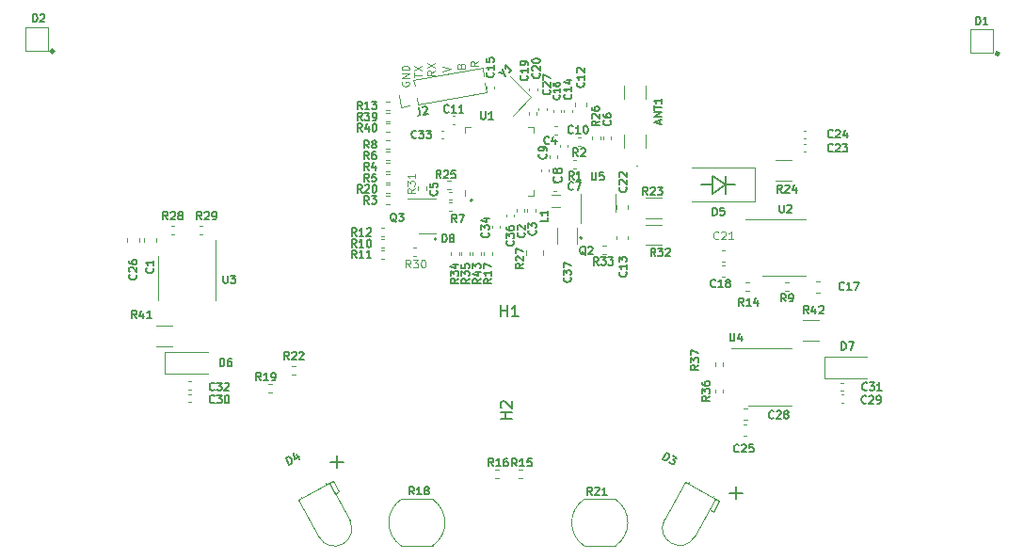
<source format=gbr>
%TF.GenerationSoftware,KiCad,Pcbnew,7.0.1*%
%TF.CreationDate,2023-08-08T22:15:58+07:00*%
%TF.ProjectId,BL706 Robot,424c3730-3620-4526-9f62-6f742e6b6963,rev?*%
%TF.SameCoordinates,Original*%
%TF.FileFunction,Legend,Top*%
%TF.FilePolarity,Positive*%
%FSLAX46Y46*%
G04 Gerber Fmt 4.6, Leading zero omitted, Abs format (unit mm)*
G04 Created by KiCad (PCBNEW 7.0.1) date 2023-08-08 22:15:58*
%MOMM*%
%LPD*%
G01*
G04 APERTURE LIST*
%ADD10C,0.100000*%
%ADD11C,0.200000*%
%ADD12C,0.150000*%
%ADD13C,0.125000*%
%ADD14C,0.120000*%
%ADD15C,0.300000*%
G04 APERTURE END LIST*
D10*
X195547666Y-106800000D02*
X195581000Y-106700000D01*
X195581000Y-106700000D02*
X195614333Y-106666666D01*
X195614333Y-106666666D02*
X195681000Y-106633333D01*
X195681000Y-106633333D02*
X195781000Y-106633333D01*
X195781000Y-106633333D02*
X195847666Y-106666666D01*
X195847666Y-106666666D02*
X195881000Y-106700000D01*
X195881000Y-106700000D02*
X195914333Y-106766666D01*
X195914333Y-106766666D02*
X195914333Y-107033333D01*
X195914333Y-107033333D02*
X195214333Y-107033333D01*
X195214333Y-107033333D02*
X195214333Y-106800000D01*
X195214333Y-106800000D02*
X195247666Y-106733333D01*
X195247666Y-106733333D02*
X195281000Y-106700000D01*
X195281000Y-106700000D02*
X195347666Y-106666666D01*
X195347666Y-106666666D02*
X195414333Y-106666666D01*
X195414333Y-106666666D02*
X195481000Y-106700000D01*
X195481000Y-106700000D02*
X195514333Y-106733333D01*
X195514333Y-106733333D02*
X195547666Y-106800000D01*
X195547666Y-106800000D02*
X195547666Y-107033333D01*
X191314333Y-107833333D02*
X191314333Y-107433333D01*
X192014333Y-107633333D02*
X191314333Y-107633333D01*
X191314333Y-107266667D02*
X192014333Y-106800000D01*
X191314333Y-106800000D02*
X192014333Y-107266667D01*
X193214333Y-107233333D02*
X192881000Y-107466666D01*
X193214333Y-107633333D02*
X192514333Y-107633333D01*
X192514333Y-107633333D02*
X192514333Y-107366666D01*
X192514333Y-107366666D02*
X192547666Y-107300000D01*
X192547666Y-107300000D02*
X192581000Y-107266666D01*
X192581000Y-107266666D02*
X192647666Y-107233333D01*
X192647666Y-107233333D02*
X192747666Y-107233333D01*
X192747666Y-107233333D02*
X192814333Y-107266666D01*
X192814333Y-107266666D02*
X192847666Y-107300000D01*
X192847666Y-107300000D02*
X192881000Y-107366666D01*
X192881000Y-107366666D02*
X192881000Y-107633333D01*
X192514333Y-107000000D02*
X193214333Y-106533333D01*
X192514333Y-106533333D02*
X193214333Y-107000000D01*
D11*
X219728571Y-145222500D02*
X220871429Y-145222500D01*
X220300000Y-145793928D02*
X220300000Y-144651071D01*
X183828571Y-142422500D02*
X184971429Y-142422500D01*
X184400000Y-142993928D02*
X184400000Y-141851071D01*
D10*
X190247666Y-108266666D02*
X190214333Y-108333333D01*
X190214333Y-108333333D02*
X190214333Y-108433333D01*
X190214333Y-108433333D02*
X190247666Y-108533333D01*
X190247666Y-108533333D02*
X190314333Y-108600000D01*
X190314333Y-108600000D02*
X190381000Y-108633333D01*
X190381000Y-108633333D02*
X190514333Y-108666666D01*
X190514333Y-108666666D02*
X190614333Y-108666666D01*
X190614333Y-108666666D02*
X190747666Y-108633333D01*
X190747666Y-108633333D02*
X190814333Y-108600000D01*
X190814333Y-108600000D02*
X190881000Y-108533333D01*
X190881000Y-108533333D02*
X190914333Y-108433333D01*
X190914333Y-108433333D02*
X190914333Y-108366666D01*
X190914333Y-108366666D02*
X190881000Y-108266666D01*
X190881000Y-108266666D02*
X190847666Y-108233333D01*
X190847666Y-108233333D02*
X190614333Y-108233333D01*
X190614333Y-108233333D02*
X190614333Y-108366666D01*
X190914333Y-107933333D02*
X190214333Y-107933333D01*
X190214333Y-107933333D02*
X190914333Y-107533333D01*
X190914333Y-107533333D02*
X190214333Y-107533333D01*
X190914333Y-107200000D02*
X190214333Y-107200000D01*
X190214333Y-107200000D02*
X190214333Y-107033333D01*
X190214333Y-107033333D02*
X190247666Y-106933333D01*
X190247666Y-106933333D02*
X190314333Y-106866667D01*
X190314333Y-106866667D02*
X190381000Y-106833333D01*
X190381000Y-106833333D02*
X190514333Y-106800000D01*
X190514333Y-106800000D02*
X190614333Y-106800000D01*
X190614333Y-106800000D02*
X190747666Y-106833333D01*
X190747666Y-106833333D02*
X190814333Y-106866667D01*
X190814333Y-106866667D02*
X190881000Y-106933333D01*
X190881000Y-106933333D02*
X190914333Y-107033333D01*
X190914333Y-107033333D02*
X190914333Y-107200000D01*
X197114333Y-106433333D02*
X196781000Y-106666666D01*
X197114333Y-106833333D02*
X196414333Y-106833333D01*
X196414333Y-106833333D02*
X196414333Y-106566666D01*
X196414333Y-106566666D02*
X196447666Y-106500000D01*
X196447666Y-106500000D02*
X196481000Y-106466666D01*
X196481000Y-106466666D02*
X196547666Y-106433333D01*
X196547666Y-106433333D02*
X196647666Y-106433333D01*
X196647666Y-106433333D02*
X196714333Y-106466666D01*
X196714333Y-106466666D02*
X196747666Y-106500000D01*
X196747666Y-106500000D02*
X196781000Y-106566666D01*
X196781000Y-106566666D02*
X196781000Y-106833333D01*
X193914333Y-107333333D02*
X194614333Y-107100000D01*
X194614333Y-107100000D02*
X193914333Y-106866666D01*
D12*
%TO.C,R43*%
X197323833Y-125950000D02*
X196990500Y-126183333D01*
X197323833Y-126350000D02*
X196623833Y-126350000D01*
X196623833Y-126350000D02*
X196623833Y-126083333D01*
X196623833Y-126083333D02*
X196657166Y-126016667D01*
X196657166Y-126016667D02*
X196690500Y-125983333D01*
X196690500Y-125983333D02*
X196757166Y-125950000D01*
X196757166Y-125950000D02*
X196857166Y-125950000D01*
X196857166Y-125950000D02*
X196923833Y-125983333D01*
X196923833Y-125983333D02*
X196957166Y-126016667D01*
X196957166Y-126016667D02*
X196990500Y-126083333D01*
X196990500Y-126083333D02*
X196990500Y-126350000D01*
X196857166Y-125350000D02*
X197323833Y-125350000D01*
X196590500Y-125516667D02*
X197090500Y-125683333D01*
X197090500Y-125683333D02*
X197090500Y-125250000D01*
X196623833Y-125050000D02*
X196623833Y-124616666D01*
X196623833Y-124616666D02*
X196890500Y-124850000D01*
X196890500Y-124850000D02*
X196890500Y-124750000D01*
X196890500Y-124750000D02*
X196923833Y-124683333D01*
X196923833Y-124683333D02*
X196957166Y-124650000D01*
X196957166Y-124650000D02*
X197023833Y-124616666D01*
X197023833Y-124616666D02*
X197190500Y-124616666D01*
X197190500Y-124616666D02*
X197257166Y-124650000D01*
X197257166Y-124650000D02*
X197290500Y-124683333D01*
X197290500Y-124683333D02*
X197323833Y-124750000D01*
X197323833Y-124750000D02*
X197323833Y-124950000D01*
X197323833Y-124950000D02*
X197290500Y-125016666D01*
X197290500Y-125016666D02*
X197257166Y-125050000D01*
%TO.C,R7*%
X195168333Y-120903833D02*
X194935000Y-120570500D01*
X194768333Y-120903833D02*
X194768333Y-120203833D01*
X194768333Y-120203833D02*
X195035000Y-120203833D01*
X195035000Y-120203833D02*
X195101667Y-120237166D01*
X195101667Y-120237166D02*
X195135000Y-120270500D01*
X195135000Y-120270500D02*
X195168333Y-120337166D01*
X195168333Y-120337166D02*
X195168333Y-120437166D01*
X195168333Y-120437166D02*
X195135000Y-120503833D01*
X195135000Y-120503833D02*
X195101667Y-120537166D01*
X195101667Y-120537166D02*
X195035000Y-120570500D01*
X195035000Y-120570500D02*
X194768333Y-120570500D01*
X195401667Y-120203833D02*
X195868333Y-120203833D01*
X195868333Y-120203833D02*
X195568333Y-120903833D01*
%TO.C,C16*%
X204400428Y-109455714D02*
X204429000Y-109484286D01*
X204429000Y-109484286D02*
X204457571Y-109570000D01*
X204457571Y-109570000D02*
X204457571Y-109627143D01*
X204457571Y-109627143D02*
X204429000Y-109712857D01*
X204429000Y-109712857D02*
X204371857Y-109770000D01*
X204371857Y-109770000D02*
X204314714Y-109798571D01*
X204314714Y-109798571D02*
X204200428Y-109827143D01*
X204200428Y-109827143D02*
X204114714Y-109827143D01*
X204114714Y-109827143D02*
X204000428Y-109798571D01*
X204000428Y-109798571D02*
X203943285Y-109770000D01*
X203943285Y-109770000D02*
X203886142Y-109712857D01*
X203886142Y-109712857D02*
X203857571Y-109627143D01*
X203857571Y-109627143D02*
X203857571Y-109570000D01*
X203857571Y-109570000D02*
X203886142Y-109484286D01*
X203886142Y-109484286D02*
X203914714Y-109455714D01*
X204457571Y-108884286D02*
X204457571Y-109227143D01*
X204457571Y-109055714D02*
X203857571Y-109055714D01*
X203857571Y-109055714D02*
X203943285Y-109112857D01*
X203943285Y-109112857D02*
X204000428Y-109170000D01*
X204000428Y-109170000D02*
X204029000Y-109227143D01*
X203857571Y-108370000D02*
X203857571Y-108484285D01*
X203857571Y-108484285D02*
X203886142Y-108541428D01*
X203886142Y-108541428D02*
X203914714Y-108570000D01*
X203914714Y-108570000D02*
X204000428Y-108627142D01*
X204000428Y-108627142D02*
X204114714Y-108655714D01*
X204114714Y-108655714D02*
X204343285Y-108655714D01*
X204343285Y-108655714D02*
X204400428Y-108627142D01*
X204400428Y-108627142D02*
X204429000Y-108598571D01*
X204429000Y-108598571D02*
X204457571Y-108541428D01*
X204457571Y-108541428D02*
X204457571Y-108427142D01*
X204457571Y-108427142D02*
X204429000Y-108370000D01*
X204429000Y-108370000D02*
X204400428Y-108341428D01*
X204400428Y-108341428D02*
X204343285Y-108312857D01*
X204343285Y-108312857D02*
X204200428Y-108312857D01*
X204200428Y-108312857D02*
X204143285Y-108341428D01*
X204143285Y-108341428D02*
X204114714Y-108370000D01*
X204114714Y-108370000D02*
X204086142Y-108427142D01*
X204086142Y-108427142D02*
X204086142Y-108541428D01*
X204086142Y-108541428D02*
X204114714Y-108598571D01*
X204114714Y-108598571D02*
X204143285Y-108627142D01*
X204143285Y-108627142D02*
X204200428Y-108655714D01*
%TO.C,D7*%
X229816333Y-132358833D02*
X229816333Y-131658833D01*
X229816333Y-131658833D02*
X229983000Y-131658833D01*
X229983000Y-131658833D02*
X230083000Y-131692166D01*
X230083000Y-131692166D02*
X230149667Y-131758833D01*
X230149667Y-131758833D02*
X230183000Y-131825500D01*
X230183000Y-131825500D02*
X230216333Y-131958833D01*
X230216333Y-131958833D02*
X230216333Y-132058833D01*
X230216333Y-132058833D02*
X230183000Y-132192166D01*
X230183000Y-132192166D02*
X230149667Y-132258833D01*
X230149667Y-132258833D02*
X230083000Y-132325500D01*
X230083000Y-132325500D02*
X229983000Y-132358833D01*
X229983000Y-132358833D02*
X229816333Y-132358833D01*
X230449667Y-131658833D02*
X230916333Y-131658833D01*
X230916333Y-131658833D02*
X230616333Y-132358833D01*
D13*
%TO.C,C21*%
X218710999Y-122361166D02*
X218677666Y-122394500D01*
X218677666Y-122394500D02*
X218577666Y-122427833D01*
X218577666Y-122427833D02*
X218510999Y-122427833D01*
X218510999Y-122427833D02*
X218410999Y-122394500D01*
X218410999Y-122394500D02*
X218344333Y-122327833D01*
X218344333Y-122327833D02*
X218310999Y-122261166D01*
X218310999Y-122261166D02*
X218277666Y-122127833D01*
X218277666Y-122127833D02*
X218277666Y-122027833D01*
X218277666Y-122027833D02*
X218310999Y-121894500D01*
X218310999Y-121894500D02*
X218344333Y-121827833D01*
X218344333Y-121827833D02*
X218410999Y-121761166D01*
X218410999Y-121761166D02*
X218510999Y-121727833D01*
X218510999Y-121727833D02*
X218577666Y-121727833D01*
X218577666Y-121727833D02*
X218677666Y-121761166D01*
X218677666Y-121761166D02*
X218710999Y-121794500D01*
X218977666Y-121794500D02*
X219010999Y-121761166D01*
X219010999Y-121761166D02*
X219077666Y-121727833D01*
X219077666Y-121727833D02*
X219244333Y-121727833D01*
X219244333Y-121727833D02*
X219310999Y-121761166D01*
X219310999Y-121761166D02*
X219344333Y-121794500D01*
X219344333Y-121794500D02*
X219377666Y-121861166D01*
X219377666Y-121861166D02*
X219377666Y-121927833D01*
X219377666Y-121927833D02*
X219344333Y-122027833D01*
X219344333Y-122027833D02*
X218944333Y-122427833D01*
X218944333Y-122427833D02*
X219377666Y-122427833D01*
X220044333Y-122427833D02*
X219644333Y-122427833D01*
X219844333Y-122427833D02*
X219844333Y-121727833D01*
X219844333Y-121727833D02*
X219777666Y-121827833D01*
X219777666Y-121827833D02*
X219711000Y-121894500D01*
X219711000Y-121894500D02*
X219644333Y-121927833D01*
D12*
%TO.C,R8*%
X187283333Y-114223833D02*
X187050000Y-113890500D01*
X186883333Y-114223833D02*
X186883333Y-113523833D01*
X186883333Y-113523833D02*
X187150000Y-113523833D01*
X187150000Y-113523833D02*
X187216667Y-113557166D01*
X187216667Y-113557166D02*
X187250000Y-113590500D01*
X187250000Y-113590500D02*
X187283333Y-113657166D01*
X187283333Y-113657166D02*
X187283333Y-113757166D01*
X187283333Y-113757166D02*
X187250000Y-113823833D01*
X187250000Y-113823833D02*
X187216667Y-113857166D01*
X187216667Y-113857166D02*
X187150000Y-113890500D01*
X187150000Y-113890500D02*
X186883333Y-113890500D01*
X187683333Y-113823833D02*
X187616667Y-113790500D01*
X187616667Y-113790500D02*
X187583333Y-113757166D01*
X187583333Y-113757166D02*
X187550000Y-113690500D01*
X187550000Y-113690500D02*
X187550000Y-113657166D01*
X187550000Y-113657166D02*
X187583333Y-113590500D01*
X187583333Y-113590500D02*
X187616667Y-113557166D01*
X187616667Y-113557166D02*
X187683333Y-113523833D01*
X187683333Y-113523833D02*
X187816667Y-113523833D01*
X187816667Y-113523833D02*
X187883333Y-113557166D01*
X187883333Y-113557166D02*
X187916667Y-113590500D01*
X187916667Y-113590500D02*
X187950000Y-113657166D01*
X187950000Y-113657166D02*
X187950000Y-113690500D01*
X187950000Y-113690500D02*
X187916667Y-113757166D01*
X187916667Y-113757166D02*
X187883333Y-113790500D01*
X187883333Y-113790500D02*
X187816667Y-113823833D01*
X187816667Y-113823833D02*
X187683333Y-113823833D01*
X187683333Y-113823833D02*
X187616667Y-113857166D01*
X187616667Y-113857166D02*
X187583333Y-113890500D01*
X187583333Y-113890500D02*
X187550000Y-113957166D01*
X187550000Y-113957166D02*
X187550000Y-114090500D01*
X187550000Y-114090500D02*
X187583333Y-114157166D01*
X187583333Y-114157166D02*
X187616667Y-114190500D01*
X187616667Y-114190500D02*
X187683333Y-114223833D01*
X187683333Y-114223833D02*
X187816667Y-114223833D01*
X187816667Y-114223833D02*
X187883333Y-114190500D01*
X187883333Y-114190500D02*
X187916667Y-114157166D01*
X187916667Y-114157166D02*
X187950000Y-114090500D01*
X187950000Y-114090500D02*
X187950000Y-113957166D01*
X187950000Y-113957166D02*
X187916667Y-113890500D01*
X187916667Y-113890500D02*
X187883333Y-113857166D01*
X187883333Y-113857166D02*
X187816667Y-113823833D01*
%TO.C,D3*%
X213726424Y-142208058D02*
X214060436Y-141592886D01*
X214060436Y-141592886D02*
X214206905Y-141672412D01*
X214206905Y-141672412D02*
X214278881Y-141749422D01*
X214278881Y-141749422D02*
X214305659Y-141839821D01*
X214305659Y-141839821D02*
X214303142Y-141914314D01*
X214303142Y-141914314D02*
X214268815Y-142047395D01*
X214268815Y-142047395D02*
X214221099Y-142135276D01*
X214221099Y-142135276D02*
X214128184Y-142236547D01*
X214128184Y-142236547D02*
X214067079Y-142279229D01*
X214067079Y-142279229D02*
X213976681Y-142306006D01*
X213976681Y-142306006D02*
X213872894Y-142287584D01*
X213872894Y-142287584D02*
X213726424Y-142208058D01*
X214617020Y-141895086D02*
X214997840Y-142101855D01*
X214997840Y-142101855D02*
X214665541Y-142224869D01*
X214665541Y-142224869D02*
X214753422Y-142272585D01*
X214753422Y-142272585D02*
X214796105Y-142333690D01*
X214796105Y-142333690D02*
X214809494Y-142378889D01*
X214809494Y-142378889D02*
X214806977Y-142453382D01*
X214806977Y-142453382D02*
X214727450Y-142599852D01*
X214727450Y-142599852D02*
X214666346Y-142642534D01*
X214666346Y-142642534D02*
X214621147Y-142655923D01*
X214621147Y-142655923D02*
X214546654Y-142653406D01*
X214546654Y-142653406D02*
X214370890Y-142557974D01*
X214370890Y-142557974D02*
X214328208Y-142496870D01*
X214328208Y-142496870D02*
X214314819Y-142451671D01*
%TO.C,R41*%
X166386999Y-129539833D02*
X166153666Y-129206500D01*
X165986999Y-129539833D02*
X165986999Y-128839833D01*
X165986999Y-128839833D02*
X166253666Y-128839833D01*
X166253666Y-128839833D02*
X166320333Y-128873166D01*
X166320333Y-128873166D02*
X166353666Y-128906500D01*
X166353666Y-128906500D02*
X166386999Y-128973166D01*
X166386999Y-128973166D02*
X166386999Y-129073166D01*
X166386999Y-129073166D02*
X166353666Y-129139833D01*
X166353666Y-129139833D02*
X166320333Y-129173166D01*
X166320333Y-129173166D02*
X166253666Y-129206500D01*
X166253666Y-129206500D02*
X165986999Y-129206500D01*
X166986999Y-129073166D02*
X166986999Y-129539833D01*
X166820333Y-128806500D02*
X166653666Y-129306500D01*
X166653666Y-129306500D02*
X167086999Y-129306500D01*
X167720333Y-129539833D02*
X167320333Y-129539833D01*
X167520333Y-129539833D02*
X167520333Y-128839833D01*
X167520333Y-128839833D02*
X167453666Y-128939833D01*
X167453666Y-128939833D02*
X167387000Y-129006500D01*
X167387000Y-129006500D02*
X167320333Y-129039833D01*
%TO.C,C6*%
X208997166Y-111736666D02*
X209030500Y-111769999D01*
X209030500Y-111769999D02*
X209063833Y-111869999D01*
X209063833Y-111869999D02*
X209063833Y-111936666D01*
X209063833Y-111936666D02*
X209030500Y-112036666D01*
X209030500Y-112036666D02*
X208963833Y-112103333D01*
X208963833Y-112103333D02*
X208897166Y-112136666D01*
X208897166Y-112136666D02*
X208763833Y-112169999D01*
X208763833Y-112169999D02*
X208663833Y-112169999D01*
X208663833Y-112169999D02*
X208530500Y-112136666D01*
X208530500Y-112136666D02*
X208463833Y-112103333D01*
X208463833Y-112103333D02*
X208397166Y-112036666D01*
X208397166Y-112036666D02*
X208363833Y-111936666D01*
X208363833Y-111936666D02*
X208363833Y-111869999D01*
X208363833Y-111869999D02*
X208397166Y-111769999D01*
X208397166Y-111769999D02*
X208430500Y-111736666D01*
X208363833Y-111136666D02*
X208363833Y-111269999D01*
X208363833Y-111269999D02*
X208397166Y-111336666D01*
X208397166Y-111336666D02*
X208430500Y-111369999D01*
X208430500Y-111369999D02*
X208530500Y-111436666D01*
X208530500Y-111436666D02*
X208663833Y-111469999D01*
X208663833Y-111469999D02*
X208930500Y-111469999D01*
X208930500Y-111469999D02*
X208997166Y-111436666D01*
X208997166Y-111436666D02*
X209030500Y-111403333D01*
X209030500Y-111403333D02*
X209063833Y-111336666D01*
X209063833Y-111336666D02*
X209063833Y-111203333D01*
X209063833Y-111203333D02*
X209030500Y-111136666D01*
X209030500Y-111136666D02*
X208997166Y-111103333D01*
X208997166Y-111103333D02*
X208930500Y-111069999D01*
X208930500Y-111069999D02*
X208763833Y-111069999D01*
X208763833Y-111069999D02*
X208697166Y-111103333D01*
X208697166Y-111103333D02*
X208663833Y-111136666D01*
X208663833Y-111136666D02*
X208630500Y-111203333D01*
X208630500Y-111203333D02*
X208630500Y-111336666D01*
X208630500Y-111336666D02*
X208663833Y-111403333D01*
X208663833Y-111403333D02*
X208697166Y-111436666D01*
X208697166Y-111436666D02*
X208763833Y-111469999D01*
%TO.C,C14*%
X205457166Y-109390000D02*
X205490500Y-109423333D01*
X205490500Y-109423333D02*
X205523833Y-109523333D01*
X205523833Y-109523333D02*
X205523833Y-109590000D01*
X205523833Y-109590000D02*
X205490500Y-109690000D01*
X205490500Y-109690000D02*
X205423833Y-109756667D01*
X205423833Y-109756667D02*
X205357166Y-109790000D01*
X205357166Y-109790000D02*
X205223833Y-109823333D01*
X205223833Y-109823333D02*
X205123833Y-109823333D01*
X205123833Y-109823333D02*
X204990500Y-109790000D01*
X204990500Y-109790000D02*
X204923833Y-109756667D01*
X204923833Y-109756667D02*
X204857166Y-109690000D01*
X204857166Y-109690000D02*
X204823833Y-109590000D01*
X204823833Y-109590000D02*
X204823833Y-109523333D01*
X204823833Y-109523333D02*
X204857166Y-109423333D01*
X204857166Y-109423333D02*
X204890500Y-109390000D01*
X205523833Y-108723333D02*
X205523833Y-109123333D01*
X205523833Y-108923333D02*
X204823833Y-108923333D01*
X204823833Y-108923333D02*
X204923833Y-108990000D01*
X204923833Y-108990000D02*
X204990500Y-109056667D01*
X204990500Y-109056667D02*
X205023833Y-109123333D01*
X205057166Y-108123333D02*
X205523833Y-108123333D01*
X204790500Y-108290000D02*
X205290500Y-108456666D01*
X205290500Y-108456666D02*
X205290500Y-108023333D01*
%TO.C,ANT1*%
X213442833Y-112033332D02*
X213442833Y-111699999D01*
X213642833Y-112099999D02*
X212942833Y-111866666D01*
X212942833Y-111866666D02*
X213642833Y-111633332D01*
X213642833Y-111399999D02*
X212942833Y-111399999D01*
X212942833Y-111399999D02*
X213642833Y-110999999D01*
X213642833Y-110999999D02*
X212942833Y-110999999D01*
X212942833Y-110766666D02*
X212942833Y-110366666D01*
X213642833Y-110566666D02*
X212942833Y-110566666D01*
X213642833Y-109766666D02*
X213642833Y-110166666D01*
X213642833Y-109966666D02*
X212942833Y-109966666D01*
X212942833Y-109966666D02*
X213042833Y-110033333D01*
X213042833Y-110033333D02*
X213109500Y-110100000D01*
X213109500Y-110100000D02*
X213142833Y-110166666D01*
%TO.C,U2*%
X224215666Y-119314833D02*
X224215666Y-119881500D01*
X224215666Y-119881500D02*
X224249000Y-119948166D01*
X224249000Y-119948166D02*
X224282333Y-119981500D01*
X224282333Y-119981500D02*
X224349000Y-120014833D01*
X224349000Y-120014833D02*
X224482333Y-120014833D01*
X224482333Y-120014833D02*
X224549000Y-119981500D01*
X224549000Y-119981500D02*
X224582333Y-119948166D01*
X224582333Y-119948166D02*
X224615666Y-119881500D01*
X224615666Y-119881500D02*
X224615666Y-119314833D01*
X224915666Y-119381500D02*
X224948999Y-119348166D01*
X224948999Y-119348166D02*
X225015666Y-119314833D01*
X225015666Y-119314833D02*
X225182333Y-119314833D01*
X225182333Y-119314833D02*
X225248999Y-119348166D01*
X225248999Y-119348166D02*
X225282333Y-119381500D01*
X225282333Y-119381500D02*
X225315666Y-119448166D01*
X225315666Y-119448166D02*
X225315666Y-119514833D01*
X225315666Y-119514833D02*
X225282333Y-119614833D01*
X225282333Y-119614833D02*
X224882333Y-120014833D01*
X224882333Y-120014833D02*
X225315666Y-120014833D01*
%TO.C,C17*%
X230009999Y-126917166D02*
X229976666Y-126950500D01*
X229976666Y-126950500D02*
X229876666Y-126983833D01*
X229876666Y-126983833D02*
X229809999Y-126983833D01*
X229809999Y-126983833D02*
X229709999Y-126950500D01*
X229709999Y-126950500D02*
X229643333Y-126883833D01*
X229643333Y-126883833D02*
X229609999Y-126817166D01*
X229609999Y-126817166D02*
X229576666Y-126683833D01*
X229576666Y-126683833D02*
X229576666Y-126583833D01*
X229576666Y-126583833D02*
X229609999Y-126450500D01*
X229609999Y-126450500D02*
X229643333Y-126383833D01*
X229643333Y-126383833D02*
X229709999Y-126317166D01*
X229709999Y-126317166D02*
X229809999Y-126283833D01*
X229809999Y-126283833D02*
X229876666Y-126283833D01*
X229876666Y-126283833D02*
X229976666Y-126317166D01*
X229976666Y-126317166D02*
X230009999Y-126350500D01*
X230676666Y-126983833D02*
X230276666Y-126983833D01*
X230476666Y-126983833D02*
X230476666Y-126283833D01*
X230476666Y-126283833D02*
X230409999Y-126383833D01*
X230409999Y-126383833D02*
X230343333Y-126450500D01*
X230343333Y-126450500D02*
X230276666Y-126483833D01*
X230910000Y-126283833D02*
X231376666Y-126283833D01*
X231376666Y-126283833D02*
X231076666Y-126983833D01*
%TO.C,C3*%
X202257166Y-121616666D02*
X202290500Y-121649999D01*
X202290500Y-121649999D02*
X202323833Y-121749999D01*
X202323833Y-121749999D02*
X202323833Y-121816666D01*
X202323833Y-121816666D02*
X202290500Y-121916666D01*
X202290500Y-121916666D02*
X202223833Y-121983333D01*
X202223833Y-121983333D02*
X202157166Y-122016666D01*
X202157166Y-122016666D02*
X202023833Y-122049999D01*
X202023833Y-122049999D02*
X201923833Y-122049999D01*
X201923833Y-122049999D02*
X201790500Y-122016666D01*
X201790500Y-122016666D02*
X201723833Y-121983333D01*
X201723833Y-121983333D02*
X201657166Y-121916666D01*
X201657166Y-121916666D02*
X201623833Y-121816666D01*
X201623833Y-121816666D02*
X201623833Y-121749999D01*
X201623833Y-121749999D02*
X201657166Y-121649999D01*
X201657166Y-121649999D02*
X201690500Y-121616666D01*
X201623833Y-121383333D02*
X201623833Y-120949999D01*
X201623833Y-120949999D02*
X201890500Y-121183333D01*
X201890500Y-121183333D02*
X201890500Y-121083333D01*
X201890500Y-121083333D02*
X201923833Y-121016666D01*
X201923833Y-121016666D02*
X201957166Y-120983333D01*
X201957166Y-120983333D02*
X202023833Y-120949999D01*
X202023833Y-120949999D02*
X202190500Y-120949999D01*
X202190500Y-120949999D02*
X202257166Y-120983333D01*
X202257166Y-120983333D02*
X202290500Y-121016666D01*
X202290500Y-121016666D02*
X202323833Y-121083333D01*
X202323833Y-121083333D02*
X202323833Y-121283333D01*
X202323833Y-121283333D02*
X202290500Y-121349999D01*
X202290500Y-121349999D02*
X202257166Y-121383333D01*
%TO.C,R34*%
X195323833Y-125950000D02*
X194990500Y-126183333D01*
X195323833Y-126350000D02*
X194623833Y-126350000D01*
X194623833Y-126350000D02*
X194623833Y-126083333D01*
X194623833Y-126083333D02*
X194657166Y-126016667D01*
X194657166Y-126016667D02*
X194690500Y-125983333D01*
X194690500Y-125983333D02*
X194757166Y-125950000D01*
X194757166Y-125950000D02*
X194857166Y-125950000D01*
X194857166Y-125950000D02*
X194923833Y-125983333D01*
X194923833Y-125983333D02*
X194957166Y-126016667D01*
X194957166Y-126016667D02*
X194990500Y-126083333D01*
X194990500Y-126083333D02*
X194990500Y-126350000D01*
X194623833Y-125716667D02*
X194623833Y-125283333D01*
X194623833Y-125283333D02*
X194890500Y-125516667D01*
X194890500Y-125516667D02*
X194890500Y-125416667D01*
X194890500Y-125416667D02*
X194923833Y-125350000D01*
X194923833Y-125350000D02*
X194957166Y-125316667D01*
X194957166Y-125316667D02*
X195023833Y-125283333D01*
X195023833Y-125283333D02*
X195190500Y-125283333D01*
X195190500Y-125283333D02*
X195257166Y-125316667D01*
X195257166Y-125316667D02*
X195290500Y-125350000D01*
X195290500Y-125350000D02*
X195323833Y-125416667D01*
X195323833Y-125416667D02*
X195323833Y-125616667D01*
X195323833Y-125616667D02*
X195290500Y-125683333D01*
X195290500Y-125683333D02*
X195257166Y-125716667D01*
X194857166Y-124683333D02*
X195323833Y-124683333D01*
X194590500Y-124850000D02*
X195090500Y-125016666D01*
X195090500Y-125016666D02*
X195090500Y-124583333D01*
%TO.C,R40*%
X186649999Y-112723833D02*
X186416666Y-112390500D01*
X186249999Y-112723833D02*
X186249999Y-112023833D01*
X186249999Y-112023833D02*
X186516666Y-112023833D01*
X186516666Y-112023833D02*
X186583333Y-112057166D01*
X186583333Y-112057166D02*
X186616666Y-112090500D01*
X186616666Y-112090500D02*
X186649999Y-112157166D01*
X186649999Y-112157166D02*
X186649999Y-112257166D01*
X186649999Y-112257166D02*
X186616666Y-112323833D01*
X186616666Y-112323833D02*
X186583333Y-112357166D01*
X186583333Y-112357166D02*
X186516666Y-112390500D01*
X186516666Y-112390500D02*
X186249999Y-112390500D01*
X187249999Y-112257166D02*
X187249999Y-112723833D01*
X187083333Y-111990500D02*
X186916666Y-112490500D01*
X186916666Y-112490500D02*
X187349999Y-112490500D01*
X187750000Y-112023833D02*
X187816666Y-112023833D01*
X187816666Y-112023833D02*
X187883333Y-112057166D01*
X187883333Y-112057166D02*
X187916666Y-112090500D01*
X187916666Y-112090500D02*
X187950000Y-112157166D01*
X187950000Y-112157166D02*
X187983333Y-112290500D01*
X187983333Y-112290500D02*
X187983333Y-112457166D01*
X187983333Y-112457166D02*
X187950000Y-112590500D01*
X187950000Y-112590500D02*
X187916666Y-112657166D01*
X187916666Y-112657166D02*
X187883333Y-112690500D01*
X187883333Y-112690500D02*
X187816666Y-112723833D01*
X187816666Y-112723833D02*
X187750000Y-112723833D01*
X187750000Y-112723833D02*
X187683333Y-112690500D01*
X187683333Y-112690500D02*
X187650000Y-112657166D01*
X187650000Y-112657166D02*
X187616666Y-112590500D01*
X187616666Y-112590500D02*
X187583333Y-112457166D01*
X187583333Y-112457166D02*
X187583333Y-112290500D01*
X187583333Y-112290500D02*
X187616666Y-112157166D01*
X187616666Y-112157166D02*
X187650000Y-112090500D01*
X187650000Y-112090500D02*
X187683333Y-112057166D01*
X187683333Y-112057166D02*
X187750000Y-112023833D01*
%TO.C,C2*%
X201257166Y-121816666D02*
X201290500Y-121849999D01*
X201290500Y-121849999D02*
X201323833Y-121949999D01*
X201323833Y-121949999D02*
X201323833Y-122016666D01*
X201323833Y-122016666D02*
X201290500Y-122116666D01*
X201290500Y-122116666D02*
X201223833Y-122183333D01*
X201223833Y-122183333D02*
X201157166Y-122216666D01*
X201157166Y-122216666D02*
X201023833Y-122249999D01*
X201023833Y-122249999D02*
X200923833Y-122249999D01*
X200923833Y-122249999D02*
X200790500Y-122216666D01*
X200790500Y-122216666D02*
X200723833Y-122183333D01*
X200723833Y-122183333D02*
X200657166Y-122116666D01*
X200657166Y-122116666D02*
X200623833Y-122016666D01*
X200623833Y-122016666D02*
X200623833Y-121949999D01*
X200623833Y-121949999D02*
X200657166Y-121849999D01*
X200657166Y-121849999D02*
X200690500Y-121816666D01*
X200690500Y-121549999D02*
X200657166Y-121516666D01*
X200657166Y-121516666D02*
X200623833Y-121449999D01*
X200623833Y-121449999D02*
X200623833Y-121283333D01*
X200623833Y-121283333D02*
X200657166Y-121216666D01*
X200657166Y-121216666D02*
X200690500Y-121183333D01*
X200690500Y-121183333D02*
X200757166Y-121149999D01*
X200757166Y-121149999D02*
X200823833Y-121149999D01*
X200823833Y-121149999D02*
X200923833Y-121183333D01*
X200923833Y-121183333D02*
X201323833Y-121583333D01*
X201323833Y-121583333D02*
X201323833Y-121149999D01*
%TO.C,R23*%
X212349999Y-118423833D02*
X212116666Y-118090500D01*
X211949999Y-118423833D02*
X211949999Y-117723833D01*
X211949999Y-117723833D02*
X212216666Y-117723833D01*
X212216666Y-117723833D02*
X212283333Y-117757166D01*
X212283333Y-117757166D02*
X212316666Y-117790500D01*
X212316666Y-117790500D02*
X212349999Y-117857166D01*
X212349999Y-117857166D02*
X212349999Y-117957166D01*
X212349999Y-117957166D02*
X212316666Y-118023833D01*
X212316666Y-118023833D02*
X212283333Y-118057166D01*
X212283333Y-118057166D02*
X212216666Y-118090500D01*
X212216666Y-118090500D02*
X211949999Y-118090500D01*
X212616666Y-117790500D02*
X212649999Y-117757166D01*
X212649999Y-117757166D02*
X212716666Y-117723833D01*
X212716666Y-117723833D02*
X212883333Y-117723833D01*
X212883333Y-117723833D02*
X212949999Y-117757166D01*
X212949999Y-117757166D02*
X212983333Y-117790500D01*
X212983333Y-117790500D02*
X213016666Y-117857166D01*
X213016666Y-117857166D02*
X213016666Y-117923833D01*
X213016666Y-117923833D02*
X212983333Y-118023833D01*
X212983333Y-118023833D02*
X212583333Y-118423833D01*
X212583333Y-118423833D02*
X213016666Y-118423833D01*
X213250000Y-117723833D02*
X213683333Y-117723833D01*
X213683333Y-117723833D02*
X213450000Y-117990500D01*
X213450000Y-117990500D02*
X213550000Y-117990500D01*
X213550000Y-117990500D02*
X213616666Y-118023833D01*
X213616666Y-118023833D02*
X213650000Y-118057166D01*
X213650000Y-118057166D02*
X213683333Y-118123833D01*
X213683333Y-118123833D02*
X213683333Y-118290500D01*
X213683333Y-118290500D02*
X213650000Y-118357166D01*
X213650000Y-118357166D02*
X213616666Y-118390500D01*
X213616666Y-118390500D02*
X213550000Y-118423833D01*
X213550000Y-118423833D02*
X213350000Y-118423833D01*
X213350000Y-118423833D02*
X213283333Y-118390500D01*
X213283333Y-118390500D02*
X213250000Y-118357166D01*
%TO.C,C30*%
X173371999Y-137093166D02*
X173338666Y-137126500D01*
X173338666Y-137126500D02*
X173238666Y-137159833D01*
X173238666Y-137159833D02*
X173171999Y-137159833D01*
X173171999Y-137159833D02*
X173071999Y-137126500D01*
X173071999Y-137126500D02*
X173005333Y-137059833D01*
X173005333Y-137059833D02*
X172971999Y-136993166D01*
X172971999Y-136993166D02*
X172938666Y-136859833D01*
X172938666Y-136859833D02*
X172938666Y-136759833D01*
X172938666Y-136759833D02*
X172971999Y-136626500D01*
X172971999Y-136626500D02*
X173005333Y-136559833D01*
X173005333Y-136559833D02*
X173071999Y-136493166D01*
X173071999Y-136493166D02*
X173171999Y-136459833D01*
X173171999Y-136459833D02*
X173238666Y-136459833D01*
X173238666Y-136459833D02*
X173338666Y-136493166D01*
X173338666Y-136493166D02*
X173371999Y-136526500D01*
X173605333Y-136459833D02*
X174038666Y-136459833D01*
X174038666Y-136459833D02*
X173805333Y-136726500D01*
X173805333Y-136726500D02*
X173905333Y-136726500D01*
X173905333Y-136726500D02*
X173971999Y-136759833D01*
X173971999Y-136759833D02*
X174005333Y-136793166D01*
X174005333Y-136793166D02*
X174038666Y-136859833D01*
X174038666Y-136859833D02*
X174038666Y-137026500D01*
X174038666Y-137026500D02*
X174005333Y-137093166D01*
X174005333Y-137093166D02*
X173971999Y-137126500D01*
X173971999Y-137126500D02*
X173905333Y-137159833D01*
X173905333Y-137159833D02*
X173705333Y-137159833D01*
X173705333Y-137159833D02*
X173638666Y-137126500D01*
X173638666Y-137126500D02*
X173605333Y-137093166D01*
X174472000Y-136459833D02*
X174538666Y-136459833D01*
X174538666Y-136459833D02*
X174605333Y-136493166D01*
X174605333Y-136493166D02*
X174638666Y-136526500D01*
X174638666Y-136526500D02*
X174672000Y-136593166D01*
X174672000Y-136593166D02*
X174705333Y-136726500D01*
X174705333Y-136726500D02*
X174705333Y-136893166D01*
X174705333Y-136893166D02*
X174672000Y-137026500D01*
X174672000Y-137026500D02*
X174638666Y-137093166D01*
X174638666Y-137093166D02*
X174605333Y-137126500D01*
X174605333Y-137126500D02*
X174538666Y-137159833D01*
X174538666Y-137159833D02*
X174472000Y-137159833D01*
X174472000Y-137159833D02*
X174405333Y-137126500D01*
X174405333Y-137126500D02*
X174372000Y-137093166D01*
X174372000Y-137093166D02*
X174338666Y-137026500D01*
X174338666Y-137026500D02*
X174305333Y-136893166D01*
X174305333Y-136893166D02*
X174305333Y-136726500D01*
X174305333Y-136726500D02*
X174338666Y-136593166D01*
X174338666Y-136593166D02*
X174372000Y-136526500D01*
X174372000Y-136526500D02*
X174405333Y-136493166D01*
X174405333Y-136493166D02*
X174472000Y-136459833D01*
D13*
%TO.C,R30*%
X191024999Y-124967833D02*
X190791666Y-124634500D01*
X190624999Y-124967833D02*
X190624999Y-124267833D01*
X190624999Y-124267833D02*
X190891666Y-124267833D01*
X190891666Y-124267833D02*
X190958333Y-124301166D01*
X190958333Y-124301166D02*
X190991666Y-124334500D01*
X190991666Y-124334500D02*
X191024999Y-124401166D01*
X191024999Y-124401166D02*
X191024999Y-124501166D01*
X191024999Y-124501166D02*
X190991666Y-124567833D01*
X190991666Y-124567833D02*
X190958333Y-124601166D01*
X190958333Y-124601166D02*
X190891666Y-124634500D01*
X190891666Y-124634500D02*
X190624999Y-124634500D01*
X191258333Y-124267833D02*
X191691666Y-124267833D01*
X191691666Y-124267833D02*
X191458333Y-124534500D01*
X191458333Y-124534500D02*
X191558333Y-124534500D01*
X191558333Y-124534500D02*
X191624999Y-124567833D01*
X191624999Y-124567833D02*
X191658333Y-124601166D01*
X191658333Y-124601166D02*
X191691666Y-124667833D01*
X191691666Y-124667833D02*
X191691666Y-124834500D01*
X191691666Y-124834500D02*
X191658333Y-124901166D01*
X191658333Y-124901166D02*
X191624999Y-124934500D01*
X191624999Y-124934500D02*
X191558333Y-124967833D01*
X191558333Y-124967833D02*
X191358333Y-124967833D01*
X191358333Y-124967833D02*
X191291666Y-124934500D01*
X191291666Y-124934500D02*
X191258333Y-124901166D01*
X192125000Y-124267833D02*
X192191666Y-124267833D01*
X192191666Y-124267833D02*
X192258333Y-124301166D01*
X192258333Y-124301166D02*
X192291666Y-124334500D01*
X192291666Y-124334500D02*
X192325000Y-124401166D01*
X192325000Y-124401166D02*
X192358333Y-124534500D01*
X192358333Y-124534500D02*
X192358333Y-124701166D01*
X192358333Y-124701166D02*
X192325000Y-124834500D01*
X192325000Y-124834500D02*
X192291666Y-124901166D01*
X192291666Y-124901166D02*
X192258333Y-124934500D01*
X192258333Y-124934500D02*
X192191666Y-124967833D01*
X192191666Y-124967833D02*
X192125000Y-124967833D01*
X192125000Y-124967833D02*
X192058333Y-124934500D01*
X192058333Y-124934500D02*
X192025000Y-124901166D01*
X192025000Y-124901166D02*
X191991666Y-124834500D01*
X191991666Y-124834500D02*
X191958333Y-124701166D01*
X191958333Y-124701166D02*
X191958333Y-124534500D01*
X191958333Y-124534500D02*
X191991666Y-124401166D01*
X191991666Y-124401166D02*
X192025000Y-124334500D01*
X192025000Y-124334500D02*
X192058333Y-124301166D01*
X192058333Y-124301166D02*
X192125000Y-124267833D01*
D12*
%TO.C,Q2*%
X206783333Y-123840500D02*
X206716666Y-123807166D01*
X206716666Y-123807166D02*
X206650000Y-123740500D01*
X206650000Y-123740500D02*
X206550000Y-123640500D01*
X206550000Y-123640500D02*
X206483333Y-123607166D01*
X206483333Y-123607166D02*
X206416666Y-123607166D01*
X206450000Y-123773833D02*
X206383333Y-123740500D01*
X206383333Y-123740500D02*
X206316666Y-123673833D01*
X206316666Y-123673833D02*
X206283333Y-123540500D01*
X206283333Y-123540500D02*
X206283333Y-123307166D01*
X206283333Y-123307166D02*
X206316666Y-123173833D01*
X206316666Y-123173833D02*
X206383333Y-123107166D01*
X206383333Y-123107166D02*
X206450000Y-123073833D01*
X206450000Y-123073833D02*
X206583333Y-123073833D01*
X206583333Y-123073833D02*
X206650000Y-123107166D01*
X206650000Y-123107166D02*
X206716666Y-123173833D01*
X206716666Y-123173833D02*
X206750000Y-123307166D01*
X206750000Y-123307166D02*
X206750000Y-123540500D01*
X206750000Y-123540500D02*
X206716666Y-123673833D01*
X206716666Y-123673833D02*
X206650000Y-123740500D01*
X206650000Y-123740500D02*
X206583333Y-123773833D01*
X206583333Y-123773833D02*
X206450000Y-123773833D01*
X207016666Y-123140500D02*
X207049999Y-123107166D01*
X207049999Y-123107166D02*
X207116666Y-123073833D01*
X207116666Y-123073833D02*
X207283333Y-123073833D01*
X207283333Y-123073833D02*
X207349999Y-123107166D01*
X207349999Y-123107166D02*
X207383333Y-123140500D01*
X207383333Y-123140500D02*
X207416666Y-123207166D01*
X207416666Y-123207166D02*
X207416666Y-123273833D01*
X207416666Y-123273833D02*
X207383333Y-123373833D01*
X207383333Y-123373833D02*
X206983333Y-123773833D01*
X206983333Y-123773833D02*
X207416666Y-123773833D01*
%TO.C,C29*%
X232009999Y-137117166D02*
X231976666Y-137150500D01*
X231976666Y-137150500D02*
X231876666Y-137183833D01*
X231876666Y-137183833D02*
X231809999Y-137183833D01*
X231809999Y-137183833D02*
X231709999Y-137150500D01*
X231709999Y-137150500D02*
X231643333Y-137083833D01*
X231643333Y-137083833D02*
X231609999Y-137017166D01*
X231609999Y-137017166D02*
X231576666Y-136883833D01*
X231576666Y-136883833D02*
X231576666Y-136783833D01*
X231576666Y-136783833D02*
X231609999Y-136650500D01*
X231609999Y-136650500D02*
X231643333Y-136583833D01*
X231643333Y-136583833D02*
X231709999Y-136517166D01*
X231709999Y-136517166D02*
X231809999Y-136483833D01*
X231809999Y-136483833D02*
X231876666Y-136483833D01*
X231876666Y-136483833D02*
X231976666Y-136517166D01*
X231976666Y-136517166D02*
X232009999Y-136550500D01*
X232276666Y-136550500D02*
X232309999Y-136517166D01*
X232309999Y-136517166D02*
X232376666Y-136483833D01*
X232376666Y-136483833D02*
X232543333Y-136483833D01*
X232543333Y-136483833D02*
X232609999Y-136517166D01*
X232609999Y-136517166D02*
X232643333Y-136550500D01*
X232643333Y-136550500D02*
X232676666Y-136617166D01*
X232676666Y-136617166D02*
X232676666Y-136683833D01*
X232676666Y-136683833D02*
X232643333Y-136783833D01*
X232643333Y-136783833D02*
X232243333Y-137183833D01*
X232243333Y-137183833D02*
X232676666Y-137183833D01*
X233010000Y-137183833D02*
X233143333Y-137183833D01*
X233143333Y-137183833D02*
X233210000Y-137150500D01*
X233210000Y-137150500D02*
X233243333Y-137117166D01*
X233243333Y-137117166D02*
X233310000Y-137017166D01*
X233310000Y-137017166D02*
X233343333Y-136883833D01*
X233343333Y-136883833D02*
X233343333Y-136617166D01*
X233343333Y-136617166D02*
X233310000Y-136550500D01*
X233310000Y-136550500D02*
X233276666Y-136517166D01*
X233276666Y-136517166D02*
X233210000Y-136483833D01*
X233210000Y-136483833D02*
X233076666Y-136483833D01*
X233076666Y-136483833D02*
X233010000Y-136517166D01*
X233010000Y-136517166D02*
X232976666Y-136550500D01*
X232976666Y-136550500D02*
X232943333Y-136617166D01*
X232943333Y-136617166D02*
X232943333Y-136783833D01*
X232943333Y-136783833D02*
X232976666Y-136850500D01*
X232976666Y-136850500D02*
X233010000Y-136883833D01*
X233010000Y-136883833D02*
X233076666Y-136917166D01*
X233076666Y-136917166D02*
X233210000Y-136917166D01*
X233210000Y-136917166D02*
X233276666Y-136883833D01*
X233276666Y-136883833D02*
X233310000Y-136850500D01*
X233310000Y-136850500D02*
X233343333Y-136783833D01*
%TO.C,R29*%
X172228999Y-120649833D02*
X171995666Y-120316500D01*
X171828999Y-120649833D02*
X171828999Y-119949833D01*
X171828999Y-119949833D02*
X172095666Y-119949833D01*
X172095666Y-119949833D02*
X172162333Y-119983166D01*
X172162333Y-119983166D02*
X172195666Y-120016500D01*
X172195666Y-120016500D02*
X172228999Y-120083166D01*
X172228999Y-120083166D02*
X172228999Y-120183166D01*
X172228999Y-120183166D02*
X172195666Y-120249833D01*
X172195666Y-120249833D02*
X172162333Y-120283166D01*
X172162333Y-120283166D02*
X172095666Y-120316500D01*
X172095666Y-120316500D02*
X171828999Y-120316500D01*
X172495666Y-120016500D02*
X172528999Y-119983166D01*
X172528999Y-119983166D02*
X172595666Y-119949833D01*
X172595666Y-119949833D02*
X172762333Y-119949833D01*
X172762333Y-119949833D02*
X172828999Y-119983166D01*
X172828999Y-119983166D02*
X172862333Y-120016500D01*
X172862333Y-120016500D02*
X172895666Y-120083166D01*
X172895666Y-120083166D02*
X172895666Y-120149833D01*
X172895666Y-120149833D02*
X172862333Y-120249833D01*
X172862333Y-120249833D02*
X172462333Y-120649833D01*
X172462333Y-120649833D02*
X172895666Y-120649833D01*
X173229000Y-120649833D02*
X173362333Y-120649833D01*
X173362333Y-120649833D02*
X173429000Y-120616500D01*
X173429000Y-120616500D02*
X173462333Y-120583166D01*
X173462333Y-120583166D02*
X173529000Y-120483166D01*
X173529000Y-120483166D02*
X173562333Y-120349833D01*
X173562333Y-120349833D02*
X173562333Y-120083166D01*
X173562333Y-120083166D02*
X173529000Y-120016500D01*
X173529000Y-120016500D02*
X173495666Y-119983166D01*
X173495666Y-119983166D02*
X173429000Y-119949833D01*
X173429000Y-119949833D02*
X173295666Y-119949833D01*
X173295666Y-119949833D02*
X173229000Y-119983166D01*
X173229000Y-119983166D02*
X173195666Y-120016500D01*
X173195666Y-120016500D02*
X173162333Y-120083166D01*
X173162333Y-120083166D02*
X173162333Y-120249833D01*
X173162333Y-120249833D02*
X173195666Y-120316500D01*
X173195666Y-120316500D02*
X173229000Y-120349833D01*
X173229000Y-120349833D02*
X173295666Y-120383166D01*
X173295666Y-120383166D02*
X173429000Y-120383166D01*
X173429000Y-120383166D02*
X173495666Y-120349833D01*
X173495666Y-120349833D02*
X173529000Y-120316500D01*
X173529000Y-120316500D02*
X173562333Y-120249833D01*
%TO.C,U3*%
X174177666Y-125664833D02*
X174177666Y-126231500D01*
X174177666Y-126231500D02*
X174211000Y-126298166D01*
X174211000Y-126298166D02*
X174244333Y-126331500D01*
X174244333Y-126331500D02*
X174311000Y-126364833D01*
X174311000Y-126364833D02*
X174444333Y-126364833D01*
X174444333Y-126364833D02*
X174511000Y-126331500D01*
X174511000Y-126331500D02*
X174544333Y-126298166D01*
X174544333Y-126298166D02*
X174577666Y-126231500D01*
X174577666Y-126231500D02*
X174577666Y-125664833D01*
X174844333Y-125664833D02*
X175277666Y-125664833D01*
X175277666Y-125664833D02*
X175044333Y-125931500D01*
X175044333Y-125931500D02*
X175144333Y-125931500D01*
X175144333Y-125931500D02*
X175210999Y-125964833D01*
X175210999Y-125964833D02*
X175244333Y-125998166D01*
X175244333Y-125998166D02*
X175277666Y-126064833D01*
X175277666Y-126064833D02*
X175277666Y-126231500D01*
X175277666Y-126231500D02*
X175244333Y-126298166D01*
X175244333Y-126298166D02*
X175210999Y-126331500D01*
X175210999Y-126331500D02*
X175144333Y-126364833D01*
X175144333Y-126364833D02*
X174944333Y-126364833D01*
X174944333Y-126364833D02*
X174877666Y-126331500D01*
X174877666Y-126331500D02*
X174844333Y-126298166D01*
%TO.C,R27*%
X201173833Y-124600000D02*
X200840500Y-124833333D01*
X201173833Y-125000000D02*
X200473833Y-125000000D01*
X200473833Y-125000000D02*
X200473833Y-124733333D01*
X200473833Y-124733333D02*
X200507166Y-124666667D01*
X200507166Y-124666667D02*
X200540500Y-124633333D01*
X200540500Y-124633333D02*
X200607166Y-124600000D01*
X200607166Y-124600000D02*
X200707166Y-124600000D01*
X200707166Y-124600000D02*
X200773833Y-124633333D01*
X200773833Y-124633333D02*
X200807166Y-124666667D01*
X200807166Y-124666667D02*
X200840500Y-124733333D01*
X200840500Y-124733333D02*
X200840500Y-125000000D01*
X200540500Y-124333333D02*
X200507166Y-124300000D01*
X200507166Y-124300000D02*
X200473833Y-124233333D01*
X200473833Y-124233333D02*
X200473833Y-124066667D01*
X200473833Y-124066667D02*
X200507166Y-124000000D01*
X200507166Y-124000000D02*
X200540500Y-123966667D01*
X200540500Y-123966667D02*
X200607166Y-123933333D01*
X200607166Y-123933333D02*
X200673833Y-123933333D01*
X200673833Y-123933333D02*
X200773833Y-123966667D01*
X200773833Y-123966667D02*
X201173833Y-124366667D01*
X201173833Y-124366667D02*
X201173833Y-123933333D01*
X200473833Y-123700000D02*
X200473833Y-123233333D01*
X200473833Y-123233333D02*
X201173833Y-123533333D01*
%TO.C,U1*%
X197366666Y-110923833D02*
X197366666Y-111490500D01*
X197366666Y-111490500D02*
X197400000Y-111557166D01*
X197400000Y-111557166D02*
X197433333Y-111590500D01*
X197433333Y-111590500D02*
X197500000Y-111623833D01*
X197500000Y-111623833D02*
X197633333Y-111623833D01*
X197633333Y-111623833D02*
X197700000Y-111590500D01*
X197700000Y-111590500D02*
X197733333Y-111557166D01*
X197733333Y-111557166D02*
X197766666Y-111490500D01*
X197766666Y-111490500D02*
X197766666Y-110923833D01*
X198466666Y-111623833D02*
X198066666Y-111623833D01*
X198266666Y-111623833D02*
X198266666Y-110923833D01*
X198266666Y-110923833D02*
X198199999Y-111023833D01*
X198199999Y-111023833D02*
X198133333Y-111090500D01*
X198133333Y-111090500D02*
X198066666Y-111123833D01*
%TO.C,R16*%
X198459999Y-142833833D02*
X198226666Y-142500500D01*
X198059999Y-142833833D02*
X198059999Y-142133833D01*
X198059999Y-142133833D02*
X198326666Y-142133833D01*
X198326666Y-142133833D02*
X198393333Y-142167166D01*
X198393333Y-142167166D02*
X198426666Y-142200500D01*
X198426666Y-142200500D02*
X198459999Y-142267166D01*
X198459999Y-142267166D02*
X198459999Y-142367166D01*
X198459999Y-142367166D02*
X198426666Y-142433833D01*
X198426666Y-142433833D02*
X198393333Y-142467166D01*
X198393333Y-142467166D02*
X198326666Y-142500500D01*
X198326666Y-142500500D02*
X198059999Y-142500500D01*
X199126666Y-142833833D02*
X198726666Y-142833833D01*
X198926666Y-142833833D02*
X198926666Y-142133833D01*
X198926666Y-142133833D02*
X198859999Y-142233833D01*
X198859999Y-142233833D02*
X198793333Y-142300500D01*
X198793333Y-142300500D02*
X198726666Y-142333833D01*
X199726666Y-142133833D02*
X199593333Y-142133833D01*
X199593333Y-142133833D02*
X199526666Y-142167166D01*
X199526666Y-142167166D02*
X199493333Y-142200500D01*
X199493333Y-142200500D02*
X199426666Y-142300500D01*
X199426666Y-142300500D02*
X199393333Y-142433833D01*
X199393333Y-142433833D02*
X199393333Y-142700500D01*
X199393333Y-142700500D02*
X199426666Y-142767166D01*
X199426666Y-142767166D02*
X199460000Y-142800500D01*
X199460000Y-142800500D02*
X199526666Y-142833833D01*
X199526666Y-142833833D02*
X199660000Y-142833833D01*
X199660000Y-142833833D02*
X199726666Y-142800500D01*
X199726666Y-142800500D02*
X199760000Y-142767166D01*
X199760000Y-142767166D02*
X199793333Y-142700500D01*
X199793333Y-142700500D02*
X199793333Y-142533833D01*
X199793333Y-142533833D02*
X199760000Y-142467166D01*
X199760000Y-142467166D02*
X199726666Y-142433833D01*
X199726666Y-142433833D02*
X199660000Y-142400500D01*
X199660000Y-142400500D02*
X199526666Y-142400500D01*
X199526666Y-142400500D02*
X199460000Y-142433833D01*
X199460000Y-142433833D02*
X199426666Y-142467166D01*
X199426666Y-142467166D02*
X199393333Y-142533833D01*
%TO.C,C9*%
X203197166Y-114746666D02*
X203230500Y-114779999D01*
X203230500Y-114779999D02*
X203263833Y-114879999D01*
X203263833Y-114879999D02*
X203263833Y-114946666D01*
X203263833Y-114946666D02*
X203230500Y-115046666D01*
X203230500Y-115046666D02*
X203163833Y-115113333D01*
X203163833Y-115113333D02*
X203097166Y-115146666D01*
X203097166Y-115146666D02*
X202963833Y-115179999D01*
X202963833Y-115179999D02*
X202863833Y-115179999D01*
X202863833Y-115179999D02*
X202730500Y-115146666D01*
X202730500Y-115146666D02*
X202663833Y-115113333D01*
X202663833Y-115113333D02*
X202597166Y-115046666D01*
X202597166Y-115046666D02*
X202563833Y-114946666D01*
X202563833Y-114946666D02*
X202563833Y-114879999D01*
X202563833Y-114879999D02*
X202597166Y-114779999D01*
X202597166Y-114779999D02*
X202630500Y-114746666D01*
X203263833Y-114413333D02*
X203263833Y-114279999D01*
X203263833Y-114279999D02*
X203230500Y-114213333D01*
X203230500Y-114213333D02*
X203197166Y-114179999D01*
X203197166Y-114179999D02*
X203097166Y-114113333D01*
X203097166Y-114113333D02*
X202963833Y-114079999D01*
X202963833Y-114079999D02*
X202697166Y-114079999D01*
X202697166Y-114079999D02*
X202630500Y-114113333D01*
X202630500Y-114113333D02*
X202597166Y-114146666D01*
X202597166Y-114146666D02*
X202563833Y-114213333D01*
X202563833Y-114213333D02*
X202563833Y-114346666D01*
X202563833Y-114346666D02*
X202597166Y-114413333D01*
X202597166Y-114413333D02*
X202630500Y-114446666D01*
X202630500Y-114446666D02*
X202697166Y-114479999D01*
X202697166Y-114479999D02*
X202863833Y-114479999D01*
X202863833Y-114479999D02*
X202930500Y-114446666D01*
X202930500Y-114446666D02*
X202963833Y-114413333D01*
X202963833Y-114413333D02*
X202997166Y-114346666D01*
X202997166Y-114346666D02*
X202997166Y-114213333D01*
X202997166Y-114213333D02*
X202963833Y-114146666D01*
X202963833Y-114146666D02*
X202930500Y-114113333D01*
X202930500Y-114113333D02*
X202863833Y-114079999D01*
%TO.C,C23*%
X228997999Y-114487166D02*
X228964666Y-114520500D01*
X228964666Y-114520500D02*
X228864666Y-114553833D01*
X228864666Y-114553833D02*
X228797999Y-114553833D01*
X228797999Y-114553833D02*
X228697999Y-114520500D01*
X228697999Y-114520500D02*
X228631333Y-114453833D01*
X228631333Y-114453833D02*
X228597999Y-114387166D01*
X228597999Y-114387166D02*
X228564666Y-114253833D01*
X228564666Y-114253833D02*
X228564666Y-114153833D01*
X228564666Y-114153833D02*
X228597999Y-114020500D01*
X228597999Y-114020500D02*
X228631333Y-113953833D01*
X228631333Y-113953833D02*
X228697999Y-113887166D01*
X228697999Y-113887166D02*
X228797999Y-113853833D01*
X228797999Y-113853833D02*
X228864666Y-113853833D01*
X228864666Y-113853833D02*
X228964666Y-113887166D01*
X228964666Y-113887166D02*
X228997999Y-113920500D01*
X229264666Y-113920500D02*
X229297999Y-113887166D01*
X229297999Y-113887166D02*
X229364666Y-113853833D01*
X229364666Y-113853833D02*
X229531333Y-113853833D01*
X229531333Y-113853833D02*
X229597999Y-113887166D01*
X229597999Y-113887166D02*
X229631333Y-113920500D01*
X229631333Y-113920500D02*
X229664666Y-113987166D01*
X229664666Y-113987166D02*
X229664666Y-114053833D01*
X229664666Y-114053833D02*
X229631333Y-114153833D01*
X229631333Y-114153833D02*
X229231333Y-114553833D01*
X229231333Y-114553833D02*
X229664666Y-114553833D01*
X229898000Y-113853833D02*
X230331333Y-113853833D01*
X230331333Y-113853833D02*
X230098000Y-114120500D01*
X230098000Y-114120500D02*
X230198000Y-114120500D01*
X230198000Y-114120500D02*
X230264666Y-114153833D01*
X230264666Y-114153833D02*
X230298000Y-114187166D01*
X230298000Y-114187166D02*
X230331333Y-114253833D01*
X230331333Y-114253833D02*
X230331333Y-114420500D01*
X230331333Y-114420500D02*
X230298000Y-114487166D01*
X230298000Y-114487166D02*
X230264666Y-114520500D01*
X230264666Y-114520500D02*
X230198000Y-114553833D01*
X230198000Y-114553833D02*
X229998000Y-114553833D01*
X229998000Y-114553833D02*
X229931333Y-114520500D01*
X229931333Y-114520500D02*
X229898000Y-114487166D01*
%TO.C,C7*%
X205653333Y-117907166D02*
X205620000Y-117940500D01*
X205620000Y-117940500D02*
X205520000Y-117973833D01*
X205520000Y-117973833D02*
X205453333Y-117973833D01*
X205453333Y-117973833D02*
X205353333Y-117940500D01*
X205353333Y-117940500D02*
X205286667Y-117873833D01*
X205286667Y-117873833D02*
X205253333Y-117807166D01*
X205253333Y-117807166D02*
X205220000Y-117673833D01*
X205220000Y-117673833D02*
X205220000Y-117573833D01*
X205220000Y-117573833D02*
X205253333Y-117440500D01*
X205253333Y-117440500D02*
X205286667Y-117373833D01*
X205286667Y-117373833D02*
X205353333Y-117307166D01*
X205353333Y-117307166D02*
X205453333Y-117273833D01*
X205453333Y-117273833D02*
X205520000Y-117273833D01*
X205520000Y-117273833D02*
X205620000Y-117307166D01*
X205620000Y-117307166D02*
X205653333Y-117340500D01*
X205886667Y-117273833D02*
X206353333Y-117273833D01*
X206353333Y-117273833D02*
X206053333Y-117973833D01*
%TO.C,R32*%
X213049999Y-123933833D02*
X212816666Y-123600500D01*
X212649999Y-123933833D02*
X212649999Y-123233833D01*
X212649999Y-123233833D02*
X212916666Y-123233833D01*
X212916666Y-123233833D02*
X212983333Y-123267166D01*
X212983333Y-123267166D02*
X213016666Y-123300500D01*
X213016666Y-123300500D02*
X213049999Y-123367166D01*
X213049999Y-123367166D02*
X213049999Y-123467166D01*
X213049999Y-123467166D02*
X213016666Y-123533833D01*
X213016666Y-123533833D02*
X212983333Y-123567166D01*
X212983333Y-123567166D02*
X212916666Y-123600500D01*
X212916666Y-123600500D02*
X212649999Y-123600500D01*
X213283333Y-123233833D02*
X213716666Y-123233833D01*
X213716666Y-123233833D02*
X213483333Y-123500500D01*
X213483333Y-123500500D02*
X213583333Y-123500500D01*
X213583333Y-123500500D02*
X213649999Y-123533833D01*
X213649999Y-123533833D02*
X213683333Y-123567166D01*
X213683333Y-123567166D02*
X213716666Y-123633833D01*
X213716666Y-123633833D02*
X213716666Y-123800500D01*
X213716666Y-123800500D02*
X213683333Y-123867166D01*
X213683333Y-123867166D02*
X213649999Y-123900500D01*
X213649999Y-123900500D02*
X213583333Y-123933833D01*
X213583333Y-123933833D02*
X213383333Y-123933833D01*
X213383333Y-123933833D02*
X213316666Y-123900500D01*
X213316666Y-123900500D02*
X213283333Y-123867166D01*
X213983333Y-123300500D02*
X214016666Y-123267166D01*
X214016666Y-123267166D02*
X214083333Y-123233833D01*
X214083333Y-123233833D02*
X214250000Y-123233833D01*
X214250000Y-123233833D02*
X214316666Y-123267166D01*
X214316666Y-123267166D02*
X214350000Y-123300500D01*
X214350000Y-123300500D02*
X214383333Y-123367166D01*
X214383333Y-123367166D02*
X214383333Y-123433833D01*
X214383333Y-123433833D02*
X214350000Y-123533833D01*
X214350000Y-123533833D02*
X213950000Y-123933833D01*
X213950000Y-123933833D02*
X214383333Y-123933833D01*
%TO.C,R13*%
X186649999Y-110723833D02*
X186416666Y-110390500D01*
X186249999Y-110723833D02*
X186249999Y-110023833D01*
X186249999Y-110023833D02*
X186516666Y-110023833D01*
X186516666Y-110023833D02*
X186583333Y-110057166D01*
X186583333Y-110057166D02*
X186616666Y-110090500D01*
X186616666Y-110090500D02*
X186649999Y-110157166D01*
X186649999Y-110157166D02*
X186649999Y-110257166D01*
X186649999Y-110257166D02*
X186616666Y-110323833D01*
X186616666Y-110323833D02*
X186583333Y-110357166D01*
X186583333Y-110357166D02*
X186516666Y-110390500D01*
X186516666Y-110390500D02*
X186249999Y-110390500D01*
X187316666Y-110723833D02*
X186916666Y-110723833D01*
X187116666Y-110723833D02*
X187116666Y-110023833D01*
X187116666Y-110023833D02*
X187049999Y-110123833D01*
X187049999Y-110123833D02*
X186983333Y-110190500D01*
X186983333Y-110190500D02*
X186916666Y-110223833D01*
X187550000Y-110023833D02*
X187983333Y-110023833D01*
X187983333Y-110023833D02*
X187750000Y-110290500D01*
X187750000Y-110290500D02*
X187850000Y-110290500D01*
X187850000Y-110290500D02*
X187916666Y-110323833D01*
X187916666Y-110323833D02*
X187950000Y-110357166D01*
X187950000Y-110357166D02*
X187983333Y-110423833D01*
X187983333Y-110423833D02*
X187983333Y-110590500D01*
X187983333Y-110590500D02*
X187950000Y-110657166D01*
X187950000Y-110657166D02*
X187916666Y-110690500D01*
X187916666Y-110690500D02*
X187850000Y-110723833D01*
X187850000Y-110723833D02*
X187650000Y-110723833D01*
X187650000Y-110723833D02*
X187583333Y-110690500D01*
X187583333Y-110690500D02*
X187550000Y-110657166D01*
%TO.C,R42*%
X226838999Y-129116833D02*
X226605666Y-128783500D01*
X226438999Y-129116833D02*
X226438999Y-128416833D01*
X226438999Y-128416833D02*
X226705666Y-128416833D01*
X226705666Y-128416833D02*
X226772333Y-128450166D01*
X226772333Y-128450166D02*
X226805666Y-128483500D01*
X226805666Y-128483500D02*
X226838999Y-128550166D01*
X226838999Y-128550166D02*
X226838999Y-128650166D01*
X226838999Y-128650166D02*
X226805666Y-128716833D01*
X226805666Y-128716833D02*
X226772333Y-128750166D01*
X226772333Y-128750166D02*
X226705666Y-128783500D01*
X226705666Y-128783500D02*
X226438999Y-128783500D01*
X227438999Y-128650166D02*
X227438999Y-129116833D01*
X227272333Y-128383500D02*
X227105666Y-128883500D01*
X227105666Y-128883500D02*
X227538999Y-128883500D01*
X227772333Y-128483500D02*
X227805666Y-128450166D01*
X227805666Y-128450166D02*
X227872333Y-128416833D01*
X227872333Y-128416833D02*
X228039000Y-128416833D01*
X228039000Y-128416833D02*
X228105666Y-128450166D01*
X228105666Y-128450166D02*
X228139000Y-128483500D01*
X228139000Y-128483500D02*
X228172333Y-128550166D01*
X228172333Y-128550166D02*
X228172333Y-128616833D01*
X228172333Y-128616833D02*
X228139000Y-128716833D01*
X228139000Y-128716833D02*
X227739000Y-129116833D01*
X227739000Y-129116833D02*
X228172333Y-129116833D01*
%TO.C,R28*%
X169180999Y-120649833D02*
X168947666Y-120316500D01*
X168780999Y-120649833D02*
X168780999Y-119949833D01*
X168780999Y-119949833D02*
X169047666Y-119949833D01*
X169047666Y-119949833D02*
X169114333Y-119983166D01*
X169114333Y-119983166D02*
X169147666Y-120016500D01*
X169147666Y-120016500D02*
X169180999Y-120083166D01*
X169180999Y-120083166D02*
X169180999Y-120183166D01*
X169180999Y-120183166D02*
X169147666Y-120249833D01*
X169147666Y-120249833D02*
X169114333Y-120283166D01*
X169114333Y-120283166D02*
X169047666Y-120316500D01*
X169047666Y-120316500D02*
X168780999Y-120316500D01*
X169447666Y-120016500D02*
X169480999Y-119983166D01*
X169480999Y-119983166D02*
X169547666Y-119949833D01*
X169547666Y-119949833D02*
X169714333Y-119949833D01*
X169714333Y-119949833D02*
X169780999Y-119983166D01*
X169780999Y-119983166D02*
X169814333Y-120016500D01*
X169814333Y-120016500D02*
X169847666Y-120083166D01*
X169847666Y-120083166D02*
X169847666Y-120149833D01*
X169847666Y-120149833D02*
X169814333Y-120249833D01*
X169814333Y-120249833D02*
X169414333Y-120649833D01*
X169414333Y-120649833D02*
X169847666Y-120649833D01*
X170247666Y-120249833D02*
X170181000Y-120216500D01*
X170181000Y-120216500D02*
X170147666Y-120183166D01*
X170147666Y-120183166D02*
X170114333Y-120116500D01*
X170114333Y-120116500D02*
X170114333Y-120083166D01*
X170114333Y-120083166D02*
X170147666Y-120016500D01*
X170147666Y-120016500D02*
X170181000Y-119983166D01*
X170181000Y-119983166D02*
X170247666Y-119949833D01*
X170247666Y-119949833D02*
X170381000Y-119949833D01*
X170381000Y-119949833D02*
X170447666Y-119983166D01*
X170447666Y-119983166D02*
X170481000Y-120016500D01*
X170481000Y-120016500D02*
X170514333Y-120083166D01*
X170514333Y-120083166D02*
X170514333Y-120116500D01*
X170514333Y-120116500D02*
X170481000Y-120183166D01*
X170481000Y-120183166D02*
X170447666Y-120216500D01*
X170447666Y-120216500D02*
X170381000Y-120249833D01*
X170381000Y-120249833D02*
X170247666Y-120249833D01*
X170247666Y-120249833D02*
X170181000Y-120283166D01*
X170181000Y-120283166D02*
X170147666Y-120316500D01*
X170147666Y-120316500D02*
X170114333Y-120383166D01*
X170114333Y-120383166D02*
X170114333Y-120516500D01*
X170114333Y-120516500D02*
X170147666Y-120583166D01*
X170147666Y-120583166D02*
X170181000Y-120616500D01*
X170181000Y-120616500D02*
X170247666Y-120649833D01*
X170247666Y-120649833D02*
X170381000Y-120649833D01*
X170381000Y-120649833D02*
X170447666Y-120616500D01*
X170447666Y-120616500D02*
X170481000Y-120583166D01*
X170481000Y-120583166D02*
X170514333Y-120516500D01*
X170514333Y-120516500D02*
X170514333Y-120383166D01*
X170514333Y-120383166D02*
X170481000Y-120316500D01*
X170481000Y-120316500D02*
X170447666Y-120283166D01*
X170447666Y-120283166D02*
X170381000Y-120249833D01*
%TO.C,Q3*%
X189757333Y-120843500D02*
X189690666Y-120810166D01*
X189690666Y-120810166D02*
X189624000Y-120743500D01*
X189624000Y-120743500D02*
X189524000Y-120643500D01*
X189524000Y-120643500D02*
X189457333Y-120610166D01*
X189457333Y-120610166D02*
X189390666Y-120610166D01*
X189424000Y-120776833D02*
X189357333Y-120743500D01*
X189357333Y-120743500D02*
X189290666Y-120676833D01*
X189290666Y-120676833D02*
X189257333Y-120543500D01*
X189257333Y-120543500D02*
X189257333Y-120310166D01*
X189257333Y-120310166D02*
X189290666Y-120176833D01*
X189290666Y-120176833D02*
X189357333Y-120110166D01*
X189357333Y-120110166D02*
X189424000Y-120076833D01*
X189424000Y-120076833D02*
X189557333Y-120076833D01*
X189557333Y-120076833D02*
X189624000Y-120110166D01*
X189624000Y-120110166D02*
X189690666Y-120176833D01*
X189690666Y-120176833D02*
X189724000Y-120310166D01*
X189724000Y-120310166D02*
X189724000Y-120543500D01*
X189724000Y-120543500D02*
X189690666Y-120676833D01*
X189690666Y-120676833D02*
X189624000Y-120743500D01*
X189624000Y-120743500D02*
X189557333Y-120776833D01*
X189557333Y-120776833D02*
X189424000Y-120776833D01*
X189957333Y-120076833D02*
X190390666Y-120076833D01*
X190390666Y-120076833D02*
X190157333Y-120343500D01*
X190157333Y-120343500D02*
X190257333Y-120343500D01*
X190257333Y-120343500D02*
X190323999Y-120376833D01*
X190323999Y-120376833D02*
X190357333Y-120410166D01*
X190357333Y-120410166D02*
X190390666Y-120476833D01*
X190390666Y-120476833D02*
X190390666Y-120643500D01*
X190390666Y-120643500D02*
X190357333Y-120710166D01*
X190357333Y-120710166D02*
X190323999Y-120743500D01*
X190323999Y-120743500D02*
X190257333Y-120776833D01*
X190257333Y-120776833D02*
X190057333Y-120776833D01*
X190057333Y-120776833D02*
X189990666Y-120743500D01*
X189990666Y-120743500D02*
X189957333Y-120710166D01*
%TO.C,C28*%
X223689999Y-138477166D02*
X223656666Y-138510500D01*
X223656666Y-138510500D02*
X223556666Y-138543833D01*
X223556666Y-138543833D02*
X223489999Y-138543833D01*
X223489999Y-138543833D02*
X223389999Y-138510500D01*
X223389999Y-138510500D02*
X223323333Y-138443833D01*
X223323333Y-138443833D02*
X223289999Y-138377166D01*
X223289999Y-138377166D02*
X223256666Y-138243833D01*
X223256666Y-138243833D02*
X223256666Y-138143833D01*
X223256666Y-138143833D02*
X223289999Y-138010500D01*
X223289999Y-138010500D02*
X223323333Y-137943833D01*
X223323333Y-137943833D02*
X223389999Y-137877166D01*
X223389999Y-137877166D02*
X223489999Y-137843833D01*
X223489999Y-137843833D02*
X223556666Y-137843833D01*
X223556666Y-137843833D02*
X223656666Y-137877166D01*
X223656666Y-137877166D02*
X223689999Y-137910500D01*
X223956666Y-137910500D02*
X223989999Y-137877166D01*
X223989999Y-137877166D02*
X224056666Y-137843833D01*
X224056666Y-137843833D02*
X224223333Y-137843833D01*
X224223333Y-137843833D02*
X224289999Y-137877166D01*
X224289999Y-137877166D02*
X224323333Y-137910500D01*
X224323333Y-137910500D02*
X224356666Y-137977166D01*
X224356666Y-137977166D02*
X224356666Y-138043833D01*
X224356666Y-138043833D02*
X224323333Y-138143833D01*
X224323333Y-138143833D02*
X223923333Y-138543833D01*
X223923333Y-138543833D02*
X224356666Y-138543833D01*
X224756666Y-138143833D02*
X224690000Y-138110500D01*
X224690000Y-138110500D02*
X224656666Y-138077166D01*
X224656666Y-138077166D02*
X224623333Y-138010500D01*
X224623333Y-138010500D02*
X224623333Y-137977166D01*
X224623333Y-137977166D02*
X224656666Y-137910500D01*
X224656666Y-137910500D02*
X224690000Y-137877166D01*
X224690000Y-137877166D02*
X224756666Y-137843833D01*
X224756666Y-137843833D02*
X224890000Y-137843833D01*
X224890000Y-137843833D02*
X224956666Y-137877166D01*
X224956666Y-137877166D02*
X224990000Y-137910500D01*
X224990000Y-137910500D02*
X225023333Y-137977166D01*
X225023333Y-137977166D02*
X225023333Y-138010500D01*
X225023333Y-138010500D02*
X224990000Y-138077166D01*
X224990000Y-138077166D02*
X224956666Y-138110500D01*
X224956666Y-138110500D02*
X224890000Y-138143833D01*
X224890000Y-138143833D02*
X224756666Y-138143833D01*
X224756666Y-138143833D02*
X224690000Y-138177166D01*
X224690000Y-138177166D02*
X224656666Y-138210500D01*
X224656666Y-138210500D02*
X224623333Y-138277166D01*
X224623333Y-138277166D02*
X224623333Y-138410500D01*
X224623333Y-138410500D02*
X224656666Y-138477166D01*
X224656666Y-138477166D02*
X224690000Y-138510500D01*
X224690000Y-138510500D02*
X224756666Y-138543833D01*
X224756666Y-138543833D02*
X224890000Y-138543833D01*
X224890000Y-138543833D02*
X224956666Y-138510500D01*
X224956666Y-138510500D02*
X224990000Y-138477166D01*
X224990000Y-138477166D02*
X225023333Y-138410500D01*
X225023333Y-138410500D02*
X225023333Y-138277166D01*
X225023333Y-138277166D02*
X224990000Y-138210500D01*
X224990000Y-138210500D02*
X224956666Y-138177166D01*
X224956666Y-138177166D02*
X224890000Y-138143833D01*
%TO.C,D4*%
X180126465Y-142701122D02*
X179792454Y-142085950D01*
X179792454Y-142085950D02*
X179938924Y-142006423D01*
X179938924Y-142006423D02*
X180042711Y-141988001D01*
X180042711Y-141988001D02*
X180133109Y-142014778D01*
X180133109Y-142014778D02*
X180194213Y-142057461D01*
X180194213Y-142057461D02*
X180287129Y-142158731D01*
X180287129Y-142158731D02*
X180334844Y-142246613D01*
X180334844Y-142246613D02*
X180369172Y-142379694D01*
X180369172Y-142379694D02*
X180371688Y-142454187D01*
X180371688Y-142454187D02*
X180344911Y-142544585D01*
X180344911Y-142544585D02*
X180272935Y-142621595D01*
X180272935Y-142621595D02*
X180126465Y-142701122D01*
X180782608Y-141813848D02*
X181005282Y-142223963D01*
X180508896Y-141659023D02*
X180601006Y-142177958D01*
X180601006Y-142177958D02*
X180981827Y-141971190D01*
%TO.C,C26*%
X166332166Y-125602000D02*
X166365500Y-125635333D01*
X166365500Y-125635333D02*
X166398833Y-125735333D01*
X166398833Y-125735333D02*
X166398833Y-125802000D01*
X166398833Y-125802000D02*
X166365500Y-125902000D01*
X166365500Y-125902000D02*
X166298833Y-125968667D01*
X166298833Y-125968667D02*
X166232166Y-126002000D01*
X166232166Y-126002000D02*
X166098833Y-126035333D01*
X166098833Y-126035333D02*
X165998833Y-126035333D01*
X165998833Y-126035333D02*
X165865500Y-126002000D01*
X165865500Y-126002000D02*
X165798833Y-125968667D01*
X165798833Y-125968667D02*
X165732166Y-125902000D01*
X165732166Y-125902000D02*
X165698833Y-125802000D01*
X165698833Y-125802000D02*
X165698833Y-125735333D01*
X165698833Y-125735333D02*
X165732166Y-125635333D01*
X165732166Y-125635333D02*
X165765500Y-125602000D01*
X165765500Y-125335333D02*
X165732166Y-125302000D01*
X165732166Y-125302000D02*
X165698833Y-125235333D01*
X165698833Y-125235333D02*
X165698833Y-125068667D01*
X165698833Y-125068667D02*
X165732166Y-125002000D01*
X165732166Y-125002000D02*
X165765500Y-124968667D01*
X165765500Y-124968667D02*
X165832166Y-124935333D01*
X165832166Y-124935333D02*
X165898833Y-124935333D01*
X165898833Y-124935333D02*
X165998833Y-124968667D01*
X165998833Y-124968667D02*
X166398833Y-125368667D01*
X166398833Y-125368667D02*
X166398833Y-124935333D01*
X165698833Y-124335333D02*
X165698833Y-124468666D01*
X165698833Y-124468666D02*
X165732166Y-124535333D01*
X165732166Y-124535333D02*
X165765500Y-124568666D01*
X165765500Y-124568666D02*
X165865500Y-124635333D01*
X165865500Y-124635333D02*
X165998833Y-124668666D01*
X165998833Y-124668666D02*
X166265500Y-124668666D01*
X166265500Y-124668666D02*
X166332166Y-124635333D01*
X166332166Y-124635333D02*
X166365500Y-124602000D01*
X166365500Y-124602000D02*
X166398833Y-124535333D01*
X166398833Y-124535333D02*
X166398833Y-124402000D01*
X166398833Y-124402000D02*
X166365500Y-124335333D01*
X166365500Y-124335333D02*
X166332166Y-124302000D01*
X166332166Y-124302000D02*
X166265500Y-124268666D01*
X166265500Y-124268666D02*
X166098833Y-124268666D01*
X166098833Y-124268666D02*
X166032166Y-124302000D01*
X166032166Y-124302000D02*
X165998833Y-124335333D01*
X165998833Y-124335333D02*
X165965500Y-124402000D01*
X165965500Y-124402000D02*
X165965500Y-124535333D01*
X165965500Y-124535333D02*
X165998833Y-124602000D01*
X165998833Y-124602000D02*
X166032166Y-124635333D01*
X166032166Y-124635333D02*
X166098833Y-124668666D01*
%TO.C,C27*%
X203543166Y-108965000D02*
X203576500Y-108998333D01*
X203576500Y-108998333D02*
X203609833Y-109098333D01*
X203609833Y-109098333D02*
X203609833Y-109165000D01*
X203609833Y-109165000D02*
X203576500Y-109265000D01*
X203576500Y-109265000D02*
X203509833Y-109331667D01*
X203509833Y-109331667D02*
X203443166Y-109365000D01*
X203443166Y-109365000D02*
X203309833Y-109398333D01*
X203309833Y-109398333D02*
X203209833Y-109398333D01*
X203209833Y-109398333D02*
X203076500Y-109365000D01*
X203076500Y-109365000D02*
X203009833Y-109331667D01*
X203009833Y-109331667D02*
X202943166Y-109265000D01*
X202943166Y-109265000D02*
X202909833Y-109165000D01*
X202909833Y-109165000D02*
X202909833Y-109098333D01*
X202909833Y-109098333D02*
X202943166Y-108998333D01*
X202943166Y-108998333D02*
X202976500Y-108965000D01*
X202976500Y-108698333D02*
X202943166Y-108665000D01*
X202943166Y-108665000D02*
X202909833Y-108598333D01*
X202909833Y-108598333D02*
X202909833Y-108431667D01*
X202909833Y-108431667D02*
X202943166Y-108365000D01*
X202943166Y-108365000D02*
X202976500Y-108331667D01*
X202976500Y-108331667D02*
X203043166Y-108298333D01*
X203043166Y-108298333D02*
X203109833Y-108298333D01*
X203109833Y-108298333D02*
X203209833Y-108331667D01*
X203209833Y-108331667D02*
X203609833Y-108731667D01*
X203609833Y-108731667D02*
X203609833Y-108298333D01*
X202909833Y-108065000D02*
X202909833Y-107598333D01*
X202909833Y-107598333D02*
X203609833Y-107898333D01*
%TO.C,R17*%
X198323833Y-125950000D02*
X197990500Y-126183333D01*
X198323833Y-126350000D02*
X197623833Y-126350000D01*
X197623833Y-126350000D02*
X197623833Y-126083333D01*
X197623833Y-126083333D02*
X197657166Y-126016667D01*
X197657166Y-126016667D02*
X197690500Y-125983333D01*
X197690500Y-125983333D02*
X197757166Y-125950000D01*
X197757166Y-125950000D02*
X197857166Y-125950000D01*
X197857166Y-125950000D02*
X197923833Y-125983333D01*
X197923833Y-125983333D02*
X197957166Y-126016667D01*
X197957166Y-126016667D02*
X197990500Y-126083333D01*
X197990500Y-126083333D02*
X197990500Y-126350000D01*
X198323833Y-125283333D02*
X198323833Y-125683333D01*
X198323833Y-125483333D02*
X197623833Y-125483333D01*
X197623833Y-125483333D02*
X197723833Y-125550000D01*
X197723833Y-125550000D02*
X197790500Y-125616667D01*
X197790500Y-125616667D02*
X197823833Y-125683333D01*
X197623833Y-125050000D02*
X197623833Y-124583333D01*
X197623833Y-124583333D02*
X198323833Y-124883333D01*
%TO.C,R1*%
X205703333Y-117023833D02*
X205470000Y-116690500D01*
X205303333Y-117023833D02*
X205303333Y-116323833D01*
X205303333Y-116323833D02*
X205570000Y-116323833D01*
X205570000Y-116323833D02*
X205636667Y-116357166D01*
X205636667Y-116357166D02*
X205670000Y-116390500D01*
X205670000Y-116390500D02*
X205703333Y-116457166D01*
X205703333Y-116457166D02*
X205703333Y-116557166D01*
X205703333Y-116557166D02*
X205670000Y-116623833D01*
X205670000Y-116623833D02*
X205636667Y-116657166D01*
X205636667Y-116657166D02*
X205570000Y-116690500D01*
X205570000Y-116690500D02*
X205303333Y-116690500D01*
X206370000Y-117023833D02*
X205970000Y-117023833D01*
X206170000Y-117023833D02*
X206170000Y-116323833D01*
X206170000Y-116323833D02*
X206103333Y-116423833D01*
X206103333Y-116423833D02*
X206036667Y-116490500D01*
X206036667Y-116490500D02*
X205970000Y-116523833D01*
%TO.C,C25*%
X220549999Y-141507166D02*
X220516666Y-141540500D01*
X220516666Y-141540500D02*
X220416666Y-141573833D01*
X220416666Y-141573833D02*
X220349999Y-141573833D01*
X220349999Y-141573833D02*
X220249999Y-141540500D01*
X220249999Y-141540500D02*
X220183333Y-141473833D01*
X220183333Y-141473833D02*
X220149999Y-141407166D01*
X220149999Y-141407166D02*
X220116666Y-141273833D01*
X220116666Y-141273833D02*
X220116666Y-141173833D01*
X220116666Y-141173833D02*
X220149999Y-141040500D01*
X220149999Y-141040500D02*
X220183333Y-140973833D01*
X220183333Y-140973833D02*
X220249999Y-140907166D01*
X220249999Y-140907166D02*
X220349999Y-140873833D01*
X220349999Y-140873833D02*
X220416666Y-140873833D01*
X220416666Y-140873833D02*
X220516666Y-140907166D01*
X220516666Y-140907166D02*
X220549999Y-140940500D01*
X220816666Y-140940500D02*
X220849999Y-140907166D01*
X220849999Y-140907166D02*
X220916666Y-140873833D01*
X220916666Y-140873833D02*
X221083333Y-140873833D01*
X221083333Y-140873833D02*
X221149999Y-140907166D01*
X221149999Y-140907166D02*
X221183333Y-140940500D01*
X221183333Y-140940500D02*
X221216666Y-141007166D01*
X221216666Y-141007166D02*
X221216666Y-141073833D01*
X221216666Y-141073833D02*
X221183333Y-141173833D01*
X221183333Y-141173833D02*
X220783333Y-141573833D01*
X220783333Y-141573833D02*
X221216666Y-141573833D01*
X221850000Y-140873833D02*
X221516666Y-140873833D01*
X221516666Y-140873833D02*
X221483333Y-141207166D01*
X221483333Y-141207166D02*
X221516666Y-141173833D01*
X221516666Y-141173833D02*
X221583333Y-141140500D01*
X221583333Y-141140500D02*
X221750000Y-141140500D01*
X221750000Y-141140500D02*
X221816666Y-141173833D01*
X221816666Y-141173833D02*
X221850000Y-141207166D01*
X221850000Y-141207166D02*
X221883333Y-141273833D01*
X221883333Y-141273833D02*
X221883333Y-141440500D01*
X221883333Y-141440500D02*
X221850000Y-141507166D01*
X221850000Y-141507166D02*
X221816666Y-141540500D01*
X221816666Y-141540500D02*
X221750000Y-141573833D01*
X221750000Y-141573833D02*
X221583333Y-141573833D01*
X221583333Y-141573833D02*
X221516666Y-141540500D01*
X221516666Y-141540500D02*
X221483333Y-141507166D01*
%TO.C,R26*%
X208013833Y-111790000D02*
X207680500Y-112023333D01*
X208013833Y-112190000D02*
X207313833Y-112190000D01*
X207313833Y-112190000D02*
X207313833Y-111923333D01*
X207313833Y-111923333D02*
X207347166Y-111856667D01*
X207347166Y-111856667D02*
X207380500Y-111823333D01*
X207380500Y-111823333D02*
X207447166Y-111790000D01*
X207447166Y-111790000D02*
X207547166Y-111790000D01*
X207547166Y-111790000D02*
X207613833Y-111823333D01*
X207613833Y-111823333D02*
X207647166Y-111856667D01*
X207647166Y-111856667D02*
X207680500Y-111923333D01*
X207680500Y-111923333D02*
X207680500Y-112190000D01*
X207380500Y-111523333D02*
X207347166Y-111490000D01*
X207347166Y-111490000D02*
X207313833Y-111423333D01*
X207313833Y-111423333D02*
X207313833Y-111256667D01*
X207313833Y-111256667D02*
X207347166Y-111190000D01*
X207347166Y-111190000D02*
X207380500Y-111156667D01*
X207380500Y-111156667D02*
X207447166Y-111123333D01*
X207447166Y-111123333D02*
X207513833Y-111123333D01*
X207513833Y-111123333D02*
X207613833Y-111156667D01*
X207613833Y-111156667D02*
X208013833Y-111556667D01*
X208013833Y-111556667D02*
X208013833Y-111123333D01*
X207313833Y-110523333D02*
X207313833Y-110656666D01*
X207313833Y-110656666D02*
X207347166Y-110723333D01*
X207347166Y-110723333D02*
X207380500Y-110756666D01*
X207380500Y-110756666D02*
X207480500Y-110823333D01*
X207480500Y-110823333D02*
X207613833Y-110856666D01*
X207613833Y-110856666D02*
X207880500Y-110856666D01*
X207880500Y-110856666D02*
X207947166Y-110823333D01*
X207947166Y-110823333D02*
X207980500Y-110790000D01*
X207980500Y-110790000D02*
X208013833Y-110723333D01*
X208013833Y-110723333D02*
X208013833Y-110590000D01*
X208013833Y-110590000D02*
X207980500Y-110523333D01*
X207980500Y-110523333D02*
X207947166Y-110490000D01*
X207947166Y-110490000D02*
X207880500Y-110456666D01*
X207880500Y-110456666D02*
X207713833Y-110456666D01*
X207713833Y-110456666D02*
X207647166Y-110490000D01*
X207647166Y-110490000D02*
X207613833Y-110523333D01*
X207613833Y-110523333D02*
X207580500Y-110590000D01*
X207580500Y-110590000D02*
X207580500Y-110723333D01*
X207580500Y-110723333D02*
X207613833Y-110790000D01*
X207613833Y-110790000D02*
X207647166Y-110823333D01*
X207647166Y-110823333D02*
X207713833Y-110856666D01*
%TO.C,L1*%
X203355833Y-120442667D02*
X203355833Y-120776000D01*
X203355833Y-120776000D02*
X202655833Y-120776000D01*
X203355833Y-119842666D02*
X203355833Y-120242666D01*
X203355833Y-120042666D02*
X202655833Y-120042666D01*
X202655833Y-120042666D02*
X202755833Y-120109333D01*
X202755833Y-120109333D02*
X202822500Y-120176000D01*
X202822500Y-120176000D02*
X202855833Y-120242666D01*
%TO.C,D2*%
X157049333Y-102869833D02*
X157049333Y-102169833D01*
X157049333Y-102169833D02*
X157216000Y-102169833D01*
X157216000Y-102169833D02*
X157316000Y-102203166D01*
X157316000Y-102203166D02*
X157382667Y-102269833D01*
X157382667Y-102269833D02*
X157416000Y-102336500D01*
X157416000Y-102336500D02*
X157449333Y-102469833D01*
X157449333Y-102469833D02*
X157449333Y-102569833D01*
X157449333Y-102569833D02*
X157416000Y-102703166D01*
X157416000Y-102703166D02*
X157382667Y-102769833D01*
X157382667Y-102769833D02*
X157316000Y-102836500D01*
X157316000Y-102836500D02*
X157216000Y-102869833D01*
X157216000Y-102869833D02*
X157049333Y-102869833D01*
X157716000Y-102236500D02*
X157749333Y-102203166D01*
X157749333Y-102203166D02*
X157816000Y-102169833D01*
X157816000Y-102169833D02*
X157982667Y-102169833D01*
X157982667Y-102169833D02*
X158049333Y-102203166D01*
X158049333Y-102203166D02*
X158082667Y-102236500D01*
X158082667Y-102236500D02*
X158116000Y-102303166D01*
X158116000Y-102303166D02*
X158116000Y-102369833D01*
X158116000Y-102369833D02*
X158082667Y-102469833D01*
X158082667Y-102469833D02*
X157682667Y-102869833D01*
X157682667Y-102869833D02*
X158116000Y-102869833D01*
%TO.C,C5*%
X193383166Y-118029666D02*
X193416500Y-118062999D01*
X193416500Y-118062999D02*
X193449833Y-118162999D01*
X193449833Y-118162999D02*
X193449833Y-118229666D01*
X193449833Y-118229666D02*
X193416500Y-118329666D01*
X193416500Y-118329666D02*
X193349833Y-118396333D01*
X193349833Y-118396333D02*
X193283166Y-118429666D01*
X193283166Y-118429666D02*
X193149833Y-118462999D01*
X193149833Y-118462999D02*
X193049833Y-118462999D01*
X193049833Y-118462999D02*
X192916500Y-118429666D01*
X192916500Y-118429666D02*
X192849833Y-118396333D01*
X192849833Y-118396333D02*
X192783166Y-118329666D01*
X192783166Y-118329666D02*
X192749833Y-118229666D01*
X192749833Y-118229666D02*
X192749833Y-118162999D01*
X192749833Y-118162999D02*
X192783166Y-118062999D01*
X192783166Y-118062999D02*
X192816500Y-118029666D01*
X192749833Y-117396333D02*
X192749833Y-117729666D01*
X192749833Y-117729666D02*
X193083166Y-117762999D01*
X193083166Y-117762999D02*
X193049833Y-117729666D01*
X193049833Y-117729666D02*
X193016500Y-117662999D01*
X193016500Y-117662999D02*
X193016500Y-117496333D01*
X193016500Y-117496333D02*
X193049833Y-117429666D01*
X193049833Y-117429666D02*
X193083166Y-117396333D01*
X193083166Y-117396333D02*
X193149833Y-117362999D01*
X193149833Y-117362999D02*
X193316500Y-117362999D01*
X193316500Y-117362999D02*
X193383166Y-117396333D01*
X193383166Y-117396333D02*
X193416500Y-117429666D01*
X193416500Y-117429666D02*
X193449833Y-117496333D01*
X193449833Y-117496333D02*
X193449833Y-117662999D01*
X193449833Y-117662999D02*
X193416500Y-117729666D01*
X193416500Y-117729666D02*
X193383166Y-117762999D01*
%TO.C,R10*%
X186149999Y-123123833D02*
X185916666Y-122790500D01*
X185749999Y-123123833D02*
X185749999Y-122423833D01*
X185749999Y-122423833D02*
X186016666Y-122423833D01*
X186016666Y-122423833D02*
X186083333Y-122457166D01*
X186083333Y-122457166D02*
X186116666Y-122490500D01*
X186116666Y-122490500D02*
X186149999Y-122557166D01*
X186149999Y-122557166D02*
X186149999Y-122657166D01*
X186149999Y-122657166D02*
X186116666Y-122723833D01*
X186116666Y-122723833D02*
X186083333Y-122757166D01*
X186083333Y-122757166D02*
X186016666Y-122790500D01*
X186016666Y-122790500D02*
X185749999Y-122790500D01*
X186816666Y-123123833D02*
X186416666Y-123123833D01*
X186616666Y-123123833D02*
X186616666Y-122423833D01*
X186616666Y-122423833D02*
X186549999Y-122523833D01*
X186549999Y-122523833D02*
X186483333Y-122590500D01*
X186483333Y-122590500D02*
X186416666Y-122623833D01*
X187250000Y-122423833D02*
X187316666Y-122423833D01*
X187316666Y-122423833D02*
X187383333Y-122457166D01*
X187383333Y-122457166D02*
X187416666Y-122490500D01*
X187416666Y-122490500D02*
X187450000Y-122557166D01*
X187450000Y-122557166D02*
X187483333Y-122690500D01*
X187483333Y-122690500D02*
X187483333Y-122857166D01*
X187483333Y-122857166D02*
X187450000Y-122990500D01*
X187450000Y-122990500D02*
X187416666Y-123057166D01*
X187416666Y-123057166D02*
X187383333Y-123090500D01*
X187383333Y-123090500D02*
X187316666Y-123123833D01*
X187316666Y-123123833D02*
X187250000Y-123123833D01*
X187250000Y-123123833D02*
X187183333Y-123090500D01*
X187183333Y-123090500D02*
X187150000Y-123057166D01*
X187150000Y-123057166D02*
X187116666Y-122990500D01*
X187116666Y-122990500D02*
X187083333Y-122857166D01*
X187083333Y-122857166D02*
X187083333Y-122690500D01*
X187083333Y-122690500D02*
X187116666Y-122557166D01*
X187116666Y-122557166D02*
X187150000Y-122490500D01*
X187150000Y-122490500D02*
X187183333Y-122457166D01*
X187183333Y-122457166D02*
X187250000Y-122423833D01*
%TO.C,R9*%
X224783333Y-128023833D02*
X224550000Y-127690500D01*
X224383333Y-128023833D02*
X224383333Y-127323833D01*
X224383333Y-127323833D02*
X224650000Y-127323833D01*
X224650000Y-127323833D02*
X224716667Y-127357166D01*
X224716667Y-127357166D02*
X224750000Y-127390500D01*
X224750000Y-127390500D02*
X224783333Y-127457166D01*
X224783333Y-127457166D02*
X224783333Y-127557166D01*
X224783333Y-127557166D02*
X224750000Y-127623833D01*
X224750000Y-127623833D02*
X224716667Y-127657166D01*
X224716667Y-127657166D02*
X224650000Y-127690500D01*
X224650000Y-127690500D02*
X224383333Y-127690500D01*
X225116667Y-128023833D02*
X225250000Y-128023833D01*
X225250000Y-128023833D02*
X225316667Y-127990500D01*
X225316667Y-127990500D02*
X225350000Y-127957166D01*
X225350000Y-127957166D02*
X225416667Y-127857166D01*
X225416667Y-127857166D02*
X225450000Y-127723833D01*
X225450000Y-127723833D02*
X225450000Y-127457166D01*
X225450000Y-127457166D02*
X225416667Y-127390500D01*
X225416667Y-127390500D02*
X225383333Y-127357166D01*
X225383333Y-127357166D02*
X225316667Y-127323833D01*
X225316667Y-127323833D02*
X225183333Y-127323833D01*
X225183333Y-127323833D02*
X225116667Y-127357166D01*
X225116667Y-127357166D02*
X225083333Y-127390500D01*
X225083333Y-127390500D02*
X225050000Y-127457166D01*
X225050000Y-127457166D02*
X225050000Y-127623833D01*
X225050000Y-127623833D02*
X225083333Y-127690500D01*
X225083333Y-127690500D02*
X225116667Y-127723833D01*
X225116667Y-127723833D02*
X225183333Y-127757166D01*
X225183333Y-127757166D02*
X225316667Y-127757166D01*
X225316667Y-127757166D02*
X225383333Y-127723833D01*
X225383333Y-127723833D02*
X225416667Y-127690500D01*
X225416667Y-127690500D02*
X225450000Y-127623833D01*
%TO.C,R33*%
X207915999Y-124733833D02*
X207682666Y-124400500D01*
X207515999Y-124733833D02*
X207515999Y-124033833D01*
X207515999Y-124033833D02*
X207782666Y-124033833D01*
X207782666Y-124033833D02*
X207849333Y-124067166D01*
X207849333Y-124067166D02*
X207882666Y-124100500D01*
X207882666Y-124100500D02*
X207915999Y-124167166D01*
X207915999Y-124167166D02*
X207915999Y-124267166D01*
X207915999Y-124267166D02*
X207882666Y-124333833D01*
X207882666Y-124333833D02*
X207849333Y-124367166D01*
X207849333Y-124367166D02*
X207782666Y-124400500D01*
X207782666Y-124400500D02*
X207515999Y-124400500D01*
X208149333Y-124033833D02*
X208582666Y-124033833D01*
X208582666Y-124033833D02*
X208349333Y-124300500D01*
X208349333Y-124300500D02*
X208449333Y-124300500D01*
X208449333Y-124300500D02*
X208515999Y-124333833D01*
X208515999Y-124333833D02*
X208549333Y-124367166D01*
X208549333Y-124367166D02*
X208582666Y-124433833D01*
X208582666Y-124433833D02*
X208582666Y-124600500D01*
X208582666Y-124600500D02*
X208549333Y-124667166D01*
X208549333Y-124667166D02*
X208515999Y-124700500D01*
X208515999Y-124700500D02*
X208449333Y-124733833D01*
X208449333Y-124733833D02*
X208249333Y-124733833D01*
X208249333Y-124733833D02*
X208182666Y-124700500D01*
X208182666Y-124700500D02*
X208149333Y-124667166D01*
X208816000Y-124033833D02*
X209249333Y-124033833D01*
X209249333Y-124033833D02*
X209016000Y-124300500D01*
X209016000Y-124300500D02*
X209116000Y-124300500D01*
X209116000Y-124300500D02*
X209182666Y-124333833D01*
X209182666Y-124333833D02*
X209216000Y-124367166D01*
X209216000Y-124367166D02*
X209249333Y-124433833D01*
X209249333Y-124433833D02*
X209249333Y-124600500D01*
X209249333Y-124600500D02*
X209216000Y-124667166D01*
X209216000Y-124667166D02*
X209182666Y-124700500D01*
X209182666Y-124700500D02*
X209116000Y-124733833D01*
X209116000Y-124733833D02*
X208916000Y-124733833D01*
X208916000Y-124733833D02*
X208849333Y-124700500D01*
X208849333Y-124700500D02*
X208816000Y-124667166D01*
%TO.C,R20*%
X186649999Y-118223833D02*
X186416666Y-117890500D01*
X186249999Y-118223833D02*
X186249999Y-117523833D01*
X186249999Y-117523833D02*
X186516666Y-117523833D01*
X186516666Y-117523833D02*
X186583333Y-117557166D01*
X186583333Y-117557166D02*
X186616666Y-117590500D01*
X186616666Y-117590500D02*
X186649999Y-117657166D01*
X186649999Y-117657166D02*
X186649999Y-117757166D01*
X186649999Y-117757166D02*
X186616666Y-117823833D01*
X186616666Y-117823833D02*
X186583333Y-117857166D01*
X186583333Y-117857166D02*
X186516666Y-117890500D01*
X186516666Y-117890500D02*
X186249999Y-117890500D01*
X186916666Y-117590500D02*
X186949999Y-117557166D01*
X186949999Y-117557166D02*
X187016666Y-117523833D01*
X187016666Y-117523833D02*
X187183333Y-117523833D01*
X187183333Y-117523833D02*
X187249999Y-117557166D01*
X187249999Y-117557166D02*
X187283333Y-117590500D01*
X187283333Y-117590500D02*
X187316666Y-117657166D01*
X187316666Y-117657166D02*
X187316666Y-117723833D01*
X187316666Y-117723833D02*
X187283333Y-117823833D01*
X187283333Y-117823833D02*
X186883333Y-118223833D01*
X186883333Y-118223833D02*
X187316666Y-118223833D01*
X187750000Y-117523833D02*
X187816666Y-117523833D01*
X187816666Y-117523833D02*
X187883333Y-117557166D01*
X187883333Y-117557166D02*
X187916666Y-117590500D01*
X187916666Y-117590500D02*
X187950000Y-117657166D01*
X187950000Y-117657166D02*
X187983333Y-117790500D01*
X187983333Y-117790500D02*
X187983333Y-117957166D01*
X187983333Y-117957166D02*
X187950000Y-118090500D01*
X187950000Y-118090500D02*
X187916666Y-118157166D01*
X187916666Y-118157166D02*
X187883333Y-118190500D01*
X187883333Y-118190500D02*
X187816666Y-118223833D01*
X187816666Y-118223833D02*
X187750000Y-118223833D01*
X187750000Y-118223833D02*
X187683333Y-118190500D01*
X187683333Y-118190500D02*
X187650000Y-118157166D01*
X187650000Y-118157166D02*
X187616666Y-118090500D01*
X187616666Y-118090500D02*
X187583333Y-117957166D01*
X187583333Y-117957166D02*
X187583333Y-117790500D01*
X187583333Y-117790500D02*
X187616666Y-117657166D01*
X187616666Y-117657166D02*
X187650000Y-117590500D01*
X187650000Y-117590500D02*
X187683333Y-117557166D01*
X187683333Y-117557166D02*
X187750000Y-117523833D01*
%TO.C,C15*%
X198463166Y-107419000D02*
X198496500Y-107452333D01*
X198496500Y-107452333D02*
X198529833Y-107552333D01*
X198529833Y-107552333D02*
X198529833Y-107619000D01*
X198529833Y-107619000D02*
X198496500Y-107719000D01*
X198496500Y-107719000D02*
X198429833Y-107785667D01*
X198429833Y-107785667D02*
X198363166Y-107819000D01*
X198363166Y-107819000D02*
X198229833Y-107852333D01*
X198229833Y-107852333D02*
X198129833Y-107852333D01*
X198129833Y-107852333D02*
X197996500Y-107819000D01*
X197996500Y-107819000D02*
X197929833Y-107785667D01*
X197929833Y-107785667D02*
X197863166Y-107719000D01*
X197863166Y-107719000D02*
X197829833Y-107619000D01*
X197829833Y-107619000D02*
X197829833Y-107552333D01*
X197829833Y-107552333D02*
X197863166Y-107452333D01*
X197863166Y-107452333D02*
X197896500Y-107419000D01*
X198529833Y-106752333D02*
X198529833Y-107152333D01*
X198529833Y-106952333D02*
X197829833Y-106952333D01*
X197829833Y-106952333D02*
X197929833Y-107019000D01*
X197929833Y-107019000D02*
X197996500Y-107085667D01*
X197996500Y-107085667D02*
X198029833Y-107152333D01*
X197829833Y-106119000D02*
X197829833Y-106452333D01*
X197829833Y-106452333D02*
X198163166Y-106485666D01*
X198163166Y-106485666D02*
X198129833Y-106452333D01*
X198129833Y-106452333D02*
X198096500Y-106385666D01*
X198096500Y-106385666D02*
X198096500Y-106219000D01*
X198096500Y-106219000D02*
X198129833Y-106152333D01*
X198129833Y-106152333D02*
X198163166Y-106119000D01*
X198163166Y-106119000D02*
X198229833Y-106085666D01*
X198229833Y-106085666D02*
X198396500Y-106085666D01*
X198396500Y-106085666D02*
X198463166Y-106119000D01*
X198463166Y-106119000D02*
X198496500Y-106152333D01*
X198496500Y-106152333D02*
X198529833Y-106219000D01*
X198529833Y-106219000D02*
X198529833Y-106385666D01*
X198529833Y-106385666D02*
X198496500Y-106452333D01*
X198496500Y-106452333D02*
X198463166Y-106485666D01*
%TO.C,R3*%
X187283333Y-119223833D02*
X187050000Y-118890500D01*
X186883333Y-119223833D02*
X186883333Y-118523833D01*
X186883333Y-118523833D02*
X187150000Y-118523833D01*
X187150000Y-118523833D02*
X187216667Y-118557166D01*
X187216667Y-118557166D02*
X187250000Y-118590500D01*
X187250000Y-118590500D02*
X187283333Y-118657166D01*
X187283333Y-118657166D02*
X187283333Y-118757166D01*
X187283333Y-118757166D02*
X187250000Y-118823833D01*
X187250000Y-118823833D02*
X187216667Y-118857166D01*
X187216667Y-118857166D02*
X187150000Y-118890500D01*
X187150000Y-118890500D02*
X186883333Y-118890500D01*
X187516667Y-118523833D02*
X187950000Y-118523833D01*
X187950000Y-118523833D02*
X187716667Y-118790500D01*
X187716667Y-118790500D02*
X187816667Y-118790500D01*
X187816667Y-118790500D02*
X187883333Y-118823833D01*
X187883333Y-118823833D02*
X187916667Y-118857166D01*
X187916667Y-118857166D02*
X187950000Y-118923833D01*
X187950000Y-118923833D02*
X187950000Y-119090500D01*
X187950000Y-119090500D02*
X187916667Y-119157166D01*
X187916667Y-119157166D02*
X187883333Y-119190500D01*
X187883333Y-119190500D02*
X187816667Y-119223833D01*
X187816667Y-119223833D02*
X187616667Y-119223833D01*
X187616667Y-119223833D02*
X187550000Y-119190500D01*
X187550000Y-119190500D02*
X187516667Y-119157166D01*
%TO.C,D8*%
X193879333Y-122681833D02*
X193879333Y-121981833D01*
X193879333Y-121981833D02*
X194046000Y-121981833D01*
X194046000Y-121981833D02*
X194146000Y-122015166D01*
X194146000Y-122015166D02*
X194212667Y-122081833D01*
X194212667Y-122081833D02*
X194246000Y-122148500D01*
X194246000Y-122148500D02*
X194279333Y-122281833D01*
X194279333Y-122281833D02*
X194279333Y-122381833D01*
X194279333Y-122381833D02*
X194246000Y-122515166D01*
X194246000Y-122515166D02*
X194212667Y-122581833D01*
X194212667Y-122581833D02*
X194146000Y-122648500D01*
X194146000Y-122648500D02*
X194046000Y-122681833D01*
X194046000Y-122681833D02*
X193879333Y-122681833D01*
X194679333Y-122281833D02*
X194612667Y-122248500D01*
X194612667Y-122248500D02*
X194579333Y-122215166D01*
X194579333Y-122215166D02*
X194546000Y-122148500D01*
X194546000Y-122148500D02*
X194546000Y-122115166D01*
X194546000Y-122115166D02*
X194579333Y-122048500D01*
X194579333Y-122048500D02*
X194612667Y-122015166D01*
X194612667Y-122015166D02*
X194679333Y-121981833D01*
X194679333Y-121981833D02*
X194812667Y-121981833D01*
X194812667Y-121981833D02*
X194879333Y-122015166D01*
X194879333Y-122015166D02*
X194912667Y-122048500D01*
X194912667Y-122048500D02*
X194946000Y-122115166D01*
X194946000Y-122115166D02*
X194946000Y-122148500D01*
X194946000Y-122148500D02*
X194912667Y-122215166D01*
X194912667Y-122215166D02*
X194879333Y-122248500D01*
X194879333Y-122248500D02*
X194812667Y-122281833D01*
X194812667Y-122281833D02*
X194679333Y-122281833D01*
X194679333Y-122281833D02*
X194612667Y-122315166D01*
X194612667Y-122315166D02*
X194579333Y-122348500D01*
X194579333Y-122348500D02*
X194546000Y-122415166D01*
X194546000Y-122415166D02*
X194546000Y-122548500D01*
X194546000Y-122548500D02*
X194579333Y-122615166D01*
X194579333Y-122615166D02*
X194612667Y-122648500D01*
X194612667Y-122648500D02*
X194679333Y-122681833D01*
X194679333Y-122681833D02*
X194812667Y-122681833D01*
X194812667Y-122681833D02*
X194879333Y-122648500D01*
X194879333Y-122648500D02*
X194912667Y-122615166D01*
X194912667Y-122615166D02*
X194946000Y-122548500D01*
X194946000Y-122548500D02*
X194946000Y-122415166D01*
X194946000Y-122415166D02*
X194912667Y-122348500D01*
X194912667Y-122348500D02*
X194879333Y-122315166D01*
X194879333Y-122315166D02*
X194812667Y-122281833D01*
%TO.C,D6*%
X173883333Y-133823833D02*
X173883333Y-133123833D01*
X173883333Y-133123833D02*
X174050000Y-133123833D01*
X174050000Y-133123833D02*
X174150000Y-133157166D01*
X174150000Y-133157166D02*
X174216667Y-133223833D01*
X174216667Y-133223833D02*
X174250000Y-133290500D01*
X174250000Y-133290500D02*
X174283333Y-133423833D01*
X174283333Y-133423833D02*
X174283333Y-133523833D01*
X174283333Y-133523833D02*
X174250000Y-133657166D01*
X174250000Y-133657166D02*
X174216667Y-133723833D01*
X174216667Y-133723833D02*
X174150000Y-133790500D01*
X174150000Y-133790500D02*
X174050000Y-133823833D01*
X174050000Y-133823833D02*
X173883333Y-133823833D01*
X174883333Y-133123833D02*
X174750000Y-133123833D01*
X174750000Y-133123833D02*
X174683333Y-133157166D01*
X174683333Y-133157166D02*
X174650000Y-133190500D01*
X174650000Y-133190500D02*
X174583333Y-133290500D01*
X174583333Y-133290500D02*
X174550000Y-133423833D01*
X174550000Y-133423833D02*
X174550000Y-133690500D01*
X174550000Y-133690500D02*
X174583333Y-133757166D01*
X174583333Y-133757166D02*
X174616667Y-133790500D01*
X174616667Y-133790500D02*
X174683333Y-133823833D01*
X174683333Y-133823833D02*
X174816667Y-133823833D01*
X174816667Y-133823833D02*
X174883333Y-133790500D01*
X174883333Y-133790500D02*
X174916667Y-133757166D01*
X174916667Y-133757166D02*
X174950000Y-133690500D01*
X174950000Y-133690500D02*
X174950000Y-133523833D01*
X174950000Y-133523833D02*
X174916667Y-133457166D01*
X174916667Y-133457166D02*
X174883333Y-133423833D01*
X174883333Y-133423833D02*
X174816667Y-133390500D01*
X174816667Y-133390500D02*
X174683333Y-133390500D01*
X174683333Y-133390500D02*
X174616667Y-133423833D01*
X174616667Y-133423833D02*
X174583333Y-133457166D01*
X174583333Y-133457166D02*
X174550000Y-133523833D01*
%TO.C,C18*%
X218449999Y-126657166D02*
X218416666Y-126690500D01*
X218416666Y-126690500D02*
X218316666Y-126723833D01*
X218316666Y-126723833D02*
X218249999Y-126723833D01*
X218249999Y-126723833D02*
X218149999Y-126690500D01*
X218149999Y-126690500D02*
X218083333Y-126623833D01*
X218083333Y-126623833D02*
X218049999Y-126557166D01*
X218049999Y-126557166D02*
X218016666Y-126423833D01*
X218016666Y-126423833D02*
X218016666Y-126323833D01*
X218016666Y-126323833D02*
X218049999Y-126190500D01*
X218049999Y-126190500D02*
X218083333Y-126123833D01*
X218083333Y-126123833D02*
X218149999Y-126057166D01*
X218149999Y-126057166D02*
X218249999Y-126023833D01*
X218249999Y-126023833D02*
X218316666Y-126023833D01*
X218316666Y-126023833D02*
X218416666Y-126057166D01*
X218416666Y-126057166D02*
X218449999Y-126090500D01*
X219116666Y-126723833D02*
X218716666Y-126723833D01*
X218916666Y-126723833D02*
X218916666Y-126023833D01*
X218916666Y-126023833D02*
X218849999Y-126123833D01*
X218849999Y-126123833D02*
X218783333Y-126190500D01*
X218783333Y-126190500D02*
X218716666Y-126223833D01*
X219516666Y-126323833D02*
X219450000Y-126290500D01*
X219450000Y-126290500D02*
X219416666Y-126257166D01*
X219416666Y-126257166D02*
X219383333Y-126190500D01*
X219383333Y-126190500D02*
X219383333Y-126157166D01*
X219383333Y-126157166D02*
X219416666Y-126090500D01*
X219416666Y-126090500D02*
X219450000Y-126057166D01*
X219450000Y-126057166D02*
X219516666Y-126023833D01*
X219516666Y-126023833D02*
X219650000Y-126023833D01*
X219650000Y-126023833D02*
X219716666Y-126057166D01*
X219716666Y-126057166D02*
X219750000Y-126090500D01*
X219750000Y-126090500D02*
X219783333Y-126157166D01*
X219783333Y-126157166D02*
X219783333Y-126190500D01*
X219783333Y-126190500D02*
X219750000Y-126257166D01*
X219750000Y-126257166D02*
X219716666Y-126290500D01*
X219716666Y-126290500D02*
X219650000Y-126323833D01*
X219650000Y-126323833D02*
X219516666Y-126323833D01*
X219516666Y-126323833D02*
X219450000Y-126357166D01*
X219450000Y-126357166D02*
X219416666Y-126390500D01*
X219416666Y-126390500D02*
X219383333Y-126457166D01*
X219383333Y-126457166D02*
X219383333Y-126590500D01*
X219383333Y-126590500D02*
X219416666Y-126657166D01*
X219416666Y-126657166D02*
X219450000Y-126690500D01*
X219450000Y-126690500D02*
X219516666Y-126723833D01*
X219516666Y-126723833D02*
X219650000Y-126723833D01*
X219650000Y-126723833D02*
X219716666Y-126690500D01*
X219716666Y-126690500D02*
X219750000Y-126657166D01*
X219750000Y-126657166D02*
X219783333Y-126590500D01*
X219783333Y-126590500D02*
X219783333Y-126457166D01*
X219783333Y-126457166D02*
X219750000Y-126390500D01*
X219750000Y-126390500D02*
X219716666Y-126357166D01*
X219716666Y-126357166D02*
X219650000Y-126323833D01*
%TO.C,R24*%
X224425999Y-118236833D02*
X224192666Y-117903500D01*
X224025999Y-118236833D02*
X224025999Y-117536833D01*
X224025999Y-117536833D02*
X224292666Y-117536833D01*
X224292666Y-117536833D02*
X224359333Y-117570166D01*
X224359333Y-117570166D02*
X224392666Y-117603500D01*
X224392666Y-117603500D02*
X224425999Y-117670166D01*
X224425999Y-117670166D02*
X224425999Y-117770166D01*
X224425999Y-117770166D02*
X224392666Y-117836833D01*
X224392666Y-117836833D02*
X224359333Y-117870166D01*
X224359333Y-117870166D02*
X224292666Y-117903500D01*
X224292666Y-117903500D02*
X224025999Y-117903500D01*
X224692666Y-117603500D02*
X224725999Y-117570166D01*
X224725999Y-117570166D02*
X224792666Y-117536833D01*
X224792666Y-117536833D02*
X224959333Y-117536833D01*
X224959333Y-117536833D02*
X225025999Y-117570166D01*
X225025999Y-117570166D02*
X225059333Y-117603500D01*
X225059333Y-117603500D02*
X225092666Y-117670166D01*
X225092666Y-117670166D02*
X225092666Y-117736833D01*
X225092666Y-117736833D02*
X225059333Y-117836833D01*
X225059333Y-117836833D02*
X224659333Y-118236833D01*
X224659333Y-118236833D02*
X225092666Y-118236833D01*
X225692666Y-117770166D02*
X225692666Y-118236833D01*
X225526000Y-117503500D02*
X225359333Y-118003500D01*
X225359333Y-118003500D02*
X225792666Y-118003500D01*
%TO.C,Y1*%
X199360580Y-107473984D02*
X199596282Y-107709686D01*
X198936316Y-107379703D02*
X199360580Y-107473984D01*
X199360580Y-107473984D02*
X199266299Y-107049720D01*
X200185538Y-107120431D02*
X199902695Y-107403273D01*
X200044117Y-107261852D02*
X199549142Y-106766877D01*
X199549142Y-106766877D02*
X199572712Y-106884728D01*
X199572712Y-106884728D02*
X199572712Y-106979009D01*
X199572712Y-106979009D02*
X199549142Y-107049720D01*
%TO.C,R4*%
X187283333Y-116223833D02*
X187050000Y-115890500D01*
X186883333Y-116223833D02*
X186883333Y-115523833D01*
X186883333Y-115523833D02*
X187150000Y-115523833D01*
X187150000Y-115523833D02*
X187216667Y-115557166D01*
X187216667Y-115557166D02*
X187250000Y-115590500D01*
X187250000Y-115590500D02*
X187283333Y-115657166D01*
X187283333Y-115657166D02*
X187283333Y-115757166D01*
X187283333Y-115757166D02*
X187250000Y-115823833D01*
X187250000Y-115823833D02*
X187216667Y-115857166D01*
X187216667Y-115857166D02*
X187150000Y-115890500D01*
X187150000Y-115890500D02*
X186883333Y-115890500D01*
X187883333Y-115757166D02*
X187883333Y-116223833D01*
X187716667Y-115490500D02*
X187550000Y-115990500D01*
X187550000Y-115990500D02*
X187983333Y-115990500D01*
%TO.C,C31*%
X232079999Y-135937166D02*
X232046666Y-135970500D01*
X232046666Y-135970500D02*
X231946666Y-136003833D01*
X231946666Y-136003833D02*
X231879999Y-136003833D01*
X231879999Y-136003833D02*
X231779999Y-135970500D01*
X231779999Y-135970500D02*
X231713333Y-135903833D01*
X231713333Y-135903833D02*
X231679999Y-135837166D01*
X231679999Y-135837166D02*
X231646666Y-135703833D01*
X231646666Y-135703833D02*
X231646666Y-135603833D01*
X231646666Y-135603833D02*
X231679999Y-135470500D01*
X231679999Y-135470500D02*
X231713333Y-135403833D01*
X231713333Y-135403833D02*
X231779999Y-135337166D01*
X231779999Y-135337166D02*
X231879999Y-135303833D01*
X231879999Y-135303833D02*
X231946666Y-135303833D01*
X231946666Y-135303833D02*
X232046666Y-135337166D01*
X232046666Y-135337166D02*
X232079999Y-135370500D01*
X232313333Y-135303833D02*
X232746666Y-135303833D01*
X232746666Y-135303833D02*
X232513333Y-135570500D01*
X232513333Y-135570500D02*
X232613333Y-135570500D01*
X232613333Y-135570500D02*
X232679999Y-135603833D01*
X232679999Y-135603833D02*
X232713333Y-135637166D01*
X232713333Y-135637166D02*
X232746666Y-135703833D01*
X232746666Y-135703833D02*
X232746666Y-135870500D01*
X232746666Y-135870500D02*
X232713333Y-135937166D01*
X232713333Y-135937166D02*
X232679999Y-135970500D01*
X232679999Y-135970500D02*
X232613333Y-136003833D01*
X232613333Y-136003833D02*
X232413333Y-136003833D01*
X232413333Y-136003833D02*
X232346666Y-135970500D01*
X232346666Y-135970500D02*
X232313333Y-135937166D01*
X233413333Y-136003833D02*
X233013333Y-136003833D01*
X233213333Y-136003833D02*
X233213333Y-135303833D01*
X233213333Y-135303833D02*
X233146666Y-135403833D01*
X233146666Y-135403833D02*
X233080000Y-135470500D01*
X233080000Y-135470500D02*
X233013333Y-135503833D01*
%TO.C,D5*%
X218203333Y-120263833D02*
X218203333Y-119563833D01*
X218203333Y-119563833D02*
X218370000Y-119563833D01*
X218370000Y-119563833D02*
X218470000Y-119597166D01*
X218470000Y-119597166D02*
X218536667Y-119663833D01*
X218536667Y-119663833D02*
X218570000Y-119730500D01*
X218570000Y-119730500D02*
X218603333Y-119863833D01*
X218603333Y-119863833D02*
X218603333Y-119963833D01*
X218603333Y-119963833D02*
X218570000Y-120097166D01*
X218570000Y-120097166D02*
X218536667Y-120163833D01*
X218536667Y-120163833D02*
X218470000Y-120230500D01*
X218470000Y-120230500D02*
X218370000Y-120263833D01*
X218370000Y-120263833D02*
X218203333Y-120263833D01*
X219236667Y-119563833D02*
X218903333Y-119563833D01*
X218903333Y-119563833D02*
X218870000Y-119897166D01*
X218870000Y-119897166D02*
X218903333Y-119863833D01*
X218903333Y-119863833D02*
X218970000Y-119830500D01*
X218970000Y-119830500D02*
X219136667Y-119830500D01*
X219136667Y-119830500D02*
X219203333Y-119863833D01*
X219203333Y-119863833D02*
X219236667Y-119897166D01*
X219236667Y-119897166D02*
X219270000Y-119963833D01*
X219270000Y-119963833D02*
X219270000Y-120130500D01*
X219270000Y-120130500D02*
X219236667Y-120197166D01*
X219236667Y-120197166D02*
X219203333Y-120230500D01*
X219203333Y-120230500D02*
X219136667Y-120263833D01*
X219136667Y-120263833D02*
X218970000Y-120263833D01*
X218970000Y-120263833D02*
X218903333Y-120230500D01*
X218903333Y-120230500D02*
X218870000Y-120197166D01*
%TO.C,J2*%
X191804890Y-110570066D02*
X191891714Y-111062469D01*
X191891714Y-111062469D02*
X191876252Y-111166738D01*
X191876252Y-111166738D02*
X191822175Y-111243969D01*
X191822175Y-111243969D02*
X191729483Y-111294161D01*
X191729483Y-111294161D02*
X191663829Y-111305737D01*
X192111909Y-110583625D02*
X192138948Y-110545010D01*
X192138948Y-110545010D02*
X192198813Y-110500606D01*
X192198813Y-110500606D02*
X192362948Y-110471665D01*
X192362948Y-110471665D02*
X192434390Y-110492915D01*
X192434390Y-110492915D02*
X192473005Y-110519954D01*
X192473005Y-110519954D02*
X192517409Y-110579820D01*
X192517409Y-110579820D02*
X192528985Y-110645473D01*
X192528985Y-110645473D02*
X192513523Y-110749742D01*
X192513523Y-110749742D02*
X192189059Y-111213125D01*
X192189059Y-111213125D02*
X192615809Y-111137877D01*
%TO.C,C12*%
X206597166Y-108320000D02*
X206630500Y-108353333D01*
X206630500Y-108353333D02*
X206663833Y-108453333D01*
X206663833Y-108453333D02*
X206663833Y-108520000D01*
X206663833Y-108520000D02*
X206630500Y-108620000D01*
X206630500Y-108620000D02*
X206563833Y-108686667D01*
X206563833Y-108686667D02*
X206497166Y-108720000D01*
X206497166Y-108720000D02*
X206363833Y-108753333D01*
X206363833Y-108753333D02*
X206263833Y-108753333D01*
X206263833Y-108753333D02*
X206130500Y-108720000D01*
X206130500Y-108720000D02*
X206063833Y-108686667D01*
X206063833Y-108686667D02*
X205997166Y-108620000D01*
X205997166Y-108620000D02*
X205963833Y-108520000D01*
X205963833Y-108520000D02*
X205963833Y-108453333D01*
X205963833Y-108453333D02*
X205997166Y-108353333D01*
X205997166Y-108353333D02*
X206030500Y-108320000D01*
X206663833Y-107653333D02*
X206663833Y-108053333D01*
X206663833Y-107853333D02*
X205963833Y-107853333D01*
X205963833Y-107853333D02*
X206063833Y-107920000D01*
X206063833Y-107920000D02*
X206130500Y-107986667D01*
X206130500Y-107986667D02*
X206163833Y-108053333D01*
X206030500Y-107386666D02*
X205997166Y-107353333D01*
X205997166Y-107353333D02*
X205963833Y-107286666D01*
X205963833Y-107286666D02*
X205963833Y-107120000D01*
X205963833Y-107120000D02*
X205997166Y-107053333D01*
X205997166Y-107053333D02*
X206030500Y-107020000D01*
X206030500Y-107020000D02*
X206097166Y-106986666D01*
X206097166Y-106986666D02*
X206163833Y-106986666D01*
X206163833Y-106986666D02*
X206263833Y-107020000D01*
X206263833Y-107020000D02*
X206663833Y-107420000D01*
X206663833Y-107420000D02*
X206663833Y-106986666D01*
%TO.C,R11*%
X186149999Y-124123833D02*
X185916666Y-123790500D01*
X185749999Y-124123833D02*
X185749999Y-123423833D01*
X185749999Y-123423833D02*
X186016666Y-123423833D01*
X186016666Y-123423833D02*
X186083333Y-123457166D01*
X186083333Y-123457166D02*
X186116666Y-123490500D01*
X186116666Y-123490500D02*
X186149999Y-123557166D01*
X186149999Y-123557166D02*
X186149999Y-123657166D01*
X186149999Y-123657166D02*
X186116666Y-123723833D01*
X186116666Y-123723833D02*
X186083333Y-123757166D01*
X186083333Y-123757166D02*
X186016666Y-123790500D01*
X186016666Y-123790500D02*
X185749999Y-123790500D01*
X186816666Y-124123833D02*
X186416666Y-124123833D01*
X186616666Y-124123833D02*
X186616666Y-123423833D01*
X186616666Y-123423833D02*
X186549999Y-123523833D01*
X186549999Y-123523833D02*
X186483333Y-123590500D01*
X186483333Y-123590500D02*
X186416666Y-123623833D01*
X187483333Y-124123833D02*
X187083333Y-124123833D01*
X187283333Y-124123833D02*
X187283333Y-123423833D01*
X187283333Y-123423833D02*
X187216666Y-123523833D01*
X187216666Y-123523833D02*
X187150000Y-123590500D01*
X187150000Y-123590500D02*
X187083333Y-123623833D01*
%TO.C,R18*%
X191339999Y-145383833D02*
X191106666Y-145050500D01*
X190939999Y-145383833D02*
X190939999Y-144683833D01*
X190939999Y-144683833D02*
X191206666Y-144683833D01*
X191206666Y-144683833D02*
X191273333Y-144717166D01*
X191273333Y-144717166D02*
X191306666Y-144750500D01*
X191306666Y-144750500D02*
X191339999Y-144817166D01*
X191339999Y-144817166D02*
X191339999Y-144917166D01*
X191339999Y-144917166D02*
X191306666Y-144983833D01*
X191306666Y-144983833D02*
X191273333Y-145017166D01*
X191273333Y-145017166D02*
X191206666Y-145050500D01*
X191206666Y-145050500D02*
X190939999Y-145050500D01*
X192006666Y-145383833D02*
X191606666Y-145383833D01*
X191806666Y-145383833D02*
X191806666Y-144683833D01*
X191806666Y-144683833D02*
X191739999Y-144783833D01*
X191739999Y-144783833D02*
X191673333Y-144850500D01*
X191673333Y-144850500D02*
X191606666Y-144883833D01*
X192406666Y-144983833D02*
X192340000Y-144950500D01*
X192340000Y-144950500D02*
X192306666Y-144917166D01*
X192306666Y-144917166D02*
X192273333Y-144850500D01*
X192273333Y-144850500D02*
X192273333Y-144817166D01*
X192273333Y-144817166D02*
X192306666Y-144750500D01*
X192306666Y-144750500D02*
X192340000Y-144717166D01*
X192340000Y-144717166D02*
X192406666Y-144683833D01*
X192406666Y-144683833D02*
X192540000Y-144683833D01*
X192540000Y-144683833D02*
X192606666Y-144717166D01*
X192606666Y-144717166D02*
X192640000Y-144750500D01*
X192640000Y-144750500D02*
X192673333Y-144817166D01*
X192673333Y-144817166D02*
X192673333Y-144850500D01*
X192673333Y-144850500D02*
X192640000Y-144917166D01*
X192640000Y-144917166D02*
X192606666Y-144950500D01*
X192606666Y-144950500D02*
X192540000Y-144983833D01*
X192540000Y-144983833D02*
X192406666Y-144983833D01*
X192406666Y-144983833D02*
X192340000Y-145017166D01*
X192340000Y-145017166D02*
X192306666Y-145050500D01*
X192306666Y-145050500D02*
X192273333Y-145117166D01*
X192273333Y-145117166D02*
X192273333Y-145250500D01*
X192273333Y-145250500D02*
X192306666Y-145317166D01*
X192306666Y-145317166D02*
X192340000Y-145350500D01*
X192340000Y-145350500D02*
X192406666Y-145383833D01*
X192406666Y-145383833D02*
X192540000Y-145383833D01*
X192540000Y-145383833D02*
X192606666Y-145350500D01*
X192606666Y-145350500D02*
X192640000Y-145317166D01*
X192640000Y-145317166D02*
X192673333Y-145250500D01*
X192673333Y-145250500D02*
X192673333Y-145117166D01*
X192673333Y-145117166D02*
X192640000Y-145050500D01*
X192640000Y-145050500D02*
X192606666Y-145017166D01*
X192606666Y-145017166D02*
X192540000Y-144983833D01*
%TO.C,R19*%
X177559999Y-135123833D02*
X177326666Y-134790500D01*
X177159999Y-135123833D02*
X177159999Y-134423833D01*
X177159999Y-134423833D02*
X177426666Y-134423833D01*
X177426666Y-134423833D02*
X177493333Y-134457166D01*
X177493333Y-134457166D02*
X177526666Y-134490500D01*
X177526666Y-134490500D02*
X177559999Y-134557166D01*
X177559999Y-134557166D02*
X177559999Y-134657166D01*
X177559999Y-134657166D02*
X177526666Y-134723833D01*
X177526666Y-134723833D02*
X177493333Y-134757166D01*
X177493333Y-134757166D02*
X177426666Y-134790500D01*
X177426666Y-134790500D02*
X177159999Y-134790500D01*
X178226666Y-135123833D02*
X177826666Y-135123833D01*
X178026666Y-135123833D02*
X178026666Y-134423833D01*
X178026666Y-134423833D02*
X177959999Y-134523833D01*
X177959999Y-134523833D02*
X177893333Y-134590500D01*
X177893333Y-134590500D02*
X177826666Y-134623833D01*
X178560000Y-135123833D02*
X178693333Y-135123833D01*
X178693333Y-135123833D02*
X178760000Y-135090500D01*
X178760000Y-135090500D02*
X178793333Y-135057166D01*
X178793333Y-135057166D02*
X178860000Y-134957166D01*
X178860000Y-134957166D02*
X178893333Y-134823833D01*
X178893333Y-134823833D02*
X178893333Y-134557166D01*
X178893333Y-134557166D02*
X178860000Y-134490500D01*
X178860000Y-134490500D02*
X178826666Y-134457166D01*
X178826666Y-134457166D02*
X178760000Y-134423833D01*
X178760000Y-134423833D02*
X178626666Y-134423833D01*
X178626666Y-134423833D02*
X178560000Y-134457166D01*
X178560000Y-134457166D02*
X178526666Y-134490500D01*
X178526666Y-134490500D02*
X178493333Y-134557166D01*
X178493333Y-134557166D02*
X178493333Y-134723833D01*
X178493333Y-134723833D02*
X178526666Y-134790500D01*
X178526666Y-134790500D02*
X178560000Y-134823833D01*
X178560000Y-134823833D02*
X178626666Y-134857166D01*
X178626666Y-134857166D02*
X178760000Y-134857166D01*
X178760000Y-134857166D02*
X178826666Y-134823833D01*
X178826666Y-134823833D02*
X178860000Y-134790500D01*
X178860000Y-134790500D02*
X178893333Y-134723833D01*
%TO.C,D1*%
X241885333Y-103123833D02*
X241885333Y-102423833D01*
X241885333Y-102423833D02*
X242052000Y-102423833D01*
X242052000Y-102423833D02*
X242152000Y-102457166D01*
X242152000Y-102457166D02*
X242218667Y-102523833D01*
X242218667Y-102523833D02*
X242252000Y-102590500D01*
X242252000Y-102590500D02*
X242285333Y-102723833D01*
X242285333Y-102723833D02*
X242285333Y-102823833D01*
X242285333Y-102823833D02*
X242252000Y-102957166D01*
X242252000Y-102957166D02*
X242218667Y-103023833D01*
X242218667Y-103023833D02*
X242152000Y-103090500D01*
X242152000Y-103090500D02*
X242052000Y-103123833D01*
X242052000Y-103123833D02*
X241885333Y-103123833D01*
X242952000Y-103123833D02*
X242552000Y-103123833D01*
X242752000Y-103123833D02*
X242752000Y-102423833D01*
X242752000Y-102423833D02*
X242685333Y-102523833D01*
X242685333Y-102523833D02*
X242618667Y-102590500D01*
X242618667Y-102590500D02*
X242552000Y-102623833D01*
%TO.C,C33*%
X191549999Y-113257166D02*
X191516666Y-113290500D01*
X191516666Y-113290500D02*
X191416666Y-113323833D01*
X191416666Y-113323833D02*
X191349999Y-113323833D01*
X191349999Y-113323833D02*
X191249999Y-113290500D01*
X191249999Y-113290500D02*
X191183333Y-113223833D01*
X191183333Y-113223833D02*
X191149999Y-113157166D01*
X191149999Y-113157166D02*
X191116666Y-113023833D01*
X191116666Y-113023833D02*
X191116666Y-112923833D01*
X191116666Y-112923833D02*
X191149999Y-112790500D01*
X191149999Y-112790500D02*
X191183333Y-112723833D01*
X191183333Y-112723833D02*
X191249999Y-112657166D01*
X191249999Y-112657166D02*
X191349999Y-112623833D01*
X191349999Y-112623833D02*
X191416666Y-112623833D01*
X191416666Y-112623833D02*
X191516666Y-112657166D01*
X191516666Y-112657166D02*
X191549999Y-112690500D01*
X191783333Y-112623833D02*
X192216666Y-112623833D01*
X192216666Y-112623833D02*
X191983333Y-112890500D01*
X191983333Y-112890500D02*
X192083333Y-112890500D01*
X192083333Y-112890500D02*
X192149999Y-112923833D01*
X192149999Y-112923833D02*
X192183333Y-112957166D01*
X192183333Y-112957166D02*
X192216666Y-113023833D01*
X192216666Y-113023833D02*
X192216666Y-113190500D01*
X192216666Y-113190500D02*
X192183333Y-113257166D01*
X192183333Y-113257166D02*
X192149999Y-113290500D01*
X192149999Y-113290500D02*
X192083333Y-113323833D01*
X192083333Y-113323833D02*
X191883333Y-113323833D01*
X191883333Y-113323833D02*
X191816666Y-113290500D01*
X191816666Y-113290500D02*
X191783333Y-113257166D01*
X192450000Y-112623833D02*
X192883333Y-112623833D01*
X192883333Y-112623833D02*
X192650000Y-112890500D01*
X192650000Y-112890500D02*
X192750000Y-112890500D01*
X192750000Y-112890500D02*
X192816666Y-112923833D01*
X192816666Y-112923833D02*
X192850000Y-112957166D01*
X192850000Y-112957166D02*
X192883333Y-113023833D01*
X192883333Y-113023833D02*
X192883333Y-113190500D01*
X192883333Y-113190500D02*
X192850000Y-113257166D01*
X192850000Y-113257166D02*
X192816666Y-113290500D01*
X192816666Y-113290500D02*
X192750000Y-113323833D01*
X192750000Y-113323833D02*
X192550000Y-113323833D01*
X192550000Y-113323833D02*
X192483333Y-113290500D01*
X192483333Y-113290500D02*
X192450000Y-113257166D01*
%TO.C,C13*%
X210401166Y-125348000D02*
X210434500Y-125381333D01*
X210434500Y-125381333D02*
X210467833Y-125481333D01*
X210467833Y-125481333D02*
X210467833Y-125548000D01*
X210467833Y-125548000D02*
X210434500Y-125648000D01*
X210434500Y-125648000D02*
X210367833Y-125714667D01*
X210367833Y-125714667D02*
X210301166Y-125748000D01*
X210301166Y-125748000D02*
X210167833Y-125781333D01*
X210167833Y-125781333D02*
X210067833Y-125781333D01*
X210067833Y-125781333D02*
X209934500Y-125748000D01*
X209934500Y-125748000D02*
X209867833Y-125714667D01*
X209867833Y-125714667D02*
X209801166Y-125648000D01*
X209801166Y-125648000D02*
X209767833Y-125548000D01*
X209767833Y-125548000D02*
X209767833Y-125481333D01*
X209767833Y-125481333D02*
X209801166Y-125381333D01*
X209801166Y-125381333D02*
X209834500Y-125348000D01*
X210467833Y-124681333D02*
X210467833Y-125081333D01*
X210467833Y-124881333D02*
X209767833Y-124881333D01*
X209767833Y-124881333D02*
X209867833Y-124948000D01*
X209867833Y-124948000D02*
X209934500Y-125014667D01*
X209934500Y-125014667D02*
X209967833Y-125081333D01*
X209767833Y-124448000D02*
X209767833Y-124014666D01*
X209767833Y-124014666D02*
X210034500Y-124248000D01*
X210034500Y-124248000D02*
X210034500Y-124148000D01*
X210034500Y-124148000D02*
X210067833Y-124081333D01*
X210067833Y-124081333D02*
X210101166Y-124048000D01*
X210101166Y-124048000D02*
X210167833Y-124014666D01*
X210167833Y-124014666D02*
X210334500Y-124014666D01*
X210334500Y-124014666D02*
X210401166Y-124048000D01*
X210401166Y-124048000D02*
X210434500Y-124081333D01*
X210434500Y-124081333D02*
X210467833Y-124148000D01*
X210467833Y-124148000D02*
X210467833Y-124348000D01*
X210467833Y-124348000D02*
X210434500Y-124414666D01*
X210434500Y-124414666D02*
X210401166Y-124448000D01*
%TO.C,R15*%
X200589999Y-142843833D02*
X200356666Y-142510500D01*
X200189999Y-142843833D02*
X200189999Y-142143833D01*
X200189999Y-142143833D02*
X200456666Y-142143833D01*
X200456666Y-142143833D02*
X200523333Y-142177166D01*
X200523333Y-142177166D02*
X200556666Y-142210500D01*
X200556666Y-142210500D02*
X200589999Y-142277166D01*
X200589999Y-142277166D02*
X200589999Y-142377166D01*
X200589999Y-142377166D02*
X200556666Y-142443833D01*
X200556666Y-142443833D02*
X200523333Y-142477166D01*
X200523333Y-142477166D02*
X200456666Y-142510500D01*
X200456666Y-142510500D02*
X200189999Y-142510500D01*
X201256666Y-142843833D02*
X200856666Y-142843833D01*
X201056666Y-142843833D02*
X201056666Y-142143833D01*
X201056666Y-142143833D02*
X200989999Y-142243833D01*
X200989999Y-142243833D02*
X200923333Y-142310500D01*
X200923333Y-142310500D02*
X200856666Y-142343833D01*
X201890000Y-142143833D02*
X201556666Y-142143833D01*
X201556666Y-142143833D02*
X201523333Y-142477166D01*
X201523333Y-142477166D02*
X201556666Y-142443833D01*
X201556666Y-142443833D02*
X201623333Y-142410500D01*
X201623333Y-142410500D02*
X201790000Y-142410500D01*
X201790000Y-142410500D02*
X201856666Y-142443833D01*
X201856666Y-142443833D02*
X201890000Y-142477166D01*
X201890000Y-142477166D02*
X201923333Y-142543833D01*
X201923333Y-142543833D02*
X201923333Y-142710500D01*
X201923333Y-142710500D02*
X201890000Y-142777166D01*
X201890000Y-142777166D02*
X201856666Y-142810500D01*
X201856666Y-142810500D02*
X201790000Y-142843833D01*
X201790000Y-142843833D02*
X201623333Y-142843833D01*
X201623333Y-142843833D02*
X201556666Y-142810500D01*
X201556666Y-142810500D02*
X201523333Y-142777166D01*
%TO.C,R22*%
X180093999Y-133253833D02*
X179860666Y-132920500D01*
X179693999Y-133253833D02*
X179693999Y-132553833D01*
X179693999Y-132553833D02*
X179960666Y-132553833D01*
X179960666Y-132553833D02*
X180027333Y-132587166D01*
X180027333Y-132587166D02*
X180060666Y-132620500D01*
X180060666Y-132620500D02*
X180093999Y-132687166D01*
X180093999Y-132687166D02*
X180093999Y-132787166D01*
X180093999Y-132787166D02*
X180060666Y-132853833D01*
X180060666Y-132853833D02*
X180027333Y-132887166D01*
X180027333Y-132887166D02*
X179960666Y-132920500D01*
X179960666Y-132920500D02*
X179693999Y-132920500D01*
X180360666Y-132620500D02*
X180393999Y-132587166D01*
X180393999Y-132587166D02*
X180460666Y-132553833D01*
X180460666Y-132553833D02*
X180627333Y-132553833D01*
X180627333Y-132553833D02*
X180693999Y-132587166D01*
X180693999Y-132587166D02*
X180727333Y-132620500D01*
X180727333Y-132620500D02*
X180760666Y-132687166D01*
X180760666Y-132687166D02*
X180760666Y-132753833D01*
X180760666Y-132753833D02*
X180727333Y-132853833D01*
X180727333Y-132853833D02*
X180327333Y-133253833D01*
X180327333Y-133253833D02*
X180760666Y-133253833D01*
X181027333Y-132620500D02*
X181060666Y-132587166D01*
X181060666Y-132587166D02*
X181127333Y-132553833D01*
X181127333Y-132553833D02*
X181294000Y-132553833D01*
X181294000Y-132553833D02*
X181360666Y-132587166D01*
X181360666Y-132587166D02*
X181394000Y-132620500D01*
X181394000Y-132620500D02*
X181427333Y-132687166D01*
X181427333Y-132687166D02*
X181427333Y-132753833D01*
X181427333Y-132753833D02*
X181394000Y-132853833D01*
X181394000Y-132853833D02*
X180994000Y-133253833D01*
X180994000Y-133253833D02*
X181427333Y-133253833D01*
%TO.C,H2*%
X200112619Y-138561904D02*
X199112619Y-138561904D01*
X199588809Y-138561904D02*
X199588809Y-137990476D01*
X200112619Y-137990476D02*
X199112619Y-137990476D01*
X199207857Y-137561904D02*
X199160238Y-137514285D01*
X199160238Y-137514285D02*
X199112619Y-137419047D01*
X199112619Y-137419047D02*
X199112619Y-137180952D01*
X199112619Y-137180952D02*
X199160238Y-137085714D01*
X199160238Y-137085714D02*
X199207857Y-137038095D01*
X199207857Y-137038095D02*
X199303095Y-136990476D01*
X199303095Y-136990476D02*
X199398333Y-136990476D01*
X199398333Y-136990476D02*
X199541190Y-137038095D01*
X199541190Y-137038095D02*
X200112619Y-137609523D01*
X200112619Y-137609523D02*
X200112619Y-136990476D01*
%TO.C,C1*%
X167856166Y-125014666D02*
X167889500Y-125047999D01*
X167889500Y-125047999D02*
X167922833Y-125147999D01*
X167922833Y-125147999D02*
X167922833Y-125214666D01*
X167922833Y-125214666D02*
X167889500Y-125314666D01*
X167889500Y-125314666D02*
X167822833Y-125381333D01*
X167822833Y-125381333D02*
X167756166Y-125414666D01*
X167756166Y-125414666D02*
X167622833Y-125447999D01*
X167622833Y-125447999D02*
X167522833Y-125447999D01*
X167522833Y-125447999D02*
X167389500Y-125414666D01*
X167389500Y-125414666D02*
X167322833Y-125381333D01*
X167322833Y-125381333D02*
X167256166Y-125314666D01*
X167256166Y-125314666D02*
X167222833Y-125214666D01*
X167222833Y-125214666D02*
X167222833Y-125147999D01*
X167222833Y-125147999D02*
X167256166Y-125047999D01*
X167256166Y-125047999D02*
X167289500Y-125014666D01*
X167922833Y-124347999D02*
X167922833Y-124747999D01*
X167922833Y-124547999D02*
X167222833Y-124547999D01*
X167222833Y-124547999D02*
X167322833Y-124614666D01*
X167322833Y-124614666D02*
X167389500Y-124681333D01*
X167389500Y-124681333D02*
X167422833Y-124747999D01*
%TO.C,R6*%
X187264333Y-115223833D02*
X187031000Y-114890500D01*
X186864333Y-115223833D02*
X186864333Y-114523833D01*
X186864333Y-114523833D02*
X187131000Y-114523833D01*
X187131000Y-114523833D02*
X187197667Y-114557166D01*
X187197667Y-114557166D02*
X187231000Y-114590500D01*
X187231000Y-114590500D02*
X187264333Y-114657166D01*
X187264333Y-114657166D02*
X187264333Y-114757166D01*
X187264333Y-114757166D02*
X187231000Y-114823833D01*
X187231000Y-114823833D02*
X187197667Y-114857166D01*
X187197667Y-114857166D02*
X187131000Y-114890500D01*
X187131000Y-114890500D02*
X186864333Y-114890500D01*
X187864333Y-114523833D02*
X187731000Y-114523833D01*
X187731000Y-114523833D02*
X187664333Y-114557166D01*
X187664333Y-114557166D02*
X187631000Y-114590500D01*
X187631000Y-114590500D02*
X187564333Y-114690500D01*
X187564333Y-114690500D02*
X187531000Y-114823833D01*
X187531000Y-114823833D02*
X187531000Y-115090500D01*
X187531000Y-115090500D02*
X187564333Y-115157166D01*
X187564333Y-115157166D02*
X187597667Y-115190500D01*
X187597667Y-115190500D02*
X187664333Y-115223833D01*
X187664333Y-115223833D02*
X187797667Y-115223833D01*
X187797667Y-115223833D02*
X187864333Y-115190500D01*
X187864333Y-115190500D02*
X187897667Y-115157166D01*
X187897667Y-115157166D02*
X187931000Y-115090500D01*
X187931000Y-115090500D02*
X187931000Y-114923833D01*
X187931000Y-114923833D02*
X187897667Y-114857166D01*
X187897667Y-114857166D02*
X187864333Y-114823833D01*
X187864333Y-114823833D02*
X187797667Y-114790500D01*
X187797667Y-114790500D02*
X187664333Y-114790500D01*
X187664333Y-114790500D02*
X187597667Y-114823833D01*
X187597667Y-114823833D02*
X187564333Y-114857166D01*
X187564333Y-114857166D02*
X187531000Y-114923833D01*
%TO.C,U5*%
X207324666Y-116393833D02*
X207324666Y-116960500D01*
X207324666Y-116960500D02*
X207358000Y-117027166D01*
X207358000Y-117027166D02*
X207391333Y-117060500D01*
X207391333Y-117060500D02*
X207458000Y-117093833D01*
X207458000Y-117093833D02*
X207591333Y-117093833D01*
X207591333Y-117093833D02*
X207658000Y-117060500D01*
X207658000Y-117060500D02*
X207691333Y-117027166D01*
X207691333Y-117027166D02*
X207724666Y-116960500D01*
X207724666Y-116960500D02*
X207724666Y-116393833D01*
X208391333Y-116393833D02*
X208057999Y-116393833D01*
X208057999Y-116393833D02*
X208024666Y-116727166D01*
X208024666Y-116727166D02*
X208057999Y-116693833D01*
X208057999Y-116693833D02*
X208124666Y-116660500D01*
X208124666Y-116660500D02*
X208291333Y-116660500D01*
X208291333Y-116660500D02*
X208357999Y-116693833D01*
X208357999Y-116693833D02*
X208391333Y-116727166D01*
X208391333Y-116727166D02*
X208424666Y-116793833D01*
X208424666Y-116793833D02*
X208424666Y-116960500D01*
X208424666Y-116960500D02*
X208391333Y-117027166D01*
X208391333Y-117027166D02*
X208357999Y-117060500D01*
X208357999Y-117060500D02*
X208291333Y-117093833D01*
X208291333Y-117093833D02*
X208124666Y-117093833D01*
X208124666Y-117093833D02*
X208057999Y-117060500D01*
X208057999Y-117060500D02*
X208024666Y-117027166D01*
%TO.C,R25*%
X193749999Y-116923833D02*
X193516666Y-116590500D01*
X193349999Y-116923833D02*
X193349999Y-116223833D01*
X193349999Y-116223833D02*
X193616666Y-116223833D01*
X193616666Y-116223833D02*
X193683333Y-116257166D01*
X193683333Y-116257166D02*
X193716666Y-116290500D01*
X193716666Y-116290500D02*
X193749999Y-116357166D01*
X193749999Y-116357166D02*
X193749999Y-116457166D01*
X193749999Y-116457166D02*
X193716666Y-116523833D01*
X193716666Y-116523833D02*
X193683333Y-116557166D01*
X193683333Y-116557166D02*
X193616666Y-116590500D01*
X193616666Y-116590500D02*
X193349999Y-116590500D01*
X194016666Y-116290500D02*
X194049999Y-116257166D01*
X194049999Y-116257166D02*
X194116666Y-116223833D01*
X194116666Y-116223833D02*
X194283333Y-116223833D01*
X194283333Y-116223833D02*
X194349999Y-116257166D01*
X194349999Y-116257166D02*
X194383333Y-116290500D01*
X194383333Y-116290500D02*
X194416666Y-116357166D01*
X194416666Y-116357166D02*
X194416666Y-116423833D01*
X194416666Y-116423833D02*
X194383333Y-116523833D01*
X194383333Y-116523833D02*
X193983333Y-116923833D01*
X193983333Y-116923833D02*
X194416666Y-116923833D01*
X195050000Y-116223833D02*
X194716666Y-116223833D01*
X194716666Y-116223833D02*
X194683333Y-116557166D01*
X194683333Y-116557166D02*
X194716666Y-116523833D01*
X194716666Y-116523833D02*
X194783333Y-116490500D01*
X194783333Y-116490500D02*
X194950000Y-116490500D01*
X194950000Y-116490500D02*
X195016666Y-116523833D01*
X195016666Y-116523833D02*
X195050000Y-116557166D01*
X195050000Y-116557166D02*
X195083333Y-116623833D01*
X195083333Y-116623833D02*
X195083333Y-116790500D01*
X195083333Y-116790500D02*
X195050000Y-116857166D01*
X195050000Y-116857166D02*
X195016666Y-116890500D01*
X195016666Y-116890500D02*
X194950000Y-116923833D01*
X194950000Y-116923833D02*
X194783333Y-116923833D01*
X194783333Y-116923833D02*
X194716666Y-116890500D01*
X194716666Y-116890500D02*
X194683333Y-116857166D01*
%TO.C,C10*%
X205639999Y-112827166D02*
X205606666Y-112860500D01*
X205606666Y-112860500D02*
X205506666Y-112893833D01*
X205506666Y-112893833D02*
X205439999Y-112893833D01*
X205439999Y-112893833D02*
X205339999Y-112860500D01*
X205339999Y-112860500D02*
X205273333Y-112793833D01*
X205273333Y-112793833D02*
X205239999Y-112727166D01*
X205239999Y-112727166D02*
X205206666Y-112593833D01*
X205206666Y-112593833D02*
X205206666Y-112493833D01*
X205206666Y-112493833D02*
X205239999Y-112360500D01*
X205239999Y-112360500D02*
X205273333Y-112293833D01*
X205273333Y-112293833D02*
X205339999Y-112227166D01*
X205339999Y-112227166D02*
X205439999Y-112193833D01*
X205439999Y-112193833D02*
X205506666Y-112193833D01*
X205506666Y-112193833D02*
X205606666Y-112227166D01*
X205606666Y-112227166D02*
X205639999Y-112260500D01*
X206306666Y-112893833D02*
X205906666Y-112893833D01*
X206106666Y-112893833D02*
X206106666Y-112193833D01*
X206106666Y-112193833D02*
X206039999Y-112293833D01*
X206039999Y-112293833D02*
X205973333Y-112360500D01*
X205973333Y-112360500D02*
X205906666Y-112393833D01*
X206740000Y-112193833D02*
X206806666Y-112193833D01*
X206806666Y-112193833D02*
X206873333Y-112227166D01*
X206873333Y-112227166D02*
X206906666Y-112260500D01*
X206906666Y-112260500D02*
X206940000Y-112327166D01*
X206940000Y-112327166D02*
X206973333Y-112460500D01*
X206973333Y-112460500D02*
X206973333Y-112627166D01*
X206973333Y-112627166D02*
X206940000Y-112760500D01*
X206940000Y-112760500D02*
X206906666Y-112827166D01*
X206906666Y-112827166D02*
X206873333Y-112860500D01*
X206873333Y-112860500D02*
X206806666Y-112893833D01*
X206806666Y-112893833D02*
X206740000Y-112893833D01*
X206740000Y-112893833D02*
X206673333Y-112860500D01*
X206673333Y-112860500D02*
X206640000Y-112827166D01*
X206640000Y-112827166D02*
X206606666Y-112760500D01*
X206606666Y-112760500D02*
X206573333Y-112627166D01*
X206573333Y-112627166D02*
X206573333Y-112460500D01*
X206573333Y-112460500D02*
X206606666Y-112327166D01*
X206606666Y-112327166D02*
X206640000Y-112260500D01*
X206640000Y-112260500D02*
X206673333Y-112227166D01*
X206673333Y-112227166D02*
X206740000Y-112193833D01*
%TO.C,R14*%
X220996999Y-128396833D02*
X220763666Y-128063500D01*
X220596999Y-128396833D02*
X220596999Y-127696833D01*
X220596999Y-127696833D02*
X220863666Y-127696833D01*
X220863666Y-127696833D02*
X220930333Y-127730166D01*
X220930333Y-127730166D02*
X220963666Y-127763500D01*
X220963666Y-127763500D02*
X220996999Y-127830166D01*
X220996999Y-127830166D02*
X220996999Y-127930166D01*
X220996999Y-127930166D02*
X220963666Y-127996833D01*
X220963666Y-127996833D02*
X220930333Y-128030166D01*
X220930333Y-128030166D02*
X220863666Y-128063500D01*
X220863666Y-128063500D02*
X220596999Y-128063500D01*
X221663666Y-128396833D02*
X221263666Y-128396833D01*
X221463666Y-128396833D02*
X221463666Y-127696833D01*
X221463666Y-127696833D02*
X221396999Y-127796833D01*
X221396999Y-127796833D02*
X221330333Y-127863500D01*
X221330333Y-127863500D02*
X221263666Y-127896833D01*
X222263666Y-127930166D02*
X222263666Y-128396833D01*
X222097000Y-127663500D02*
X221930333Y-128163500D01*
X221930333Y-128163500D02*
X222363666Y-128163500D01*
%TO.C,C20*%
X202607166Y-107490000D02*
X202640500Y-107523333D01*
X202640500Y-107523333D02*
X202673833Y-107623333D01*
X202673833Y-107623333D02*
X202673833Y-107690000D01*
X202673833Y-107690000D02*
X202640500Y-107790000D01*
X202640500Y-107790000D02*
X202573833Y-107856667D01*
X202573833Y-107856667D02*
X202507166Y-107890000D01*
X202507166Y-107890000D02*
X202373833Y-107923333D01*
X202373833Y-107923333D02*
X202273833Y-107923333D01*
X202273833Y-107923333D02*
X202140500Y-107890000D01*
X202140500Y-107890000D02*
X202073833Y-107856667D01*
X202073833Y-107856667D02*
X202007166Y-107790000D01*
X202007166Y-107790000D02*
X201973833Y-107690000D01*
X201973833Y-107690000D02*
X201973833Y-107623333D01*
X201973833Y-107623333D02*
X202007166Y-107523333D01*
X202007166Y-107523333D02*
X202040500Y-107490000D01*
X202040500Y-107223333D02*
X202007166Y-107190000D01*
X202007166Y-107190000D02*
X201973833Y-107123333D01*
X201973833Y-107123333D02*
X201973833Y-106956667D01*
X201973833Y-106956667D02*
X202007166Y-106890000D01*
X202007166Y-106890000D02*
X202040500Y-106856667D01*
X202040500Y-106856667D02*
X202107166Y-106823333D01*
X202107166Y-106823333D02*
X202173833Y-106823333D01*
X202173833Y-106823333D02*
X202273833Y-106856667D01*
X202273833Y-106856667D02*
X202673833Y-107256667D01*
X202673833Y-107256667D02*
X202673833Y-106823333D01*
X201973833Y-106390000D02*
X201973833Y-106323333D01*
X201973833Y-106323333D02*
X202007166Y-106256666D01*
X202007166Y-106256666D02*
X202040500Y-106223333D01*
X202040500Y-106223333D02*
X202107166Y-106190000D01*
X202107166Y-106190000D02*
X202240500Y-106156666D01*
X202240500Y-106156666D02*
X202407166Y-106156666D01*
X202407166Y-106156666D02*
X202540500Y-106190000D01*
X202540500Y-106190000D02*
X202607166Y-106223333D01*
X202607166Y-106223333D02*
X202640500Y-106256666D01*
X202640500Y-106256666D02*
X202673833Y-106323333D01*
X202673833Y-106323333D02*
X202673833Y-106390000D01*
X202673833Y-106390000D02*
X202640500Y-106456666D01*
X202640500Y-106456666D02*
X202607166Y-106490000D01*
X202607166Y-106490000D02*
X202540500Y-106523333D01*
X202540500Y-106523333D02*
X202407166Y-106556666D01*
X202407166Y-106556666D02*
X202240500Y-106556666D01*
X202240500Y-106556666D02*
X202107166Y-106523333D01*
X202107166Y-106523333D02*
X202040500Y-106490000D01*
X202040500Y-106490000D02*
X202007166Y-106456666D01*
X202007166Y-106456666D02*
X201973833Y-106390000D01*
D13*
%TO.C,R31*%
X191417833Y-117855000D02*
X191084500Y-118088333D01*
X191417833Y-118255000D02*
X190717833Y-118255000D01*
X190717833Y-118255000D02*
X190717833Y-117988333D01*
X190717833Y-117988333D02*
X190751166Y-117921667D01*
X190751166Y-117921667D02*
X190784500Y-117888333D01*
X190784500Y-117888333D02*
X190851166Y-117855000D01*
X190851166Y-117855000D02*
X190951166Y-117855000D01*
X190951166Y-117855000D02*
X191017833Y-117888333D01*
X191017833Y-117888333D02*
X191051166Y-117921667D01*
X191051166Y-117921667D02*
X191084500Y-117988333D01*
X191084500Y-117988333D02*
X191084500Y-118255000D01*
X190717833Y-117621667D02*
X190717833Y-117188333D01*
X190717833Y-117188333D02*
X190984500Y-117421667D01*
X190984500Y-117421667D02*
X190984500Y-117321667D01*
X190984500Y-117321667D02*
X191017833Y-117255000D01*
X191017833Y-117255000D02*
X191051166Y-117221667D01*
X191051166Y-117221667D02*
X191117833Y-117188333D01*
X191117833Y-117188333D02*
X191284500Y-117188333D01*
X191284500Y-117188333D02*
X191351166Y-117221667D01*
X191351166Y-117221667D02*
X191384500Y-117255000D01*
X191384500Y-117255000D02*
X191417833Y-117321667D01*
X191417833Y-117321667D02*
X191417833Y-117521667D01*
X191417833Y-117521667D02*
X191384500Y-117588333D01*
X191384500Y-117588333D02*
X191351166Y-117621667D01*
X191417833Y-116521666D02*
X191417833Y-116921666D01*
X191417833Y-116721666D02*
X190717833Y-116721666D01*
X190717833Y-116721666D02*
X190817833Y-116788333D01*
X190817833Y-116788333D02*
X190884500Y-116855000D01*
X190884500Y-116855000D02*
X190917833Y-116921666D01*
D12*
%TO.C,R37*%
X216944833Y-133730000D02*
X216611500Y-133963333D01*
X216944833Y-134130000D02*
X216244833Y-134130000D01*
X216244833Y-134130000D02*
X216244833Y-133863333D01*
X216244833Y-133863333D02*
X216278166Y-133796667D01*
X216278166Y-133796667D02*
X216311500Y-133763333D01*
X216311500Y-133763333D02*
X216378166Y-133730000D01*
X216378166Y-133730000D02*
X216478166Y-133730000D01*
X216478166Y-133730000D02*
X216544833Y-133763333D01*
X216544833Y-133763333D02*
X216578166Y-133796667D01*
X216578166Y-133796667D02*
X216611500Y-133863333D01*
X216611500Y-133863333D02*
X216611500Y-134130000D01*
X216244833Y-133496667D02*
X216244833Y-133063333D01*
X216244833Y-133063333D02*
X216511500Y-133296667D01*
X216511500Y-133296667D02*
X216511500Y-133196667D01*
X216511500Y-133196667D02*
X216544833Y-133130000D01*
X216544833Y-133130000D02*
X216578166Y-133096667D01*
X216578166Y-133096667D02*
X216644833Y-133063333D01*
X216644833Y-133063333D02*
X216811500Y-133063333D01*
X216811500Y-133063333D02*
X216878166Y-133096667D01*
X216878166Y-133096667D02*
X216911500Y-133130000D01*
X216911500Y-133130000D02*
X216944833Y-133196667D01*
X216944833Y-133196667D02*
X216944833Y-133396667D01*
X216944833Y-133396667D02*
X216911500Y-133463333D01*
X216911500Y-133463333D02*
X216878166Y-133496667D01*
X216244833Y-132830000D02*
X216244833Y-132363333D01*
X216244833Y-132363333D02*
X216944833Y-132663333D01*
%TO.C,R35*%
X196323833Y-125950000D02*
X195990500Y-126183333D01*
X196323833Y-126350000D02*
X195623833Y-126350000D01*
X195623833Y-126350000D02*
X195623833Y-126083333D01*
X195623833Y-126083333D02*
X195657166Y-126016667D01*
X195657166Y-126016667D02*
X195690500Y-125983333D01*
X195690500Y-125983333D02*
X195757166Y-125950000D01*
X195757166Y-125950000D02*
X195857166Y-125950000D01*
X195857166Y-125950000D02*
X195923833Y-125983333D01*
X195923833Y-125983333D02*
X195957166Y-126016667D01*
X195957166Y-126016667D02*
X195990500Y-126083333D01*
X195990500Y-126083333D02*
X195990500Y-126350000D01*
X195623833Y-125716667D02*
X195623833Y-125283333D01*
X195623833Y-125283333D02*
X195890500Y-125516667D01*
X195890500Y-125516667D02*
X195890500Y-125416667D01*
X195890500Y-125416667D02*
X195923833Y-125350000D01*
X195923833Y-125350000D02*
X195957166Y-125316667D01*
X195957166Y-125316667D02*
X196023833Y-125283333D01*
X196023833Y-125283333D02*
X196190500Y-125283333D01*
X196190500Y-125283333D02*
X196257166Y-125316667D01*
X196257166Y-125316667D02*
X196290500Y-125350000D01*
X196290500Y-125350000D02*
X196323833Y-125416667D01*
X196323833Y-125416667D02*
X196323833Y-125616667D01*
X196323833Y-125616667D02*
X196290500Y-125683333D01*
X196290500Y-125683333D02*
X196257166Y-125716667D01*
X195623833Y-124650000D02*
X195623833Y-124983333D01*
X195623833Y-124983333D02*
X195957166Y-125016666D01*
X195957166Y-125016666D02*
X195923833Y-124983333D01*
X195923833Y-124983333D02*
X195890500Y-124916666D01*
X195890500Y-124916666D02*
X195890500Y-124750000D01*
X195890500Y-124750000D02*
X195923833Y-124683333D01*
X195923833Y-124683333D02*
X195957166Y-124650000D01*
X195957166Y-124650000D02*
X196023833Y-124616666D01*
X196023833Y-124616666D02*
X196190500Y-124616666D01*
X196190500Y-124616666D02*
X196257166Y-124650000D01*
X196257166Y-124650000D02*
X196290500Y-124683333D01*
X196290500Y-124683333D02*
X196323833Y-124750000D01*
X196323833Y-124750000D02*
X196323833Y-124916666D01*
X196323833Y-124916666D02*
X196290500Y-124983333D01*
X196290500Y-124983333D02*
X196257166Y-125016666D01*
%TO.C,C22*%
X210401166Y-117728000D02*
X210434500Y-117761333D01*
X210434500Y-117761333D02*
X210467833Y-117861333D01*
X210467833Y-117861333D02*
X210467833Y-117928000D01*
X210467833Y-117928000D02*
X210434500Y-118028000D01*
X210434500Y-118028000D02*
X210367833Y-118094667D01*
X210367833Y-118094667D02*
X210301166Y-118128000D01*
X210301166Y-118128000D02*
X210167833Y-118161333D01*
X210167833Y-118161333D02*
X210067833Y-118161333D01*
X210067833Y-118161333D02*
X209934500Y-118128000D01*
X209934500Y-118128000D02*
X209867833Y-118094667D01*
X209867833Y-118094667D02*
X209801166Y-118028000D01*
X209801166Y-118028000D02*
X209767833Y-117928000D01*
X209767833Y-117928000D02*
X209767833Y-117861333D01*
X209767833Y-117861333D02*
X209801166Y-117761333D01*
X209801166Y-117761333D02*
X209834500Y-117728000D01*
X209834500Y-117461333D02*
X209801166Y-117428000D01*
X209801166Y-117428000D02*
X209767833Y-117361333D01*
X209767833Y-117361333D02*
X209767833Y-117194667D01*
X209767833Y-117194667D02*
X209801166Y-117128000D01*
X209801166Y-117128000D02*
X209834500Y-117094667D01*
X209834500Y-117094667D02*
X209901166Y-117061333D01*
X209901166Y-117061333D02*
X209967833Y-117061333D01*
X209967833Y-117061333D02*
X210067833Y-117094667D01*
X210067833Y-117094667D02*
X210467833Y-117494667D01*
X210467833Y-117494667D02*
X210467833Y-117061333D01*
X209834500Y-116794666D02*
X209801166Y-116761333D01*
X209801166Y-116761333D02*
X209767833Y-116694666D01*
X209767833Y-116694666D02*
X209767833Y-116528000D01*
X209767833Y-116528000D02*
X209801166Y-116461333D01*
X209801166Y-116461333D02*
X209834500Y-116428000D01*
X209834500Y-116428000D02*
X209901166Y-116394666D01*
X209901166Y-116394666D02*
X209967833Y-116394666D01*
X209967833Y-116394666D02*
X210067833Y-116428000D01*
X210067833Y-116428000D02*
X210467833Y-116828000D01*
X210467833Y-116828000D02*
X210467833Y-116394666D01*
%TO.C,C19*%
X201511166Y-107695000D02*
X201544500Y-107728333D01*
X201544500Y-107728333D02*
X201577833Y-107828333D01*
X201577833Y-107828333D02*
X201577833Y-107895000D01*
X201577833Y-107895000D02*
X201544500Y-107995000D01*
X201544500Y-107995000D02*
X201477833Y-108061667D01*
X201477833Y-108061667D02*
X201411166Y-108095000D01*
X201411166Y-108095000D02*
X201277833Y-108128333D01*
X201277833Y-108128333D02*
X201177833Y-108128333D01*
X201177833Y-108128333D02*
X201044500Y-108095000D01*
X201044500Y-108095000D02*
X200977833Y-108061667D01*
X200977833Y-108061667D02*
X200911166Y-107995000D01*
X200911166Y-107995000D02*
X200877833Y-107895000D01*
X200877833Y-107895000D02*
X200877833Y-107828333D01*
X200877833Y-107828333D02*
X200911166Y-107728333D01*
X200911166Y-107728333D02*
X200944500Y-107695000D01*
X201577833Y-107028333D02*
X201577833Y-107428333D01*
X201577833Y-107228333D02*
X200877833Y-107228333D01*
X200877833Y-107228333D02*
X200977833Y-107295000D01*
X200977833Y-107295000D02*
X201044500Y-107361667D01*
X201044500Y-107361667D02*
X201077833Y-107428333D01*
X201577833Y-106695000D02*
X201577833Y-106561666D01*
X201577833Y-106561666D02*
X201544500Y-106495000D01*
X201544500Y-106495000D02*
X201511166Y-106461666D01*
X201511166Y-106461666D02*
X201411166Y-106395000D01*
X201411166Y-106395000D02*
X201277833Y-106361666D01*
X201277833Y-106361666D02*
X201011166Y-106361666D01*
X201011166Y-106361666D02*
X200944500Y-106395000D01*
X200944500Y-106395000D02*
X200911166Y-106428333D01*
X200911166Y-106428333D02*
X200877833Y-106495000D01*
X200877833Y-106495000D02*
X200877833Y-106628333D01*
X200877833Y-106628333D02*
X200911166Y-106695000D01*
X200911166Y-106695000D02*
X200944500Y-106728333D01*
X200944500Y-106728333D02*
X201011166Y-106761666D01*
X201011166Y-106761666D02*
X201177833Y-106761666D01*
X201177833Y-106761666D02*
X201244500Y-106728333D01*
X201244500Y-106728333D02*
X201277833Y-106695000D01*
X201277833Y-106695000D02*
X201311166Y-106628333D01*
X201311166Y-106628333D02*
X201311166Y-106495000D01*
X201311166Y-106495000D02*
X201277833Y-106428333D01*
X201277833Y-106428333D02*
X201244500Y-106395000D01*
X201244500Y-106395000D02*
X201177833Y-106361666D01*
%TO.C,R21*%
X207349999Y-145423833D02*
X207116666Y-145090500D01*
X206949999Y-145423833D02*
X206949999Y-144723833D01*
X206949999Y-144723833D02*
X207216666Y-144723833D01*
X207216666Y-144723833D02*
X207283333Y-144757166D01*
X207283333Y-144757166D02*
X207316666Y-144790500D01*
X207316666Y-144790500D02*
X207349999Y-144857166D01*
X207349999Y-144857166D02*
X207349999Y-144957166D01*
X207349999Y-144957166D02*
X207316666Y-145023833D01*
X207316666Y-145023833D02*
X207283333Y-145057166D01*
X207283333Y-145057166D02*
X207216666Y-145090500D01*
X207216666Y-145090500D02*
X206949999Y-145090500D01*
X207616666Y-144790500D02*
X207649999Y-144757166D01*
X207649999Y-144757166D02*
X207716666Y-144723833D01*
X207716666Y-144723833D02*
X207883333Y-144723833D01*
X207883333Y-144723833D02*
X207949999Y-144757166D01*
X207949999Y-144757166D02*
X207983333Y-144790500D01*
X207983333Y-144790500D02*
X208016666Y-144857166D01*
X208016666Y-144857166D02*
X208016666Y-144923833D01*
X208016666Y-144923833D02*
X207983333Y-145023833D01*
X207983333Y-145023833D02*
X207583333Y-145423833D01*
X207583333Y-145423833D02*
X208016666Y-145423833D01*
X208683333Y-145423833D02*
X208283333Y-145423833D01*
X208483333Y-145423833D02*
X208483333Y-144723833D01*
X208483333Y-144723833D02*
X208416666Y-144823833D01*
X208416666Y-144823833D02*
X208350000Y-144890500D01*
X208350000Y-144890500D02*
X208283333Y-144923833D01*
%TO.C,C34*%
X198027166Y-121820000D02*
X198060500Y-121853333D01*
X198060500Y-121853333D02*
X198093833Y-121953333D01*
X198093833Y-121953333D02*
X198093833Y-122020000D01*
X198093833Y-122020000D02*
X198060500Y-122120000D01*
X198060500Y-122120000D02*
X197993833Y-122186667D01*
X197993833Y-122186667D02*
X197927166Y-122220000D01*
X197927166Y-122220000D02*
X197793833Y-122253333D01*
X197793833Y-122253333D02*
X197693833Y-122253333D01*
X197693833Y-122253333D02*
X197560500Y-122220000D01*
X197560500Y-122220000D02*
X197493833Y-122186667D01*
X197493833Y-122186667D02*
X197427166Y-122120000D01*
X197427166Y-122120000D02*
X197393833Y-122020000D01*
X197393833Y-122020000D02*
X197393833Y-121953333D01*
X197393833Y-121953333D02*
X197427166Y-121853333D01*
X197427166Y-121853333D02*
X197460500Y-121820000D01*
X197393833Y-121586667D02*
X197393833Y-121153333D01*
X197393833Y-121153333D02*
X197660500Y-121386667D01*
X197660500Y-121386667D02*
X197660500Y-121286667D01*
X197660500Y-121286667D02*
X197693833Y-121220000D01*
X197693833Y-121220000D02*
X197727166Y-121186667D01*
X197727166Y-121186667D02*
X197793833Y-121153333D01*
X197793833Y-121153333D02*
X197960500Y-121153333D01*
X197960500Y-121153333D02*
X198027166Y-121186667D01*
X198027166Y-121186667D02*
X198060500Y-121220000D01*
X198060500Y-121220000D02*
X198093833Y-121286667D01*
X198093833Y-121286667D02*
X198093833Y-121486667D01*
X198093833Y-121486667D02*
X198060500Y-121553333D01*
X198060500Y-121553333D02*
X198027166Y-121586667D01*
X197627166Y-120553333D02*
X198093833Y-120553333D01*
X197360500Y-120720000D02*
X197860500Y-120886666D01*
X197860500Y-120886666D02*
X197860500Y-120453333D01*
%TO.C,C4*%
X203483333Y-113797166D02*
X203450000Y-113830500D01*
X203450000Y-113830500D02*
X203350000Y-113863833D01*
X203350000Y-113863833D02*
X203283333Y-113863833D01*
X203283333Y-113863833D02*
X203183333Y-113830500D01*
X203183333Y-113830500D02*
X203116667Y-113763833D01*
X203116667Y-113763833D02*
X203083333Y-113697166D01*
X203083333Y-113697166D02*
X203050000Y-113563833D01*
X203050000Y-113563833D02*
X203050000Y-113463833D01*
X203050000Y-113463833D02*
X203083333Y-113330500D01*
X203083333Y-113330500D02*
X203116667Y-113263833D01*
X203116667Y-113263833D02*
X203183333Y-113197166D01*
X203183333Y-113197166D02*
X203283333Y-113163833D01*
X203283333Y-113163833D02*
X203350000Y-113163833D01*
X203350000Y-113163833D02*
X203450000Y-113197166D01*
X203450000Y-113197166D02*
X203483333Y-113230500D01*
X204083333Y-113397166D02*
X204083333Y-113863833D01*
X203916667Y-113130500D02*
X203750000Y-113630500D01*
X203750000Y-113630500D02*
X204183333Y-113630500D01*
%TO.C,C8*%
X204583904Y-116783332D02*
X204622000Y-116821428D01*
X204622000Y-116821428D02*
X204660095Y-116935713D01*
X204660095Y-116935713D02*
X204660095Y-117011904D01*
X204660095Y-117011904D02*
X204622000Y-117126190D01*
X204622000Y-117126190D02*
X204545809Y-117202380D01*
X204545809Y-117202380D02*
X204469619Y-117240475D01*
X204469619Y-117240475D02*
X204317238Y-117278571D01*
X204317238Y-117278571D02*
X204202952Y-117278571D01*
X204202952Y-117278571D02*
X204050571Y-117240475D01*
X204050571Y-117240475D02*
X203974380Y-117202380D01*
X203974380Y-117202380D02*
X203898190Y-117126190D01*
X203898190Y-117126190D02*
X203860095Y-117011904D01*
X203860095Y-117011904D02*
X203860095Y-116935713D01*
X203860095Y-116935713D02*
X203898190Y-116821428D01*
X203898190Y-116821428D02*
X203936285Y-116783332D01*
X204202952Y-116326190D02*
X204164857Y-116402380D01*
X204164857Y-116402380D02*
X204126761Y-116440475D01*
X204126761Y-116440475D02*
X204050571Y-116478571D01*
X204050571Y-116478571D02*
X204012476Y-116478571D01*
X204012476Y-116478571D02*
X203936285Y-116440475D01*
X203936285Y-116440475D02*
X203898190Y-116402380D01*
X203898190Y-116402380D02*
X203860095Y-116326190D01*
X203860095Y-116326190D02*
X203860095Y-116173809D01*
X203860095Y-116173809D02*
X203898190Y-116097618D01*
X203898190Y-116097618D02*
X203936285Y-116059523D01*
X203936285Y-116059523D02*
X204012476Y-116021428D01*
X204012476Y-116021428D02*
X204050571Y-116021428D01*
X204050571Y-116021428D02*
X204126761Y-116059523D01*
X204126761Y-116059523D02*
X204164857Y-116097618D01*
X204164857Y-116097618D02*
X204202952Y-116173809D01*
X204202952Y-116173809D02*
X204202952Y-116326190D01*
X204202952Y-116326190D02*
X204241047Y-116402380D01*
X204241047Y-116402380D02*
X204279142Y-116440475D01*
X204279142Y-116440475D02*
X204355333Y-116478571D01*
X204355333Y-116478571D02*
X204507714Y-116478571D01*
X204507714Y-116478571D02*
X204583904Y-116440475D01*
X204583904Y-116440475D02*
X204622000Y-116402380D01*
X204622000Y-116402380D02*
X204660095Y-116326190D01*
X204660095Y-116326190D02*
X204660095Y-116173809D01*
X204660095Y-116173809D02*
X204622000Y-116097618D01*
X204622000Y-116097618D02*
X204583904Y-116059523D01*
X204583904Y-116059523D02*
X204507714Y-116021428D01*
X204507714Y-116021428D02*
X204355333Y-116021428D01*
X204355333Y-116021428D02*
X204279142Y-116059523D01*
X204279142Y-116059523D02*
X204241047Y-116097618D01*
X204241047Y-116097618D02*
X204202952Y-116173809D01*
%TO.C,C32*%
X173371999Y-135950166D02*
X173338666Y-135983500D01*
X173338666Y-135983500D02*
X173238666Y-136016833D01*
X173238666Y-136016833D02*
X173171999Y-136016833D01*
X173171999Y-136016833D02*
X173071999Y-135983500D01*
X173071999Y-135983500D02*
X173005333Y-135916833D01*
X173005333Y-135916833D02*
X172971999Y-135850166D01*
X172971999Y-135850166D02*
X172938666Y-135716833D01*
X172938666Y-135716833D02*
X172938666Y-135616833D01*
X172938666Y-135616833D02*
X172971999Y-135483500D01*
X172971999Y-135483500D02*
X173005333Y-135416833D01*
X173005333Y-135416833D02*
X173071999Y-135350166D01*
X173071999Y-135350166D02*
X173171999Y-135316833D01*
X173171999Y-135316833D02*
X173238666Y-135316833D01*
X173238666Y-135316833D02*
X173338666Y-135350166D01*
X173338666Y-135350166D02*
X173371999Y-135383500D01*
X173605333Y-135316833D02*
X174038666Y-135316833D01*
X174038666Y-135316833D02*
X173805333Y-135583500D01*
X173805333Y-135583500D02*
X173905333Y-135583500D01*
X173905333Y-135583500D02*
X173971999Y-135616833D01*
X173971999Y-135616833D02*
X174005333Y-135650166D01*
X174005333Y-135650166D02*
X174038666Y-135716833D01*
X174038666Y-135716833D02*
X174038666Y-135883500D01*
X174038666Y-135883500D02*
X174005333Y-135950166D01*
X174005333Y-135950166D02*
X173971999Y-135983500D01*
X173971999Y-135983500D02*
X173905333Y-136016833D01*
X173905333Y-136016833D02*
X173705333Y-136016833D01*
X173705333Y-136016833D02*
X173638666Y-135983500D01*
X173638666Y-135983500D02*
X173605333Y-135950166D01*
X174305333Y-135383500D02*
X174338666Y-135350166D01*
X174338666Y-135350166D02*
X174405333Y-135316833D01*
X174405333Y-135316833D02*
X174572000Y-135316833D01*
X174572000Y-135316833D02*
X174638666Y-135350166D01*
X174638666Y-135350166D02*
X174672000Y-135383500D01*
X174672000Y-135383500D02*
X174705333Y-135450166D01*
X174705333Y-135450166D02*
X174705333Y-135516833D01*
X174705333Y-135516833D02*
X174672000Y-135616833D01*
X174672000Y-135616833D02*
X174272000Y-136016833D01*
X174272000Y-136016833D02*
X174705333Y-136016833D01*
%TO.C,C11*%
X194449999Y-110957166D02*
X194416666Y-110990500D01*
X194416666Y-110990500D02*
X194316666Y-111023833D01*
X194316666Y-111023833D02*
X194249999Y-111023833D01*
X194249999Y-111023833D02*
X194149999Y-110990500D01*
X194149999Y-110990500D02*
X194083333Y-110923833D01*
X194083333Y-110923833D02*
X194049999Y-110857166D01*
X194049999Y-110857166D02*
X194016666Y-110723833D01*
X194016666Y-110723833D02*
X194016666Y-110623833D01*
X194016666Y-110623833D02*
X194049999Y-110490500D01*
X194049999Y-110490500D02*
X194083333Y-110423833D01*
X194083333Y-110423833D02*
X194149999Y-110357166D01*
X194149999Y-110357166D02*
X194249999Y-110323833D01*
X194249999Y-110323833D02*
X194316666Y-110323833D01*
X194316666Y-110323833D02*
X194416666Y-110357166D01*
X194416666Y-110357166D02*
X194449999Y-110390500D01*
X195116666Y-111023833D02*
X194716666Y-111023833D01*
X194916666Y-111023833D02*
X194916666Y-110323833D01*
X194916666Y-110323833D02*
X194849999Y-110423833D01*
X194849999Y-110423833D02*
X194783333Y-110490500D01*
X194783333Y-110490500D02*
X194716666Y-110523833D01*
X195783333Y-111023833D02*
X195383333Y-111023833D01*
X195583333Y-111023833D02*
X195583333Y-110323833D01*
X195583333Y-110323833D02*
X195516666Y-110423833D01*
X195516666Y-110423833D02*
X195450000Y-110490500D01*
X195450000Y-110490500D02*
X195383333Y-110523833D01*
%TO.C,R39*%
X186649999Y-111723833D02*
X186416666Y-111390500D01*
X186249999Y-111723833D02*
X186249999Y-111023833D01*
X186249999Y-111023833D02*
X186516666Y-111023833D01*
X186516666Y-111023833D02*
X186583333Y-111057166D01*
X186583333Y-111057166D02*
X186616666Y-111090500D01*
X186616666Y-111090500D02*
X186649999Y-111157166D01*
X186649999Y-111157166D02*
X186649999Y-111257166D01*
X186649999Y-111257166D02*
X186616666Y-111323833D01*
X186616666Y-111323833D02*
X186583333Y-111357166D01*
X186583333Y-111357166D02*
X186516666Y-111390500D01*
X186516666Y-111390500D02*
X186249999Y-111390500D01*
X186883333Y-111023833D02*
X187316666Y-111023833D01*
X187316666Y-111023833D02*
X187083333Y-111290500D01*
X187083333Y-111290500D02*
X187183333Y-111290500D01*
X187183333Y-111290500D02*
X187249999Y-111323833D01*
X187249999Y-111323833D02*
X187283333Y-111357166D01*
X187283333Y-111357166D02*
X187316666Y-111423833D01*
X187316666Y-111423833D02*
X187316666Y-111590500D01*
X187316666Y-111590500D02*
X187283333Y-111657166D01*
X187283333Y-111657166D02*
X187249999Y-111690500D01*
X187249999Y-111690500D02*
X187183333Y-111723833D01*
X187183333Y-111723833D02*
X186983333Y-111723833D01*
X186983333Y-111723833D02*
X186916666Y-111690500D01*
X186916666Y-111690500D02*
X186883333Y-111657166D01*
X187650000Y-111723833D02*
X187783333Y-111723833D01*
X187783333Y-111723833D02*
X187850000Y-111690500D01*
X187850000Y-111690500D02*
X187883333Y-111657166D01*
X187883333Y-111657166D02*
X187950000Y-111557166D01*
X187950000Y-111557166D02*
X187983333Y-111423833D01*
X187983333Y-111423833D02*
X187983333Y-111157166D01*
X187983333Y-111157166D02*
X187950000Y-111090500D01*
X187950000Y-111090500D02*
X187916666Y-111057166D01*
X187916666Y-111057166D02*
X187850000Y-111023833D01*
X187850000Y-111023833D02*
X187716666Y-111023833D01*
X187716666Y-111023833D02*
X187650000Y-111057166D01*
X187650000Y-111057166D02*
X187616666Y-111090500D01*
X187616666Y-111090500D02*
X187583333Y-111157166D01*
X187583333Y-111157166D02*
X187583333Y-111323833D01*
X187583333Y-111323833D02*
X187616666Y-111390500D01*
X187616666Y-111390500D02*
X187650000Y-111423833D01*
X187650000Y-111423833D02*
X187716666Y-111457166D01*
X187716666Y-111457166D02*
X187850000Y-111457166D01*
X187850000Y-111457166D02*
X187916666Y-111423833D01*
X187916666Y-111423833D02*
X187950000Y-111390500D01*
X187950000Y-111390500D02*
X187983333Y-111323833D01*
%TO.C,C37*%
X205407166Y-125850000D02*
X205440500Y-125883333D01*
X205440500Y-125883333D02*
X205473833Y-125983333D01*
X205473833Y-125983333D02*
X205473833Y-126050000D01*
X205473833Y-126050000D02*
X205440500Y-126150000D01*
X205440500Y-126150000D02*
X205373833Y-126216667D01*
X205373833Y-126216667D02*
X205307166Y-126250000D01*
X205307166Y-126250000D02*
X205173833Y-126283333D01*
X205173833Y-126283333D02*
X205073833Y-126283333D01*
X205073833Y-126283333D02*
X204940500Y-126250000D01*
X204940500Y-126250000D02*
X204873833Y-126216667D01*
X204873833Y-126216667D02*
X204807166Y-126150000D01*
X204807166Y-126150000D02*
X204773833Y-126050000D01*
X204773833Y-126050000D02*
X204773833Y-125983333D01*
X204773833Y-125983333D02*
X204807166Y-125883333D01*
X204807166Y-125883333D02*
X204840500Y-125850000D01*
X204773833Y-125616667D02*
X204773833Y-125183333D01*
X204773833Y-125183333D02*
X205040500Y-125416667D01*
X205040500Y-125416667D02*
X205040500Y-125316667D01*
X205040500Y-125316667D02*
X205073833Y-125250000D01*
X205073833Y-125250000D02*
X205107166Y-125216667D01*
X205107166Y-125216667D02*
X205173833Y-125183333D01*
X205173833Y-125183333D02*
X205340500Y-125183333D01*
X205340500Y-125183333D02*
X205407166Y-125216667D01*
X205407166Y-125216667D02*
X205440500Y-125250000D01*
X205440500Y-125250000D02*
X205473833Y-125316667D01*
X205473833Y-125316667D02*
X205473833Y-125516667D01*
X205473833Y-125516667D02*
X205440500Y-125583333D01*
X205440500Y-125583333D02*
X205407166Y-125616667D01*
X204773833Y-124950000D02*
X204773833Y-124483333D01*
X204773833Y-124483333D02*
X205473833Y-124783333D01*
%TO.C,C24*%
X228997999Y-113217166D02*
X228964666Y-113250500D01*
X228964666Y-113250500D02*
X228864666Y-113283833D01*
X228864666Y-113283833D02*
X228797999Y-113283833D01*
X228797999Y-113283833D02*
X228697999Y-113250500D01*
X228697999Y-113250500D02*
X228631333Y-113183833D01*
X228631333Y-113183833D02*
X228597999Y-113117166D01*
X228597999Y-113117166D02*
X228564666Y-112983833D01*
X228564666Y-112983833D02*
X228564666Y-112883833D01*
X228564666Y-112883833D02*
X228597999Y-112750500D01*
X228597999Y-112750500D02*
X228631333Y-112683833D01*
X228631333Y-112683833D02*
X228697999Y-112617166D01*
X228697999Y-112617166D02*
X228797999Y-112583833D01*
X228797999Y-112583833D02*
X228864666Y-112583833D01*
X228864666Y-112583833D02*
X228964666Y-112617166D01*
X228964666Y-112617166D02*
X228997999Y-112650500D01*
X229264666Y-112650500D02*
X229297999Y-112617166D01*
X229297999Y-112617166D02*
X229364666Y-112583833D01*
X229364666Y-112583833D02*
X229531333Y-112583833D01*
X229531333Y-112583833D02*
X229597999Y-112617166D01*
X229597999Y-112617166D02*
X229631333Y-112650500D01*
X229631333Y-112650500D02*
X229664666Y-112717166D01*
X229664666Y-112717166D02*
X229664666Y-112783833D01*
X229664666Y-112783833D02*
X229631333Y-112883833D01*
X229631333Y-112883833D02*
X229231333Y-113283833D01*
X229231333Y-113283833D02*
X229664666Y-113283833D01*
X230264666Y-112817166D02*
X230264666Y-113283833D01*
X230098000Y-112550500D02*
X229931333Y-113050500D01*
X229931333Y-113050500D02*
X230364666Y-113050500D01*
%TO.C,R2*%
X206083333Y-114923833D02*
X205850000Y-114590500D01*
X205683333Y-114923833D02*
X205683333Y-114223833D01*
X205683333Y-114223833D02*
X205950000Y-114223833D01*
X205950000Y-114223833D02*
X206016667Y-114257166D01*
X206016667Y-114257166D02*
X206050000Y-114290500D01*
X206050000Y-114290500D02*
X206083333Y-114357166D01*
X206083333Y-114357166D02*
X206083333Y-114457166D01*
X206083333Y-114457166D02*
X206050000Y-114523833D01*
X206050000Y-114523833D02*
X206016667Y-114557166D01*
X206016667Y-114557166D02*
X205950000Y-114590500D01*
X205950000Y-114590500D02*
X205683333Y-114590500D01*
X206350000Y-114290500D02*
X206383333Y-114257166D01*
X206383333Y-114257166D02*
X206450000Y-114223833D01*
X206450000Y-114223833D02*
X206616667Y-114223833D01*
X206616667Y-114223833D02*
X206683333Y-114257166D01*
X206683333Y-114257166D02*
X206716667Y-114290500D01*
X206716667Y-114290500D02*
X206750000Y-114357166D01*
X206750000Y-114357166D02*
X206750000Y-114423833D01*
X206750000Y-114423833D02*
X206716667Y-114523833D01*
X206716667Y-114523833D02*
X206316667Y-114923833D01*
X206316667Y-114923833D02*
X206750000Y-114923833D01*
%TO.C,R12*%
X186149999Y-122123833D02*
X185916666Y-121790500D01*
X185749999Y-122123833D02*
X185749999Y-121423833D01*
X185749999Y-121423833D02*
X186016666Y-121423833D01*
X186016666Y-121423833D02*
X186083333Y-121457166D01*
X186083333Y-121457166D02*
X186116666Y-121490500D01*
X186116666Y-121490500D02*
X186149999Y-121557166D01*
X186149999Y-121557166D02*
X186149999Y-121657166D01*
X186149999Y-121657166D02*
X186116666Y-121723833D01*
X186116666Y-121723833D02*
X186083333Y-121757166D01*
X186083333Y-121757166D02*
X186016666Y-121790500D01*
X186016666Y-121790500D02*
X185749999Y-121790500D01*
X186816666Y-122123833D02*
X186416666Y-122123833D01*
X186616666Y-122123833D02*
X186616666Y-121423833D01*
X186616666Y-121423833D02*
X186549999Y-121523833D01*
X186549999Y-121523833D02*
X186483333Y-121590500D01*
X186483333Y-121590500D02*
X186416666Y-121623833D01*
X187083333Y-121490500D02*
X187116666Y-121457166D01*
X187116666Y-121457166D02*
X187183333Y-121423833D01*
X187183333Y-121423833D02*
X187350000Y-121423833D01*
X187350000Y-121423833D02*
X187416666Y-121457166D01*
X187416666Y-121457166D02*
X187450000Y-121490500D01*
X187450000Y-121490500D02*
X187483333Y-121557166D01*
X187483333Y-121557166D02*
X187483333Y-121623833D01*
X187483333Y-121623833D02*
X187450000Y-121723833D01*
X187450000Y-121723833D02*
X187050000Y-122123833D01*
X187050000Y-122123833D02*
X187483333Y-122123833D01*
%TO.C,R5*%
X187283333Y-117223833D02*
X187050000Y-116890500D01*
X186883333Y-117223833D02*
X186883333Y-116523833D01*
X186883333Y-116523833D02*
X187150000Y-116523833D01*
X187150000Y-116523833D02*
X187216667Y-116557166D01*
X187216667Y-116557166D02*
X187250000Y-116590500D01*
X187250000Y-116590500D02*
X187283333Y-116657166D01*
X187283333Y-116657166D02*
X187283333Y-116757166D01*
X187283333Y-116757166D02*
X187250000Y-116823833D01*
X187250000Y-116823833D02*
X187216667Y-116857166D01*
X187216667Y-116857166D02*
X187150000Y-116890500D01*
X187150000Y-116890500D02*
X186883333Y-116890500D01*
X187916667Y-116523833D02*
X187583333Y-116523833D01*
X187583333Y-116523833D02*
X187550000Y-116857166D01*
X187550000Y-116857166D02*
X187583333Y-116823833D01*
X187583333Y-116823833D02*
X187650000Y-116790500D01*
X187650000Y-116790500D02*
X187816667Y-116790500D01*
X187816667Y-116790500D02*
X187883333Y-116823833D01*
X187883333Y-116823833D02*
X187916667Y-116857166D01*
X187916667Y-116857166D02*
X187950000Y-116923833D01*
X187950000Y-116923833D02*
X187950000Y-117090500D01*
X187950000Y-117090500D02*
X187916667Y-117157166D01*
X187916667Y-117157166D02*
X187883333Y-117190500D01*
X187883333Y-117190500D02*
X187816667Y-117223833D01*
X187816667Y-117223833D02*
X187650000Y-117223833D01*
X187650000Y-117223833D02*
X187583333Y-117190500D01*
X187583333Y-117190500D02*
X187550000Y-117157166D01*
%TO.C,U4*%
X219770666Y-130871833D02*
X219770666Y-131438500D01*
X219770666Y-131438500D02*
X219804000Y-131505166D01*
X219804000Y-131505166D02*
X219837333Y-131538500D01*
X219837333Y-131538500D02*
X219904000Y-131571833D01*
X219904000Y-131571833D02*
X220037333Y-131571833D01*
X220037333Y-131571833D02*
X220104000Y-131538500D01*
X220104000Y-131538500D02*
X220137333Y-131505166D01*
X220137333Y-131505166D02*
X220170666Y-131438500D01*
X220170666Y-131438500D02*
X220170666Y-130871833D01*
X220803999Y-131105166D02*
X220803999Y-131571833D01*
X220637333Y-130838500D02*
X220470666Y-131338500D01*
X220470666Y-131338500D02*
X220903999Y-131338500D01*
%TO.C,H1*%
X199138095Y-129362619D02*
X199138095Y-128362619D01*
X199138095Y-128838809D02*
X199709523Y-128838809D01*
X199709523Y-129362619D02*
X199709523Y-128362619D01*
X200709523Y-129362619D02*
X200138095Y-129362619D01*
X200423809Y-129362619D02*
X200423809Y-128362619D01*
X200423809Y-128362619D02*
X200328571Y-128505476D01*
X200328571Y-128505476D02*
X200233333Y-128600714D01*
X200233333Y-128600714D02*
X200138095Y-128648333D01*
%TO.C,C36*%
X200257166Y-122550000D02*
X200290500Y-122583333D01*
X200290500Y-122583333D02*
X200323833Y-122683333D01*
X200323833Y-122683333D02*
X200323833Y-122750000D01*
X200323833Y-122750000D02*
X200290500Y-122850000D01*
X200290500Y-122850000D02*
X200223833Y-122916667D01*
X200223833Y-122916667D02*
X200157166Y-122950000D01*
X200157166Y-122950000D02*
X200023833Y-122983333D01*
X200023833Y-122983333D02*
X199923833Y-122983333D01*
X199923833Y-122983333D02*
X199790500Y-122950000D01*
X199790500Y-122950000D02*
X199723833Y-122916667D01*
X199723833Y-122916667D02*
X199657166Y-122850000D01*
X199657166Y-122850000D02*
X199623833Y-122750000D01*
X199623833Y-122750000D02*
X199623833Y-122683333D01*
X199623833Y-122683333D02*
X199657166Y-122583333D01*
X199657166Y-122583333D02*
X199690500Y-122550000D01*
X199623833Y-122316667D02*
X199623833Y-121883333D01*
X199623833Y-121883333D02*
X199890500Y-122116667D01*
X199890500Y-122116667D02*
X199890500Y-122016667D01*
X199890500Y-122016667D02*
X199923833Y-121950000D01*
X199923833Y-121950000D02*
X199957166Y-121916667D01*
X199957166Y-121916667D02*
X200023833Y-121883333D01*
X200023833Y-121883333D02*
X200190500Y-121883333D01*
X200190500Y-121883333D02*
X200257166Y-121916667D01*
X200257166Y-121916667D02*
X200290500Y-121950000D01*
X200290500Y-121950000D02*
X200323833Y-122016667D01*
X200323833Y-122016667D02*
X200323833Y-122216667D01*
X200323833Y-122216667D02*
X200290500Y-122283333D01*
X200290500Y-122283333D02*
X200257166Y-122316667D01*
X199623833Y-121283333D02*
X199623833Y-121416666D01*
X199623833Y-121416666D02*
X199657166Y-121483333D01*
X199657166Y-121483333D02*
X199690500Y-121516666D01*
X199690500Y-121516666D02*
X199790500Y-121583333D01*
X199790500Y-121583333D02*
X199923833Y-121616666D01*
X199923833Y-121616666D02*
X200190500Y-121616666D01*
X200190500Y-121616666D02*
X200257166Y-121583333D01*
X200257166Y-121583333D02*
X200290500Y-121550000D01*
X200290500Y-121550000D02*
X200323833Y-121483333D01*
X200323833Y-121483333D02*
X200323833Y-121350000D01*
X200323833Y-121350000D02*
X200290500Y-121283333D01*
X200290500Y-121283333D02*
X200257166Y-121250000D01*
X200257166Y-121250000D02*
X200190500Y-121216666D01*
X200190500Y-121216666D02*
X200023833Y-121216666D01*
X200023833Y-121216666D02*
X199957166Y-121250000D01*
X199957166Y-121250000D02*
X199923833Y-121283333D01*
X199923833Y-121283333D02*
X199890500Y-121350000D01*
X199890500Y-121350000D02*
X199890500Y-121483333D01*
X199890500Y-121483333D02*
X199923833Y-121550000D01*
X199923833Y-121550000D02*
X199957166Y-121583333D01*
X199957166Y-121583333D02*
X200023833Y-121616666D01*
%TO.C,R36*%
X217933833Y-136524000D02*
X217600500Y-136757333D01*
X217933833Y-136924000D02*
X217233833Y-136924000D01*
X217233833Y-136924000D02*
X217233833Y-136657333D01*
X217233833Y-136657333D02*
X217267166Y-136590667D01*
X217267166Y-136590667D02*
X217300500Y-136557333D01*
X217300500Y-136557333D02*
X217367166Y-136524000D01*
X217367166Y-136524000D02*
X217467166Y-136524000D01*
X217467166Y-136524000D02*
X217533833Y-136557333D01*
X217533833Y-136557333D02*
X217567166Y-136590667D01*
X217567166Y-136590667D02*
X217600500Y-136657333D01*
X217600500Y-136657333D02*
X217600500Y-136924000D01*
X217233833Y-136290667D02*
X217233833Y-135857333D01*
X217233833Y-135857333D02*
X217500500Y-136090667D01*
X217500500Y-136090667D02*
X217500500Y-135990667D01*
X217500500Y-135990667D02*
X217533833Y-135924000D01*
X217533833Y-135924000D02*
X217567166Y-135890667D01*
X217567166Y-135890667D02*
X217633833Y-135857333D01*
X217633833Y-135857333D02*
X217800500Y-135857333D01*
X217800500Y-135857333D02*
X217867166Y-135890667D01*
X217867166Y-135890667D02*
X217900500Y-135924000D01*
X217900500Y-135924000D02*
X217933833Y-135990667D01*
X217933833Y-135990667D02*
X217933833Y-136190667D01*
X217933833Y-136190667D02*
X217900500Y-136257333D01*
X217900500Y-136257333D02*
X217867166Y-136290667D01*
X217233833Y-135257333D02*
X217233833Y-135390666D01*
X217233833Y-135390666D02*
X217267166Y-135457333D01*
X217267166Y-135457333D02*
X217300500Y-135490666D01*
X217300500Y-135490666D02*
X217400500Y-135557333D01*
X217400500Y-135557333D02*
X217533833Y-135590666D01*
X217533833Y-135590666D02*
X217800500Y-135590666D01*
X217800500Y-135590666D02*
X217867166Y-135557333D01*
X217867166Y-135557333D02*
X217900500Y-135524000D01*
X217900500Y-135524000D02*
X217933833Y-135457333D01*
X217933833Y-135457333D02*
X217933833Y-135324000D01*
X217933833Y-135324000D02*
X217900500Y-135257333D01*
X217900500Y-135257333D02*
X217867166Y-135224000D01*
X217867166Y-135224000D02*
X217800500Y-135190666D01*
X217800500Y-135190666D02*
X217633833Y-135190666D01*
X217633833Y-135190666D02*
X217567166Y-135224000D01*
X217567166Y-135224000D02*
X217533833Y-135257333D01*
X217533833Y-135257333D02*
X217500500Y-135324000D01*
X217500500Y-135324000D02*
X217500500Y-135457333D01*
X217500500Y-135457333D02*
X217533833Y-135524000D01*
X217533833Y-135524000D02*
X217567166Y-135557333D01*
X217567166Y-135557333D02*
X217633833Y-135590666D01*
D14*
%TO.C,R43*%
X196620000Y-123853641D02*
X196620000Y-123546359D01*
X197380000Y-123853641D02*
X197380000Y-123546359D01*
%TO.C,R7*%
X194446359Y-119120000D02*
X194753641Y-119120000D01*
X194446359Y-119880000D02*
X194753641Y-119880000D01*
%TO.C,C16*%
X203840000Y-111007836D02*
X203840000Y-110792164D01*
X204560000Y-111007836D02*
X204560000Y-110792164D01*
%TO.C,D7*%
X228250000Y-132940000D02*
X228250000Y-134940000D01*
X228250000Y-132940000D02*
X232110000Y-132940000D01*
X228250000Y-134940000D02*
X232110000Y-134940000D01*
%TO.C,C21*%
X219301580Y-124392000D02*
X219020420Y-124392000D01*
X219301580Y-123372000D02*
X219020420Y-123372000D01*
%TO.C,R8*%
X189153641Y-114280000D02*
X188846359Y-114280000D01*
X189153641Y-113520000D02*
X188846359Y-113520000D01*
%TO.C,D3*%
X215717233Y-144245887D02*
X213875400Y-147638121D01*
X215717233Y-144245887D02*
X218459142Y-145734622D01*
X216034121Y-144270016D02*
X216034121Y-144270016D01*
X216034121Y-144270016D02*
X215972090Y-144384263D01*
X215972090Y-144384263D02*
X216034121Y-144270016D01*
X215972090Y-144384263D02*
X215972090Y-144384263D01*
X218266316Y-145482000D02*
X218266316Y-145482000D01*
X218266316Y-145482000D02*
X218204285Y-145596246D01*
X218204285Y-145596246D02*
X218266316Y-145482000D01*
X218204285Y-145596246D02*
X218204285Y-145596246D01*
X218459142Y-145734622D02*
X216617310Y-149126856D01*
X218459142Y-145734622D02*
X218810669Y-145925486D01*
X217924725Y-146718897D02*
X218459142Y-145734622D01*
X218810669Y-145925486D02*
X218276251Y-146909761D01*
X218276251Y-146909761D02*
X217924725Y-146718897D01*
X213875400Y-147638121D02*
G75*
G03*
X216617310Y-149126856I1370955J-744367D01*
G01*
%TO.C,R41*%
X169596064Y-132031000D02*
X168141936Y-132031000D01*
X169596064Y-130211000D02*
X168141936Y-130211000D01*
%TO.C,C6*%
X208340000Y-113407836D02*
X208340000Y-113192164D01*
X209060000Y-113407836D02*
X209060000Y-113192164D01*
%TO.C,C14*%
X204840000Y-111007836D02*
X204840000Y-110792164D01*
X205560000Y-111007836D02*
X205560000Y-110792164D01*
D10*
%TO.C,ANT1*%
X212200000Y-109800000D02*
X212200000Y-108600000D01*
X210200000Y-109800000D02*
X210200000Y-108600000D01*
X212200000Y-114200000D02*
X212200000Y-113000000D01*
X210200000Y-114200000D02*
X210200000Y-113000000D01*
X211400000Y-115800000D02*
X211400000Y-115800000D01*
X211300000Y-115800000D02*
X211300000Y-115800000D01*
X211300000Y-115800000D02*
G75*
G03*
X211400000Y-115800000I50000J0D01*
G01*
X211400000Y-115800000D02*
G75*
G03*
X211300000Y-115800000I-50000J0D01*
G01*
D14*
%TO.C,U2*%
X224600000Y-120590000D02*
X221150000Y-120590000D01*
X224600000Y-120590000D02*
X226550000Y-120590000D01*
X224600000Y-125710000D02*
X222650000Y-125710000D01*
X224600000Y-125710000D02*
X226550000Y-125710000D01*
%TO.C,C17*%
X227529420Y-126166000D02*
X227810580Y-126166000D01*
X227529420Y-127186000D02*
X227810580Y-127186000D01*
%TO.C,C3*%
X202260000Y-119692164D02*
X202260000Y-119907836D01*
X201540000Y-119692164D02*
X201540000Y-119907836D01*
%TO.C,R34*%
X194620000Y-123853641D02*
X194620000Y-123546359D01*
X195380000Y-123853641D02*
X195380000Y-123546359D01*
%TO.C,R40*%
X188846359Y-112020000D02*
X189153641Y-112020000D01*
X188846359Y-112780000D02*
X189153641Y-112780000D01*
%TO.C,C2*%
X201260000Y-119692164D02*
X201260000Y-119907836D01*
X200540000Y-119692164D02*
X200540000Y-119907836D01*
%TO.C,R23*%
X213627064Y-120510000D02*
X212172936Y-120510000D01*
X213627064Y-118690000D02*
X212172936Y-118690000D01*
%TO.C,C30*%
X171262836Y-137069000D02*
X171047164Y-137069000D01*
X171262836Y-136349000D02*
X171047164Y-136349000D01*
%TO.C,R30*%
X191246359Y-123120000D02*
X191553641Y-123120000D01*
X191246359Y-123880000D02*
X191553641Y-123880000D01*
D11*
%TO.C,Q2*%
X206450000Y-122300000D02*
G75*
G03*
X206450000Y-122300000I-100000J0D01*
G01*
D14*
%TO.C,C29*%
X229967836Y-137120000D02*
X229752164Y-137120000D01*
X229967836Y-136400000D02*
X229752164Y-136400000D01*
%TO.C,R29*%
X172324641Y-121976000D02*
X172017359Y-121976000D01*
X172324641Y-121216000D02*
X172017359Y-121216000D01*
%TO.C,U3*%
X173461000Y-125914000D02*
X173461000Y-122464000D01*
X173461000Y-125914000D02*
X173461000Y-127864000D01*
X168341000Y-125914000D02*
X168341000Y-123964000D01*
X168341000Y-125914000D02*
X168341000Y-127864000D01*
%TO.C,R27*%
X202935000Y-123372936D02*
X202935000Y-123827064D01*
X201465000Y-123372936D02*
X201465000Y-123827064D01*
%TO.C,U1*%
X202110000Y-118510000D02*
X201560000Y-118510000D01*
X195890000Y-117960000D02*
X195890000Y-118510000D01*
X202110000Y-117960000D02*
X202110000Y-118510000D01*
X195890000Y-112840000D02*
X195890000Y-112290000D01*
X202110000Y-112840000D02*
X202110000Y-112290000D01*
X195890000Y-112290000D02*
X196440000Y-112290000D01*
X202110000Y-112290000D02*
X201560000Y-112290000D01*
D11*
X196600000Y-118900000D02*
G75*
G03*
X196600000Y-118900000I-100000J0D01*
G01*
D14*
%TO.C,R16*%
X198953641Y-143880000D02*
X198646359Y-143880000D01*
X198953641Y-143120000D02*
X198646359Y-143120000D01*
%TO.C,C9*%
X204260000Y-114892164D02*
X204260000Y-115107836D01*
X203540000Y-114892164D02*
X203540000Y-115107836D01*
%TO.C,C23*%
X226392164Y-113840000D02*
X226607836Y-113840000D01*
X226392164Y-114560000D02*
X226607836Y-114560000D01*
%TO.C,C7*%
X203892164Y-117340000D02*
X204107836Y-117340000D01*
X203892164Y-118060000D02*
X204107836Y-118060000D01*
%TO.C,R32*%
X212182936Y-121120000D02*
X213637064Y-121120000D01*
X212182936Y-122940000D02*
X213637064Y-122940000D01*
%TO.C,R13*%
X189153641Y-110780000D02*
X188846359Y-110780000D01*
X189153641Y-110020000D02*
X188846359Y-110020000D01*
%TO.C,R42*%
X226307936Y-129703000D02*
X227762064Y-129703000D01*
X226307936Y-131523000D02*
X227762064Y-131523000D01*
%TO.C,R28*%
X169477359Y-121216000D02*
X169784641Y-121216000D01*
X169477359Y-121976000D02*
X169784641Y-121976000D01*
%TO.C,Q3*%
X192537500Y-118790000D02*
X190737500Y-118790000D01*
X192537500Y-118790000D02*
X193337500Y-118790000D01*
X192537500Y-121910000D02*
X191737500Y-121910000D01*
X192537500Y-121910000D02*
X193337500Y-121910000D01*
%TO.C,C28*%
X221009420Y-137640000D02*
X221290580Y-137640000D01*
X221009420Y-138660000D02*
X221290580Y-138660000D01*
%TO.C,D4*%
X180976010Y-145815535D02*
X182817843Y-149207769D01*
X180976010Y-145815535D02*
X183717920Y-144326799D01*
X181168836Y-145562912D02*
X181168836Y-145562912D01*
X181168836Y-145562912D02*
X181230867Y-145677159D01*
X181230867Y-145677159D02*
X181168836Y-145562912D01*
X181230867Y-145677159D02*
X181230867Y-145677159D01*
X183401032Y-144350929D02*
X183401032Y-144350929D01*
X183401032Y-144350929D02*
X183463063Y-144465175D01*
X183463063Y-144465175D02*
X183401032Y-144350929D01*
X183463063Y-144465175D02*
X183463063Y-144465175D01*
X183717920Y-144326799D02*
X185559752Y-147719033D01*
X183717920Y-144326799D02*
X184069446Y-144135936D01*
X184252337Y-145311075D02*
X183717920Y-144326799D01*
X184069446Y-144135936D02*
X184603864Y-145120211D01*
X184603864Y-145120211D02*
X184252337Y-145311075D01*
X182817844Y-149207768D02*
G75*
G03*
X185559752Y-147719033I1370954J744367D01*
G01*
%TO.C,C26*%
X165565000Y-122625580D02*
X165565000Y-122344420D01*
X166585000Y-122625580D02*
X166585000Y-122344420D01*
%TO.C,C27*%
X202540000Y-110807836D02*
X202540000Y-110592164D01*
X203260000Y-110807836D02*
X203260000Y-110592164D01*
%TO.C,R17*%
X197620000Y-123853641D02*
X197620000Y-123546359D01*
X198380000Y-123853641D02*
X198380000Y-123546359D01*
%TO.C,R1*%
X205953641Y-116080000D02*
X205646359Y-116080000D01*
X205953641Y-115320000D02*
X205646359Y-115320000D01*
%TO.C,C25*%
X220959420Y-139040000D02*
X221240580Y-139040000D01*
X220959420Y-140060000D02*
X221240580Y-140060000D01*
%TO.C,R26*%
X207320000Y-113453641D02*
X207320000Y-113146359D01*
X208080000Y-113453641D02*
X208080000Y-113146359D01*
%TO.C,L1*%
X204479622Y-119560000D02*
X203680378Y-119560000D01*
X204479622Y-118440000D02*
X203680378Y-118440000D01*
%TO.C,D2*%
X158450000Y-105450000D02*
X156350000Y-105450000D01*
X158450000Y-103350000D02*
X158450000Y-105450000D01*
X158450000Y-103350000D02*
X156350000Y-103350000D01*
X156350000Y-103350000D02*
X156350000Y-105450000D01*
D15*
X158900000Y-105500000D02*
G75*
G03*
X158900000Y-105500000I-100000J0D01*
G01*
D14*
%TO.C,C5*%
X194492164Y-118140000D02*
X194707836Y-118140000D01*
X194492164Y-118860000D02*
X194707836Y-118860000D01*
%TO.C,R10*%
X188346359Y-122420000D02*
X188653641Y-122420000D01*
X188346359Y-123180000D02*
X188653641Y-123180000D01*
%TO.C,R9*%
X225029641Y-127056000D02*
X224722359Y-127056000D01*
X225029641Y-126296000D02*
X224722359Y-126296000D01*
%TO.C,R33*%
X208603641Y-123790000D02*
X208296359Y-123790000D01*
X208603641Y-123030000D02*
X208296359Y-123030000D01*
%TO.C,R20*%
X189134641Y-118280000D02*
X188827359Y-118280000D01*
X189134641Y-117520000D02*
X188827359Y-117520000D01*
%TO.C,C15*%
X198566000Y-108661164D02*
X198566000Y-108876836D01*
X197846000Y-108661164D02*
X197846000Y-108876836D01*
%TO.C,R3*%
X189134641Y-119280000D02*
X188827359Y-119280000D01*
X189134641Y-118520000D02*
X188827359Y-118520000D01*
D11*
%TO.C,D8*%
X193360000Y-122400000D02*
G75*
G03*
X193360000Y-122400000I-100000J0D01*
G01*
D14*
%TO.C,D6*%
X168945000Y-132534000D02*
X168945000Y-134534000D01*
X168945000Y-132534000D02*
X172805000Y-132534000D01*
X168945000Y-134534000D02*
X172805000Y-134534000D01*
%TO.C,C18*%
X219020420Y-124769000D02*
X219301580Y-124769000D01*
X219020420Y-125789000D02*
X219301580Y-125789000D01*
%TO.C,R24*%
X225327064Y-117110000D02*
X223872936Y-117110000D01*
X225327064Y-115290000D02*
X223872936Y-115290000D01*
%TO.C,Y1*%
X200241421Y-111267767D02*
X201867767Y-109641421D01*
X201867767Y-109641421D02*
X199958579Y-107732233D01*
%TO.C,R4*%
X188846359Y-115520000D02*
X189153641Y-115520000D01*
X188846359Y-116280000D02*
X189153641Y-116280000D01*
%TO.C,C31*%
X229937836Y-136040000D02*
X229722164Y-136040000D01*
X229937836Y-135320000D02*
X229722164Y-135320000D01*
%TO.C,D5*%
X222000000Y-119000000D02*
X222000000Y-116000000D01*
X222000000Y-116000000D02*
X216300000Y-116000000D01*
D11*
X219349440Y-118299080D02*
X219349440Y-116698880D01*
X219349440Y-117498980D02*
X220251140Y-117498980D01*
X219349440Y-117498980D02*
X218198820Y-118299080D01*
X219349440Y-117498980D02*
X218198820Y-116749680D01*
X218198820Y-117498980D02*
X217200600Y-117498980D01*
X218198820Y-116749680D02*
X218198820Y-118299080D01*
D14*
X216300000Y-119000000D02*
X222000000Y-119000000D01*
%TO.C,J2*%
X190190767Y-110527775D02*
X189998017Y-109434639D01*
X190939220Y-110395803D02*
X190190767Y-110527775D01*
X191687674Y-110263830D02*
X197877191Y-109172451D01*
X191687674Y-110263830D02*
X191592771Y-109725604D01*
X197877191Y-109172451D02*
X197737844Y-108382173D01*
X197631040Y-107776457D02*
X197491692Y-106986178D01*
X191397079Y-108615783D02*
X191302175Y-108077557D01*
X191302175Y-108077557D02*
X197491692Y-106986178D01*
%TO.C,C12*%
X205790000Y-110440580D02*
X205790000Y-110159420D01*
X206810000Y-110440580D02*
X206810000Y-110159420D01*
%TO.C,R11*%
X188346359Y-123420000D02*
X188653641Y-123420000D01*
X188346359Y-124180000D02*
X188653641Y-124180000D01*
%TO.C,R18*%
X193000000Y-150000000D02*
X190200000Y-150000000D01*
X193000000Y-145800000D02*
X190200000Y-145800000D01*
X192986036Y-150009241D02*
G75*
G03*
X193000000Y-145800001I-1386036J2109241D01*
G01*
X190213964Y-145790759D02*
G75*
G03*
X190200000Y-149999999I1386036J-2109241D01*
G01*
%TO.C,R19*%
X178563641Y-136180000D02*
X178256359Y-136180000D01*
X178563641Y-135420000D02*
X178256359Y-135420000D01*
%TO.C,D1*%
X243450000Y-105650000D02*
X241350000Y-105650000D01*
X243450000Y-103550000D02*
X243450000Y-105650000D01*
X243450000Y-103550000D02*
X241350000Y-103550000D01*
X241350000Y-103550000D02*
X241350000Y-105650000D01*
D15*
X243900000Y-105700000D02*
G75*
G03*
X243900000Y-105700000I-100000J0D01*
G01*
D14*
%TO.C,C33*%
X194007836Y-113360000D02*
X193792164Y-113360000D01*
X194007836Y-112640000D02*
X193792164Y-112640000D01*
%TO.C,C13*%
X210610000Y-122129420D02*
X210610000Y-122410580D01*
X209590000Y-122129420D02*
X209590000Y-122410580D01*
%TO.C,R15*%
X200746359Y-143120000D02*
X201053641Y-143120000D01*
X200746359Y-143880000D02*
X201053641Y-143880000D01*
%TO.C,R22*%
X180346359Y-133820000D02*
X180653641Y-133820000D01*
X180346359Y-134580000D02*
X180653641Y-134580000D01*
%TO.C,C1*%
X167089000Y-122625580D02*
X167089000Y-122344420D01*
X168109000Y-122625580D02*
X168109000Y-122344420D01*
%TO.C,R6*%
X188846359Y-114520000D02*
X189153641Y-114520000D01*
X188846359Y-115280000D02*
X189153641Y-115280000D01*
%TO.C,U5*%
X206360000Y-119150000D02*
X206360000Y-120950000D01*
X206360000Y-119150000D02*
X206360000Y-118350000D01*
X209480000Y-119150000D02*
X209480000Y-119950000D01*
X209480000Y-119150000D02*
X209480000Y-118350000D01*
%TO.C,R25*%
X194346359Y-117120000D02*
X194653641Y-117120000D01*
X194346359Y-117880000D02*
X194653641Y-117880000D01*
%TO.C,C10*%
X203992164Y-112240000D02*
X204207836Y-112240000D01*
X203992164Y-112960000D02*
X204207836Y-112960000D01*
%TO.C,R14*%
X221473641Y-127056000D02*
X221166359Y-127056000D01*
X221473641Y-126296000D02*
X221166359Y-126296000D01*
%TO.C,C20*%
X202440000Y-108832164D02*
X202440000Y-109047836D01*
X201720000Y-108832164D02*
X201720000Y-109047836D01*
%TO.C,R31*%
X192480000Y-117646359D02*
X192480000Y-117953641D01*
X191720000Y-117646359D02*
X191720000Y-117953641D01*
%TO.C,R37*%
X219160000Y-133507359D02*
X219160000Y-133814641D01*
X218400000Y-133507359D02*
X218400000Y-133814641D01*
%TO.C,R35*%
X195620000Y-123853641D02*
X195620000Y-123546359D01*
X196380000Y-123853641D02*
X196380000Y-123546359D01*
%TO.C,C22*%
X209540000Y-119660580D02*
X209540000Y-119379420D01*
X210560000Y-119660580D02*
X210560000Y-119379420D01*
%TO.C,C19*%
X201640000Y-111207836D02*
X201640000Y-110992164D01*
X202360000Y-111207836D02*
X202360000Y-110992164D01*
%TO.C,R21*%
X206650000Y-145800000D02*
X209450000Y-145800000D01*
X206650000Y-150000000D02*
X209450000Y-150000000D01*
X206663964Y-145790759D02*
G75*
G03*
X206650000Y-149999999I1386036J-2109241D01*
G01*
X209436036Y-150009241D02*
G75*
G03*
X209450000Y-145800001I-1386036J2109241D01*
G01*
%TO.C,C34*%
X199060000Y-121192164D02*
X199060000Y-121407836D01*
X198340000Y-121192164D02*
X198340000Y-121407836D01*
%TO.C,C4*%
X205160000Y-113892164D02*
X205160000Y-114107836D01*
X204440000Y-113892164D02*
X204440000Y-114107836D01*
%TO.C,C8*%
X203460000Y-116092164D02*
X203460000Y-116307836D01*
X202740000Y-116092164D02*
X202740000Y-116307836D01*
%TO.C,C32*%
X171262836Y-135926000D02*
X171047164Y-135926000D01*
X171262836Y-135206000D02*
X171047164Y-135206000D01*
%TO.C,C11*%
X194792164Y-111340000D02*
X195007836Y-111340000D01*
X194792164Y-112060000D02*
X195007836Y-112060000D01*
%TO.C,R39*%
X188846359Y-111020000D02*
X189153641Y-111020000D01*
X188846359Y-111780000D02*
X189153641Y-111780000D01*
%TO.C,C37*%
X206010000Y-121388748D02*
X206010000Y-122811252D01*
X204190000Y-121388748D02*
X204190000Y-122811252D01*
%TO.C,C24*%
X226392164Y-112640000D02*
X226607836Y-112640000D01*
X226392164Y-113360000D02*
X226607836Y-113360000D01*
%TO.C,R2*%
X206046359Y-113220000D02*
X206353641Y-113220000D01*
X206046359Y-113980000D02*
X206353641Y-113980000D01*
%TO.C,R12*%
X188346359Y-121420000D02*
X188653641Y-121420000D01*
X188346359Y-122180000D02*
X188653641Y-122180000D01*
%TO.C,R5*%
X188827359Y-116520000D02*
X189134641Y-116520000D01*
X188827359Y-117280000D02*
X189134641Y-117280000D01*
%TO.C,U4*%
X223370000Y-132240000D02*
X219920000Y-132240000D01*
X223370000Y-132240000D02*
X225320000Y-132240000D01*
X223370000Y-137360000D02*
X221420000Y-137360000D01*
X223370000Y-137360000D02*
X225320000Y-137360000D01*
%TO.C,C36*%
X200360000Y-120192164D02*
X200360000Y-120407836D01*
X199640000Y-120192164D02*
X199640000Y-120407836D01*
%TO.C,R36*%
X218400000Y-136227641D02*
X218400000Y-135920359D01*
X219160000Y-136227641D02*
X219160000Y-135920359D01*
%TD*%
M02*

</source>
